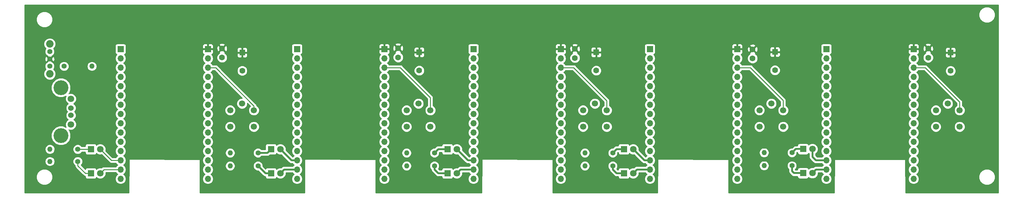
<source format=gbr>
G04 #@! TF.GenerationSoftware,KiCad,Pcbnew,(5.0.0-3-g5ebb6b6)*
G04 #@! TF.CreationDate,2018-09-13T19:08:09-07:00*
G04 #@! TF.ProjectId,iotkong,696F746B6F6E672E6B696361645F7063,rev?*
G04 #@! TF.SameCoordinates,Original*
G04 #@! TF.FileFunction,Copper,L1,Top,Signal*
G04 #@! TF.FilePolarity,Positive*
%FSLAX46Y46*%
G04 Gerber Fmt 4.6, Leading zero omitted, Abs format (unit mm)*
G04 Created by KiCad (PCBNEW (5.0.0-3-g5ebb6b6)) date Thursday, September 13, 2018 at 07:08:09 PM*
%MOMM*%
%LPD*%
G01*
G04 APERTURE LIST*
G04 #@! TA.AperFunction,ComponentPad*
%ADD10C,2.050000*%
G04 #@! TD*
G04 #@! TA.AperFunction,ComponentPad*
%ADD11C,1.400000*%
G04 #@! TD*
G04 #@! TA.AperFunction,ComponentPad*
%ADD12O,1.400000X1.400000*%
G04 #@! TD*
G04 #@! TA.AperFunction,ComponentPad*
%ADD13C,1.700000*%
G04 #@! TD*
G04 #@! TA.AperFunction,ComponentPad*
%ADD14C,4.064000*%
G04 #@! TD*
G04 #@! TA.AperFunction,ComponentPad*
%ADD15C,1.800000*%
G04 #@! TD*
G04 #@! TA.AperFunction,ComponentPad*
%ADD16C,1.524000*%
G04 #@! TD*
G04 #@! TA.AperFunction,ComponentPad*
%ADD17R,1.700000X1.700000*%
G04 #@! TD*
G04 #@! TA.AperFunction,ComponentPad*
%ADD18O,1.700000X1.700000*%
G04 #@! TD*
G04 #@! TA.AperFunction,ComponentPad*
%ADD19R,1.600000X1.600000*%
G04 #@! TD*
G04 #@! TA.AperFunction,ComponentPad*
%ADD20C,1.600000*%
G04 #@! TD*
G04 #@! TA.AperFunction,ComponentPad*
%ADD21R,1.800000X1.800000*%
G04 #@! TD*
G04 #@! TA.AperFunction,Conductor*
%ADD22C,0.250000*%
G04 #@! TD*
G04 #@! TA.AperFunction,Conductor*
%ADD23C,0.508000*%
G04 #@! TD*
G04 #@! TA.AperFunction,Conductor*
%ADD24C,0.254000*%
G04 #@! TD*
G04 APERTURE END LIST*
D10*
G04 #@! TO.P,SW1,5*
G04 #@! TO.N,N/C*
X44627800Y-49900400D03*
G04 #@! TO.P,SW1,4*
X44627800Y-58100400D03*
D11*
G04 #@! TO.P,SW1,3*
G04 #@! TO.N,Net-(R1-Pad1)*
X44627800Y-56000400D03*
G04 #@! TO.P,SW1,1*
G04 #@! TO.N,Net-(J2-Pad1)*
X44627800Y-52000400D03*
G04 #@! TO.P,SW1,2*
G04 #@! TO.N,VCC*
X44627800Y-54000400D03*
G04 #@! TD*
D12*
G04 #@! TO.P,R1,2*
G04 #@! TO.N,GND*
X56159400Y-56007000D03*
D11*
G04 #@! TO.P,R1,1*
G04 #@! TO.N,Net-(R1-Pad1)*
X48539400Y-56007000D03*
G04 #@! TD*
D12*
G04 #@! TO.P,R2,2*
G04 #@! TO.N,GND*
X44678600Y-82092800D03*
D11*
G04 #@! TO.P,R2,1*
G04 #@! TO.N,Net-(D1-Pad1)*
X52298600Y-82092800D03*
G04 #@! TD*
D12*
G04 #@! TO.P,R3,2*
G04 #@! TO.N,GND*
X44678600Y-78765400D03*
D11*
G04 #@! TO.P,R3,1*
G04 #@! TO.N,Net-(D2-Pad1)*
X52298600Y-78765400D03*
G04 #@! TD*
D12*
G04 #@! TO.P,R4,2*
G04 #@! TO.N,GND*
X93980000Y-83312000D03*
D11*
G04 #@! TO.P,R4,1*
G04 #@! TO.N,Net-(D3-Pad1)*
X101600000Y-83312000D03*
G04 #@! TD*
D12*
G04 #@! TO.P,R5,2*
G04 #@! TO.N,GND*
X93980000Y-79756000D03*
D11*
G04 #@! TO.P,R5,1*
G04 #@! TO.N,Net-(D4-Pad1)*
X101600000Y-79756000D03*
G04 #@! TD*
D12*
G04 #@! TO.P,R6,2*
G04 #@! TO.N,GND*
X142240000Y-83312000D03*
D11*
G04 #@! TO.P,R6,1*
G04 #@! TO.N,Net-(D5-Pad1)*
X149860000Y-83312000D03*
G04 #@! TD*
D12*
G04 #@! TO.P,R7,2*
G04 #@! TO.N,GND*
X142240000Y-79756000D03*
D11*
G04 #@! TO.P,R7,1*
G04 #@! TO.N,Net-(D6-Pad1)*
X149860000Y-79756000D03*
G04 #@! TD*
D12*
G04 #@! TO.P,R8,2*
G04 #@! TO.N,GND*
X191008000Y-83312000D03*
D11*
G04 #@! TO.P,R8,1*
G04 #@! TO.N,Net-(D7-Pad1)*
X198628000Y-83312000D03*
G04 #@! TD*
D12*
G04 #@! TO.P,R9,2*
G04 #@! TO.N,GND*
X191008000Y-79756000D03*
D11*
G04 #@! TO.P,R9,1*
G04 #@! TO.N,Net-(D8-Pad1)*
X198628000Y-79756000D03*
G04 #@! TD*
D12*
G04 #@! TO.P,R10,2*
G04 #@! TO.N,GND*
X240030000Y-83261200D03*
D11*
G04 #@! TO.P,R10,1*
G04 #@! TO.N,Net-(D9-Pad1)*
X247650000Y-83261200D03*
G04 #@! TD*
D12*
G04 #@! TO.P,R11,2*
G04 #@! TO.N,GND*
X240030000Y-79705200D03*
D11*
G04 #@! TO.P,R11,1*
G04 #@! TO.N,Net-(D10-Pad1)*
X247650000Y-79705200D03*
G04 #@! TD*
D13*
G04 #@! TO.P,SW3,5*
G04 #@! TO.N,N/C*
X145490000Y-66222000D03*
G04 #@! TO.P,SW3,1*
G04 #@! TO.N,GND*
X142240000Y-68072000D03*
G04 #@! TO.P,SW3,2*
G04 #@! TO.N,Net-(J5-Pad3)*
X148740000Y-68072000D03*
G04 #@! TO.P,SW3,3*
G04 #@! TO.N,N/C*
X142240000Y-72572000D03*
G04 #@! TO.P,SW3,4*
X148740000Y-72572000D03*
G04 #@! TD*
G04 #@! TO.P,SW4,5*
G04 #@! TO.N,N/C*
X193750000Y-66222000D03*
G04 #@! TO.P,SW4,1*
G04 #@! TO.N,GND*
X190500000Y-68072000D03*
G04 #@! TO.P,SW4,2*
G04 #@! TO.N,Net-(J7-Pad3)*
X197000000Y-68072000D03*
G04 #@! TO.P,SW4,3*
G04 #@! TO.N,N/C*
X190500000Y-72572000D03*
G04 #@! TO.P,SW4,4*
X197000000Y-72572000D03*
G04 #@! TD*
G04 #@! TO.P,SW6,5*
G04 #@! TO.N,N/C*
X290270000Y-66222000D03*
G04 #@! TO.P,SW6,1*
G04 #@! TO.N,GND*
X287020000Y-68072000D03*
G04 #@! TO.P,SW6,2*
G04 #@! TO.N,Net-(J10-Pad3)*
X293520000Y-68072000D03*
G04 #@! TO.P,SW6,3*
G04 #@! TO.N,N/C*
X287020000Y-72572000D03*
G04 #@! TO.P,SW6,4*
X293520000Y-72572000D03*
G04 #@! TD*
G04 #@! TO.P,SW5,5*
G04 #@! TO.N,N/C*
X242010000Y-66222000D03*
G04 #@! TO.P,SW5,1*
G04 #@! TO.N,GND*
X238760000Y-68072000D03*
G04 #@! TO.P,SW5,2*
G04 #@! TO.N,Net-(J11-Pad3)*
X245260000Y-68072000D03*
G04 #@! TO.P,SW5,3*
G04 #@! TO.N,N/C*
X238760000Y-72572000D03*
G04 #@! TO.P,SW5,4*
X245260000Y-72572000D03*
G04 #@! TD*
G04 #@! TO.P,SW2,5*
G04 #@! TO.N,N/C*
X97230000Y-66222000D03*
G04 #@! TO.P,SW2,1*
G04 #@! TO.N,GND*
X93980000Y-68072000D03*
G04 #@! TO.P,SW2,2*
G04 #@! TO.N,Net-(J3-Pad3)*
X100480000Y-68072000D03*
G04 #@! TO.P,SW2,3*
G04 #@! TO.N,N/C*
X93980000Y-72572000D03*
G04 #@! TO.P,SW2,4*
X100480000Y-72572000D03*
G04 #@! TD*
D14*
G04 #@! TO.P,J2,5*
G04 #@! TO.N,GND*
X47701200Y-75018900D03*
D15*
G04 #@! TO.P,J2,4*
X50419000Y-71958200D03*
D16*
G04 #@! TO.P,J2,3*
G04 #@! TO.N,Net-(J2-Pad3)*
X50419000Y-69456300D03*
G04 #@! TO.P,J2,2*
G04 #@! TO.N,Net-(J2-Pad2)*
X50419000Y-67449700D03*
D15*
G04 #@! TO.P,J2,1*
G04 #@! TO.N,Net-(J2-Pad1)*
X50419000Y-64947800D03*
D14*
G04 #@! TO.P,J2,5*
G04 #@! TO.N,GND*
X47701200Y-61887100D03*
G04 #@! TD*
D17*
G04 #@! TO.P,J8,1*
G04 #@! TO.N,Net-(J8-Pad1)*
X257048000Y-51308000D03*
D18*
G04 #@! TO.P,J8,2*
G04 #@! TO.N,GND*
X257048000Y-53848000D03*
G04 #@! TO.P,J8,3*
G04 #@! TO.N,Net-(J8-Pad3)*
X257048000Y-56388000D03*
G04 #@! TO.P,J8,4*
G04 #@! TO.N,Net-(J8-Pad4)*
X257048000Y-58928000D03*
G04 #@! TO.P,J8,5*
G04 #@! TO.N,Net-(J8-Pad5)*
X257048000Y-61468000D03*
G04 #@! TO.P,J8,6*
G04 #@! TO.N,Net-(J8-Pad6)*
X257048000Y-64008000D03*
G04 #@! TO.P,J8,7*
G04 #@! TO.N,GND*
X257048000Y-66548000D03*
G04 #@! TO.P,J8,8*
G04 #@! TO.N,Net-(J8-Pad8)*
X257048000Y-69088000D03*
G04 #@! TO.P,J8,9*
G04 #@! TO.N,Net-(J8-Pad9)*
X257048000Y-71628000D03*
G04 #@! TO.P,J8,10*
G04 #@! TO.N,Net-(J8-Pad10)*
X257048000Y-74168000D03*
G04 #@! TO.P,J8,11*
G04 #@! TO.N,Net-(J8-Pad11)*
X257048000Y-76708000D03*
G04 #@! TO.P,J8,12*
G04 #@! TO.N,Net-(J8-Pad12)*
X257048000Y-79248000D03*
G04 #@! TO.P,J8,13*
G04 #@! TO.N,LED9*
X257048000Y-81788000D03*
G04 #@! TO.P,J8,14*
G04 #@! TO.N,LED10*
X257048000Y-84328000D03*
G04 #@! TO.P,J8,15*
G04 #@! TO.N,Net-(J8-Pad15)*
X257048000Y-86868000D03*
G04 #@! TD*
D17*
G04 #@! TO.P,J9,1*
G04 #@! TO.N,Net-(J9-Pad1)*
X208788000Y-51308000D03*
D18*
G04 #@! TO.P,J9,2*
G04 #@! TO.N,GND*
X208788000Y-53848000D03*
G04 #@! TO.P,J9,3*
G04 #@! TO.N,Net-(J9-Pad3)*
X208788000Y-56388000D03*
G04 #@! TO.P,J9,4*
G04 #@! TO.N,Net-(J9-Pad4)*
X208788000Y-58928000D03*
G04 #@! TO.P,J9,5*
G04 #@! TO.N,Net-(J9-Pad5)*
X208788000Y-61468000D03*
G04 #@! TO.P,J9,6*
G04 #@! TO.N,Net-(J9-Pad6)*
X208788000Y-64008000D03*
G04 #@! TO.P,J9,7*
G04 #@! TO.N,GND*
X208788000Y-66548000D03*
G04 #@! TO.P,J9,8*
G04 #@! TO.N,Net-(J9-Pad8)*
X208788000Y-69088000D03*
G04 #@! TO.P,J9,9*
G04 #@! TO.N,Net-(J9-Pad9)*
X208788000Y-71628000D03*
G04 #@! TO.P,J9,10*
G04 #@! TO.N,Net-(J9-Pad10)*
X208788000Y-74168000D03*
G04 #@! TO.P,J9,11*
G04 #@! TO.N,Net-(J9-Pad11)*
X208788000Y-76708000D03*
G04 #@! TO.P,J9,12*
G04 #@! TO.N,Net-(J9-Pad12)*
X208788000Y-79248000D03*
G04 #@! TO.P,J9,13*
G04 #@! TO.N,LED7*
X208788000Y-81788000D03*
G04 #@! TO.P,J9,14*
G04 #@! TO.N,LED8*
X208788000Y-84328000D03*
G04 #@! TO.P,J9,15*
G04 #@! TO.N,Net-(J9-Pad15)*
X208788000Y-86868000D03*
G04 #@! TD*
D17*
G04 #@! TO.P,J6,1*
G04 #@! TO.N,Net-(J6-Pad1)*
X160528000Y-51308000D03*
D18*
G04 #@! TO.P,J6,2*
G04 #@! TO.N,GND*
X160528000Y-53848000D03*
G04 #@! TO.P,J6,3*
G04 #@! TO.N,Net-(J6-Pad3)*
X160528000Y-56388000D03*
G04 #@! TO.P,J6,4*
G04 #@! TO.N,Net-(J6-Pad4)*
X160528000Y-58928000D03*
G04 #@! TO.P,J6,5*
G04 #@! TO.N,Net-(J6-Pad5)*
X160528000Y-61468000D03*
G04 #@! TO.P,J6,6*
G04 #@! TO.N,Net-(J6-Pad6)*
X160528000Y-64008000D03*
G04 #@! TO.P,J6,7*
G04 #@! TO.N,GND*
X160528000Y-66548000D03*
G04 #@! TO.P,J6,8*
G04 #@! TO.N,Net-(J6-Pad8)*
X160528000Y-69088000D03*
G04 #@! TO.P,J6,9*
G04 #@! TO.N,Net-(J6-Pad9)*
X160528000Y-71628000D03*
G04 #@! TO.P,J6,10*
G04 #@! TO.N,Net-(J6-Pad10)*
X160528000Y-74168000D03*
G04 #@! TO.P,J6,11*
G04 #@! TO.N,Net-(J6-Pad11)*
X160528000Y-76708000D03*
G04 #@! TO.P,J6,12*
G04 #@! TO.N,Net-(J6-Pad12)*
X160528000Y-79248000D03*
G04 #@! TO.P,J6,13*
G04 #@! TO.N,LED5*
X160528000Y-81788000D03*
G04 #@! TO.P,J6,14*
G04 #@! TO.N,LED6*
X160528000Y-84328000D03*
G04 #@! TO.P,J6,15*
G04 #@! TO.N,Net-(J6-Pad15)*
X160528000Y-86868000D03*
G04 #@! TD*
D17*
G04 #@! TO.P,J4,1*
G04 #@! TO.N,Net-(J4-Pad1)*
X112268000Y-51308000D03*
D18*
G04 #@! TO.P,J4,2*
G04 #@! TO.N,GND*
X112268000Y-53848000D03*
G04 #@! TO.P,J4,3*
G04 #@! TO.N,Net-(J4-Pad3)*
X112268000Y-56388000D03*
G04 #@! TO.P,J4,4*
G04 #@! TO.N,Net-(J4-Pad4)*
X112268000Y-58928000D03*
G04 #@! TO.P,J4,5*
G04 #@! TO.N,Net-(J4-Pad5)*
X112268000Y-61468000D03*
G04 #@! TO.P,J4,6*
G04 #@! TO.N,Net-(J4-Pad6)*
X112268000Y-64008000D03*
G04 #@! TO.P,J4,7*
G04 #@! TO.N,GND*
X112268000Y-66548000D03*
G04 #@! TO.P,J4,8*
G04 #@! TO.N,Net-(J4-Pad8)*
X112268000Y-69088000D03*
G04 #@! TO.P,J4,9*
G04 #@! TO.N,Net-(J4-Pad9)*
X112268000Y-71628000D03*
G04 #@! TO.P,J4,10*
G04 #@! TO.N,Net-(J4-Pad10)*
X112268000Y-74168000D03*
G04 #@! TO.P,J4,11*
G04 #@! TO.N,Net-(J4-Pad11)*
X112268000Y-76708000D03*
G04 #@! TO.P,J4,12*
G04 #@! TO.N,Net-(J4-Pad12)*
X112268000Y-79248000D03*
G04 #@! TO.P,J4,13*
G04 #@! TO.N,LED3*
X112268000Y-81788000D03*
G04 #@! TO.P,J4,14*
G04 #@! TO.N,LED4*
X112268000Y-84328000D03*
G04 #@! TO.P,J4,15*
G04 #@! TO.N,Net-(J4-Pad15)*
X112268000Y-86868000D03*
G04 #@! TD*
G04 #@! TO.P,J10,15*
G04 #@! TO.N,Net-(J10-Pad15)*
X280924000Y-86868000D03*
G04 #@! TO.P,J10,14*
G04 #@! TO.N,Net-(J10-Pad14)*
X280924000Y-84328000D03*
G04 #@! TO.P,J10,13*
G04 #@! TO.N,Net-(J10-Pad13)*
X280924000Y-81788000D03*
G04 #@! TO.P,J10,12*
G04 #@! TO.N,Net-(J10-Pad12)*
X280924000Y-79248000D03*
G04 #@! TO.P,J10,11*
G04 #@! TO.N,Net-(J10-Pad11)*
X280924000Y-76708000D03*
G04 #@! TO.P,J10,10*
G04 #@! TO.N,Net-(J10-Pad10)*
X280924000Y-74168000D03*
G04 #@! TO.P,J10,9*
G04 #@! TO.N,Net-(J10-Pad9)*
X280924000Y-71628000D03*
G04 #@! TO.P,J10,8*
G04 #@! TO.N,GND*
X280924000Y-69088000D03*
G04 #@! TO.P,J10,7*
G04 #@! TO.N,Net-(J10-Pad7)*
X280924000Y-66548000D03*
G04 #@! TO.P,J10,6*
G04 #@! TO.N,GND*
X280924000Y-64008000D03*
G04 #@! TO.P,J10,5*
G04 #@! TO.N,Net-(J10-Pad5)*
X280924000Y-61468000D03*
G04 #@! TO.P,J10,4*
G04 #@! TO.N,Net-(J10-Pad4)*
X280924000Y-58928000D03*
G04 #@! TO.P,J10,3*
G04 #@! TO.N,Net-(J10-Pad3)*
X280924000Y-56388000D03*
G04 #@! TO.P,J10,2*
G04 #@! TO.N,GND*
X280924000Y-53848000D03*
D17*
G04 #@! TO.P,J10,1*
G04 #@! TO.N,VCC*
X280924000Y-51308000D03*
G04 #@! TD*
D18*
G04 #@! TO.P,J11,15*
G04 #@! TO.N,Net-(J11-Pad15)*
X232664000Y-86868000D03*
G04 #@! TO.P,J11,14*
G04 #@! TO.N,Net-(J11-Pad14)*
X232664000Y-84328000D03*
G04 #@! TO.P,J11,13*
G04 #@! TO.N,Net-(J11-Pad13)*
X232664000Y-81788000D03*
G04 #@! TO.P,J11,12*
G04 #@! TO.N,Net-(J11-Pad12)*
X232664000Y-79248000D03*
G04 #@! TO.P,J11,11*
G04 #@! TO.N,Net-(J11-Pad11)*
X232664000Y-76708000D03*
G04 #@! TO.P,J11,10*
G04 #@! TO.N,Net-(J11-Pad10)*
X232664000Y-74168000D03*
G04 #@! TO.P,J11,9*
G04 #@! TO.N,Net-(J11-Pad9)*
X232664000Y-71628000D03*
G04 #@! TO.P,J11,8*
G04 #@! TO.N,GND*
X232664000Y-69088000D03*
G04 #@! TO.P,J11,7*
G04 #@! TO.N,Net-(J11-Pad7)*
X232664000Y-66548000D03*
G04 #@! TO.P,J11,6*
G04 #@! TO.N,GND*
X232664000Y-64008000D03*
G04 #@! TO.P,J11,5*
G04 #@! TO.N,Net-(J11-Pad5)*
X232664000Y-61468000D03*
G04 #@! TO.P,J11,4*
G04 #@! TO.N,Net-(J11-Pad4)*
X232664000Y-58928000D03*
G04 #@! TO.P,J11,3*
G04 #@! TO.N,Net-(J11-Pad3)*
X232664000Y-56388000D03*
G04 #@! TO.P,J11,2*
G04 #@! TO.N,GND*
X232664000Y-53848000D03*
D17*
G04 #@! TO.P,J11,1*
G04 #@! TO.N,VCC*
X232664000Y-51308000D03*
G04 #@! TD*
D18*
G04 #@! TO.P,J7,15*
G04 #@! TO.N,Net-(J7-Pad15)*
X184404000Y-86868000D03*
G04 #@! TO.P,J7,14*
G04 #@! TO.N,Net-(J7-Pad14)*
X184404000Y-84328000D03*
G04 #@! TO.P,J7,13*
G04 #@! TO.N,Net-(J7-Pad13)*
X184404000Y-81788000D03*
G04 #@! TO.P,J7,12*
G04 #@! TO.N,Net-(J7-Pad12)*
X184404000Y-79248000D03*
G04 #@! TO.P,J7,11*
G04 #@! TO.N,Net-(J7-Pad11)*
X184404000Y-76708000D03*
G04 #@! TO.P,J7,10*
G04 #@! TO.N,Net-(J7-Pad10)*
X184404000Y-74168000D03*
G04 #@! TO.P,J7,9*
G04 #@! TO.N,Net-(J7-Pad9)*
X184404000Y-71628000D03*
G04 #@! TO.P,J7,8*
G04 #@! TO.N,GND*
X184404000Y-69088000D03*
G04 #@! TO.P,J7,7*
G04 #@! TO.N,Net-(J7-Pad7)*
X184404000Y-66548000D03*
G04 #@! TO.P,J7,6*
G04 #@! TO.N,GND*
X184404000Y-64008000D03*
G04 #@! TO.P,J7,5*
G04 #@! TO.N,Net-(J7-Pad5)*
X184404000Y-61468000D03*
G04 #@! TO.P,J7,4*
G04 #@! TO.N,Net-(J7-Pad4)*
X184404000Y-58928000D03*
G04 #@! TO.P,J7,3*
G04 #@! TO.N,Net-(J7-Pad3)*
X184404000Y-56388000D03*
G04 #@! TO.P,J7,2*
G04 #@! TO.N,GND*
X184404000Y-53848000D03*
D17*
G04 #@! TO.P,J7,1*
G04 #@! TO.N,VCC*
X184404000Y-51308000D03*
G04 #@! TD*
D18*
G04 #@! TO.P,J5,15*
G04 #@! TO.N,Net-(J5-Pad15)*
X136144000Y-86868000D03*
G04 #@! TO.P,J5,14*
G04 #@! TO.N,Net-(J5-Pad14)*
X136144000Y-84328000D03*
G04 #@! TO.P,J5,13*
G04 #@! TO.N,Net-(J5-Pad13)*
X136144000Y-81788000D03*
G04 #@! TO.P,J5,12*
G04 #@! TO.N,Net-(J5-Pad12)*
X136144000Y-79248000D03*
G04 #@! TO.P,J5,11*
G04 #@! TO.N,Net-(J5-Pad11)*
X136144000Y-76708000D03*
G04 #@! TO.P,J5,10*
G04 #@! TO.N,Net-(J5-Pad10)*
X136144000Y-74168000D03*
G04 #@! TO.P,J5,9*
G04 #@! TO.N,Net-(J5-Pad9)*
X136144000Y-71628000D03*
G04 #@! TO.P,J5,8*
G04 #@! TO.N,GND*
X136144000Y-69088000D03*
G04 #@! TO.P,J5,7*
G04 #@! TO.N,Net-(J5-Pad7)*
X136144000Y-66548000D03*
G04 #@! TO.P,J5,6*
G04 #@! TO.N,GND*
X136144000Y-64008000D03*
G04 #@! TO.P,J5,5*
G04 #@! TO.N,Net-(J5-Pad5)*
X136144000Y-61468000D03*
G04 #@! TO.P,J5,4*
G04 #@! TO.N,Net-(J5-Pad4)*
X136144000Y-58928000D03*
G04 #@! TO.P,J5,3*
G04 #@! TO.N,Net-(J5-Pad3)*
X136144000Y-56388000D03*
G04 #@! TO.P,J5,2*
G04 #@! TO.N,GND*
X136144000Y-53848000D03*
D17*
G04 #@! TO.P,J5,1*
G04 #@! TO.N,VCC*
X136144000Y-51308000D03*
G04 #@! TD*
D19*
G04 #@! TO.P,C5,1*
G04 #@! TO.N,VCC*
X291033200Y-52273200D03*
D20*
G04 #@! TO.P,C5,2*
G04 #@! TO.N,GND*
X291033200Y-57273200D03*
G04 #@! TD*
D19*
G04 #@! TO.P,C4,1*
G04 #@! TO.N,VCC*
X243001800Y-52095400D03*
D20*
G04 #@! TO.P,C4,2*
G04 #@! TO.N,GND*
X243001800Y-57095400D03*
G04 #@! TD*
D19*
G04 #@! TO.P,C3,1*
G04 #@! TO.N,VCC*
X194106800Y-52171600D03*
D20*
G04 #@! TO.P,C3,2*
G04 #@! TO.N,GND*
X194106800Y-57171600D03*
G04 #@! TD*
D19*
G04 #@! TO.P,C2,1*
G04 #@! TO.N,VCC*
X145694400Y-52171600D03*
D20*
G04 #@! TO.P,C2,2*
G04 #@! TO.N,GND*
X145694400Y-57171600D03*
G04 #@! TD*
D17*
G04 #@! TO.P,J3,1*
G04 #@! TO.N,VCC*
X87884000Y-51308000D03*
D18*
G04 #@! TO.P,J3,2*
G04 #@! TO.N,GND*
X87884000Y-53848000D03*
G04 #@! TO.P,J3,3*
G04 #@! TO.N,Net-(J3-Pad3)*
X87884000Y-56388000D03*
G04 #@! TO.P,J3,4*
G04 #@! TO.N,Net-(J3-Pad4)*
X87884000Y-58928000D03*
G04 #@! TO.P,J3,5*
G04 #@! TO.N,Net-(J3-Pad5)*
X87884000Y-61468000D03*
G04 #@! TO.P,J3,6*
G04 #@! TO.N,GND*
X87884000Y-64008000D03*
G04 #@! TO.P,J3,7*
G04 #@! TO.N,Net-(J3-Pad7)*
X87884000Y-66548000D03*
G04 #@! TO.P,J3,8*
G04 #@! TO.N,GND*
X87884000Y-69088000D03*
G04 #@! TO.P,J3,9*
G04 #@! TO.N,Net-(J3-Pad9)*
X87884000Y-71628000D03*
G04 #@! TO.P,J3,10*
G04 #@! TO.N,Net-(J3-Pad10)*
X87884000Y-74168000D03*
G04 #@! TO.P,J3,11*
G04 #@! TO.N,Net-(J3-Pad11)*
X87884000Y-76708000D03*
G04 #@! TO.P,J3,12*
G04 #@! TO.N,Net-(J3-Pad12)*
X87884000Y-79248000D03*
G04 #@! TO.P,J3,13*
G04 #@! TO.N,Net-(J3-Pad13)*
X87884000Y-81788000D03*
G04 #@! TO.P,J3,14*
G04 #@! TO.N,Net-(J3-Pad14)*
X87884000Y-84328000D03*
G04 #@! TO.P,J3,15*
G04 #@! TO.N,Net-(J3-Pad15)*
X87884000Y-86868000D03*
G04 #@! TD*
G04 #@! TO.P,J1,15*
G04 #@! TO.N,Net-(J1-Pad15)*
X64008000Y-86868000D03*
G04 #@! TO.P,J1,14*
G04 #@! TO.N,LED2*
X64008000Y-84328000D03*
G04 #@! TO.P,J1,13*
G04 #@! TO.N,LED1*
X64008000Y-81788000D03*
G04 #@! TO.P,J1,12*
G04 #@! TO.N,Net-(J1-Pad12)*
X64008000Y-79248000D03*
G04 #@! TO.P,J1,11*
G04 #@! TO.N,Net-(J1-Pad11)*
X64008000Y-76708000D03*
G04 #@! TO.P,J1,10*
G04 #@! TO.N,Net-(J1-Pad10)*
X64008000Y-74168000D03*
G04 #@! TO.P,J1,9*
G04 #@! TO.N,Net-(J1-Pad9)*
X64008000Y-71628000D03*
G04 #@! TO.P,J1,8*
G04 #@! TO.N,Net-(J1-Pad8)*
X64008000Y-69088000D03*
G04 #@! TO.P,J1,7*
G04 #@! TO.N,GND*
X64008000Y-66548000D03*
G04 #@! TO.P,J1,6*
G04 #@! TO.N,Net-(J1-Pad6)*
X64008000Y-64008000D03*
G04 #@! TO.P,J1,5*
G04 #@! TO.N,Net-(J1-Pad5)*
X64008000Y-61468000D03*
G04 #@! TO.P,J1,4*
G04 #@! TO.N,Net-(J1-Pad4)*
X64008000Y-58928000D03*
G04 #@! TO.P,J1,3*
G04 #@! TO.N,Net-(J1-Pad3)*
X64008000Y-56388000D03*
G04 #@! TO.P,J1,2*
G04 #@! TO.N,GND*
X64008000Y-53848000D03*
D17*
G04 #@! TO.P,J1,1*
G04 #@! TO.N,Net-(J1-Pad1)*
X64008000Y-51308000D03*
G04 #@! TD*
D20*
G04 #@! TO.P,C1,2*
G04 #@! TO.N,GND*
X97282000Y-57247800D03*
D19*
G04 #@! TO.P,C1,1*
G04 #@! TO.N,VCC*
X97282000Y-52247800D03*
G04 #@! TD*
D20*
G04 #@! TO.P,C6,1*
G04 #@! TO.N,VCC*
X91770200Y-51130200D03*
G04 #@! TO.P,C6,2*
G04 #@! TO.N,GND*
X91770200Y-53630200D03*
G04 #@! TD*
G04 #@! TO.P,C7,2*
G04 #@! TO.N,GND*
X139928600Y-53579400D03*
G04 #@! TO.P,C7,1*
G04 #@! TO.N,VCC*
X139928600Y-51079400D03*
G04 #@! TD*
G04 #@! TO.P,C8,1*
G04 #@! TO.N,VCC*
X188290200Y-51231800D03*
G04 #@! TO.P,C8,2*
G04 #@! TO.N,GND*
X188290200Y-53731800D03*
G04 #@! TD*
G04 #@! TO.P,C9,2*
G04 #@! TO.N,GND*
X236880400Y-53858800D03*
G04 #@! TO.P,C9,1*
G04 #@! TO.N,VCC*
X236880400Y-51358800D03*
G04 #@! TD*
G04 #@! TO.P,C10,1*
G04 #@! TO.N,VCC*
X284911800Y-51155600D03*
G04 #@! TO.P,C10,2*
G04 #@! TO.N,GND*
X284911800Y-53655600D03*
G04 #@! TD*
D15*
G04 #@! TO.P,D1,2*
G04 #@! TO.N,LED2*
X58420000Y-85344000D03*
D21*
G04 #@! TO.P,D1,1*
G04 #@! TO.N,Net-(D1-Pad1)*
X55880000Y-85344000D03*
G04 #@! TD*
G04 #@! TO.P,D2,1*
G04 #@! TO.N,Net-(D2-Pad1)*
X55880000Y-78740000D03*
D15*
G04 #@! TO.P,D2,2*
G04 #@! TO.N,LED1*
X58420000Y-78740000D03*
G04 #@! TD*
G04 #@! TO.P,D3,2*
G04 #@! TO.N,LED4*
X107696000Y-85344000D03*
D21*
G04 #@! TO.P,D3,1*
G04 #@! TO.N,Net-(D3-Pad1)*
X105156000Y-85344000D03*
G04 #@! TD*
G04 #@! TO.P,D4,1*
G04 #@! TO.N,Net-(D4-Pad1)*
X105156000Y-78740000D03*
D15*
G04 #@! TO.P,D4,2*
G04 #@! TO.N,LED3*
X107696000Y-78740000D03*
G04 #@! TD*
G04 #@! TO.P,D5,2*
G04 #@! TO.N,LED6*
X155956000Y-85344000D03*
D21*
G04 #@! TO.P,D5,1*
G04 #@! TO.N,Net-(D5-Pad1)*
X153416000Y-85344000D03*
G04 #@! TD*
G04 #@! TO.P,D6,1*
G04 #@! TO.N,Net-(D6-Pad1)*
X153416000Y-78740000D03*
D15*
G04 #@! TO.P,D6,2*
G04 #@! TO.N,LED5*
X155956000Y-78740000D03*
G04 #@! TD*
G04 #@! TO.P,D7,2*
G04 #@! TO.N,LED8*
X204216000Y-85344000D03*
D21*
G04 #@! TO.P,D7,1*
G04 #@! TO.N,Net-(D7-Pad1)*
X201676000Y-85344000D03*
G04 #@! TD*
D15*
G04 #@! TO.P,D8,2*
G04 #@! TO.N,LED7*
X204216000Y-78740000D03*
D21*
G04 #@! TO.P,D8,1*
G04 #@! TO.N,Net-(D8-Pad1)*
X201676000Y-78740000D03*
G04 #@! TD*
G04 #@! TO.P,D9,1*
G04 #@! TO.N,Net-(D9-Pad1)*
X250698000Y-85293200D03*
D15*
G04 #@! TO.P,D9,2*
G04 #@! TO.N,LED10*
X253238000Y-85293200D03*
G04 #@! TD*
D21*
G04 #@! TO.P,D10,1*
G04 #@! TO.N,Net-(D10-Pad1)*
X250698000Y-78689200D03*
D15*
G04 #@! TO.P,D10,2*
G04 #@! TO.N,LED9*
X253238000Y-78689200D03*
G04 #@! TD*
D22*
G04 #@! TO.N,Net-(J3-Pad3)*
X100480000Y-66869919D02*
X100482400Y-66867519D01*
X100480000Y-68072000D02*
X100480000Y-66869919D01*
X100482400Y-66867519D02*
X90002881Y-56388000D01*
X90002881Y-56388000D02*
X87884000Y-56388000D01*
G04 #@! TO.N,Net-(J5-Pad3)*
X148740000Y-66869919D02*
X148742400Y-66867519D01*
X148740000Y-68072000D02*
X148740000Y-66869919D01*
X148742400Y-66867519D02*
X148742400Y-64617600D01*
X140512800Y-56388000D02*
X136144000Y-56388000D01*
X148742400Y-64617600D02*
X140512800Y-56388000D01*
G04 #@! TO.N,Net-(J7-Pad3)*
X187934600Y-56388000D02*
X184404000Y-56388000D01*
X197000000Y-66869919D02*
X197002400Y-66867519D01*
X197000000Y-68072000D02*
X197000000Y-66869919D01*
X197002400Y-65455800D02*
X187934600Y-56388000D01*
X197002400Y-66867519D02*
X197002400Y-65455800D01*
G04 #@! TO.N,Net-(J10-Pad3)*
X293520000Y-68072000D02*
X293520000Y-65834400D01*
X284073600Y-56388000D02*
X280924000Y-56388000D01*
X293520000Y-65834400D02*
X284073600Y-56388000D01*
G04 #@! TO.N,Net-(J11-Pad3)*
X245260000Y-66869919D02*
X245237000Y-66846919D01*
X245260000Y-68072000D02*
X245260000Y-66869919D01*
X245237000Y-66846919D02*
X245237000Y-65354200D01*
X236270800Y-56388000D02*
X232664000Y-56388000D01*
X245237000Y-65354200D02*
X236270800Y-56388000D01*
G04 #@! TO.N,LED2*
X59436000Y-84328000D02*
X58420000Y-85344000D01*
X59436000Y-84328000D02*
X64008000Y-84328000D01*
G04 #@! TO.N,Net-(D1-Pad1)*
X52298600Y-83286600D02*
X52298600Y-82092800D01*
X54356000Y-85344000D02*
X52298600Y-83286600D01*
X55880000Y-85344000D02*
X54356000Y-85344000D01*
G04 #@! TO.N,Net-(D2-Pad1)*
X52324000Y-78740000D02*
X52298600Y-78765400D01*
X55880000Y-78740000D02*
X52324000Y-78740000D01*
G04 #@! TO.N,LED1*
X61468000Y-81788000D02*
X58420000Y-78740000D01*
X61468000Y-81788000D02*
X64008000Y-81788000D01*
D23*
G04 #@! TO.N,LED4*
X108712000Y-84328000D02*
X107696000Y-85344000D01*
X112268000Y-84328000D02*
X108712000Y-84328000D01*
G04 #@! TO.N,Net-(D3-Pad1)*
X103632000Y-85344000D02*
X101600000Y-83312000D01*
X105156000Y-85344000D02*
X103632000Y-85344000D01*
G04 #@! TO.N,Net-(D4-Pad1)*
X104140000Y-79756000D02*
X105156000Y-78740000D01*
X101600000Y-79756000D02*
X104140000Y-79756000D01*
G04 #@! TO.N,LED3*
X110744000Y-81788000D02*
X107696000Y-78740000D01*
X112268000Y-81788000D02*
X110744000Y-81788000D01*
G04 #@! TO.N,LED6*
X156972000Y-84328000D02*
X155956000Y-85344000D01*
X160528000Y-84328000D02*
X156972000Y-84328000D01*
G04 #@! TO.N,Net-(D5-Pad1)*
X152266000Y-85344000D02*
X153416000Y-85344000D01*
X150902051Y-85344000D02*
X152266000Y-85344000D01*
X149860000Y-84301949D02*
X150902051Y-85344000D01*
X149860000Y-83312000D02*
X149860000Y-84301949D01*
G04 #@! TO.N,Net-(D6-Pad1)*
X150876000Y-78740000D02*
X153416000Y-78740000D01*
X149860000Y-79756000D02*
X150876000Y-78740000D01*
G04 #@! TO.N,LED5*
X159004000Y-81788000D02*
X155956000Y-78740000D01*
X160528000Y-81788000D02*
X159004000Y-81788000D01*
G04 #@! TO.N,LED8*
X205232000Y-84328000D02*
X204216000Y-85344000D01*
X208788000Y-84328000D02*
X205232000Y-84328000D01*
G04 #@! TO.N,Net-(D7-Pad1)*
X199670051Y-85344000D02*
X201676000Y-85344000D01*
X198628000Y-84301949D02*
X199670051Y-85344000D01*
X198628000Y-83312000D02*
X198628000Y-84301949D01*
G04 #@! TO.N,LED7*
X207264000Y-81788000D02*
X204216000Y-78740000D01*
X208788000Y-81788000D02*
X207264000Y-81788000D01*
G04 #@! TO.N,Net-(D8-Pad1)*
X199644000Y-78740000D02*
X201676000Y-78740000D01*
X198628000Y-79756000D02*
X199644000Y-78740000D01*
G04 #@! TO.N,Net-(D9-Pad1)*
X247650000Y-84785200D02*
X247650000Y-83261200D01*
X248158000Y-85293200D02*
X247650000Y-84785200D01*
X250698000Y-85293200D02*
X248158000Y-85293200D01*
G04 #@! TO.N,LED10*
X254203200Y-84328000D02*
X253238000Y-85293200D01*
X257048000Y-84328000D02*
X254203200Y-84328000D01*
G04 #@! TO.N,Net-(D10-Pad1)*
X248666000Y-78689200D02*
X247650000Y-79705200D01*
X250698000Y-78689200D02*
X248666000Y-78689200D01*
G04 #@! TO.N,LED9*
X257048000Y-81788000D02*
X256540000Y-81788000D01*
X257048000Y-81788000D02*
X254177800Y-81788000D01*
X253238000Y-80848200D02*
X253238000Y-78689200D01*
X254177800Y-81788000D02*
X253238000Y-80848200D01*
G04 #@! TD*
D24*
G04 #@! TO.N,VCC*
G36*
X304065001Y-90705000D02*
X278724790Y-90705000D01*
X278702402Y-81675626D01*
X278692799Y-81627496D01*
X278665324Y-81586258D01*
X278624158Y-81558673D01*
X278575570Y-81548941D01*
X259423970Y-81523541D01*
X259376052Y-81532859D01*
X259334652Y-81560090D01*
X259306824Y-81601092D01*
X259296805Y-81649621D01*
X259231215Y-90705000D01*
X230372164Y-90705000D01*
X230349698Y-81644006D01*
X230340095Y-81595876D01*
X230312620Y-81554638D01*
X230271454Y-81527053D01*
X230222866Y-81517321D01*
X211071266Y-81491921D01*
X211023348Y-81501239D01*
X210981948Y-81528470D01*
X210954120Y-81569472D01*
X210944101Y-81618001D01*
X210878282Y-90705000D01*
X182267466Y-90705000D01*
X182245000Y-81644006D01*
X182235397Y-81595876D01*
X182207922Y-81554638D01*
X182166756Y-81527053D01*
X182118168Y-81517321D01*
X162966568Y-81491921D01*
X162918650Y-81501239D01*
X162877250Y-81528470D01*
X162849422Y-81569472D01*
X162839403Y-81618001D01*
X162773584Y-90705000D01*
X133804266Y-90705000D01*
X133781800Y-81644006D01*
X133772197Y-81595876D01*
X133744722Y-81554638D01*
X133703556Y-81527053D01*
X133654968Y-81517321D01*
X114503368Y-81491921D01*
X114455450Y-81501239D01*
X114414050Y-81528470D01*
X114386222Y-81569472D01*
X114376203Y-81618001D01*
X114310384Y-90705000D01*
X85722066Y-90705000D01*
X85699600Y-81644006D01*
X85689997Y-81595876D01*
X85662522Y-81554638D01*
X85621356Y-81527053D01*
X85572768Y-81517321D01*
X66421168Y-81491921D01*
X66373250Y-81501239D01*
X66331850Y-81528470D01*
X66304022Y-81569472D01*
X66294003Y-81618001D01*
X66228184Y-90705000D01*
X37819000Y-90705000D01*
X37819000Y-85915431D01*
X40945000Y-85915431D01*
X40945000Y-86804569D01*
X41285259Y-87626026D01*
X41913974Y-88254741D01*
X42735431Y-88595000D01*
X43624569Y-88595000D01*
X44446026Y-88254741D01*
X45074741Y-87626026D01*
X45415000Y-86804569D01*
X45415000Y-85915431D01*
X45074741Y-85093974D01*
X44446026Y-84465259D01*
X43624569Y-84125000D01*
X42735431Y-84125000D01*
X41913974Y-84465259D01*
X41285259Y-85093974D01*
X40945000Y-85915431D01*
X37819000Y-85915431D01*
X37819000Y-82092800D01*
X43317446Y-82092800D01*
X43421058Y-82613691D01*
X43716119Y-83055281D01*
X44157709Y-83350342D01*
X44547115Y-83427800D01*
X44810085Y-83427800D01*
X45199491Y-83350342D01*
X45641081Y-83055281D01*
X45936142Y-82613691D01*
X46039754Y-82092800D01*
X45936142Y-81571909D01*
X45641081Y-81130319D01*
X45199491Y-80835258D01*
X44810085Y-80757800D01*
X44547115Y-80757800D01*
X44157709Y-80835258D01*
X43716119Y-81130319D01*
X43421058Y-81571909D01*
X43317446Y-82092800D01*
X37819000Y-82092800D01*
X37819000Y-78765400D01*
X43317446Y-78765400D01*
X43421058Y-79286291D01*
X43716119Y-79727881D01*
X44157709Y-80022942D01*
X44547115Y-80100400D01*
X44810085Y-80100400D01*
X45199491Y-80022942D01*
X45641081Y-79727881D01*
X45936142Y-79286291D01*
X46039754Y-78765400D01*
X45986934Y-78499852D01*
X50963600Y-78499852D01*
X50963600Y-79030948D01*
X51166842Y-79521617D01*
X51542383Y-79897158D01*
X52033052Y-80100400D01*
X52564148Y-80100400D01*
X53054817Y-79897158D01*
X53430358Y-79521617D01*
X53439312Y-79500000D01*
X54332560Y-79500000D01*
X54332560Y-79640000D01*
X54381843Y-79887765D01*
X54522191Y-80097809D01*
X54732235Y-80238157D01*
X54980000Y-80287440D01*
X56780000Y-80287440D01*
X57027765Y-80238157D01*
X57237809Y-80097809D01*
X57378157Y-79887765D01*
X57381275Y-79872092D01*
X57550493Y-80041310D01*
X58114670Y-80275000D01*
X58725330Y-80275000D01*
X58834839Y-80229640D01*
X60877671Y-82272473D01*
X60920071Y-82335929D01*
X61171463Y-82503904D01*
X61393148Y-82548000D01*
X61393153Y-82548000D01*
X61468000Y-82562888D01*
X61542847Y-82548000D01*
X62729822Y-82548000D01*
X62937375Y-82858625D01*
X63235761Y-83058000D01*
X62937375Y-83257375D01*
X62729822Y-83568000D01*
X59510847Y-83568000D01*
X59436000Y-83553112D01*
X59361153Y-83568000D01*
X59361148Y-83568000D01*
X59139463Y-83612096D01*
X58888071Y-83780071D01*
X58845671Y-83843527D01*
X58834838Y-83854360D01*
X58725330Y-83809000D01*
X58114670Y-83809000D01*
X57550493Y-84042690D01*
X57381275Y-84211908D01*
X57378157Y-84196235D01*
X57237809Y-83986191D01*
X57027765Y-83845843D01*
X56780000Y-83796560D01*
X54980000Y-83796560D01*
X54732235Y-83845843D01*
X54522191Y-83986191D01*
X54381843Y-84196235D01*
X54365450Y-84278648D01*
X53183088Y-83096287D01*
X53430358Y-82849017D01*
X53633600Y-82358348D01*
X53633600Y-81827252D01*
X53430358Y-81336583D01*
X53054817Y-80961042D01*
X52564148Y-80757800D01*
X52033052Y-80757800D01*
X51542383Y-80961042D01*
X51166842Y-81336583D01*
X50963600Y-81827252D01*
X50963600Y-82358348D01*
X51166842Y-82849017D01*
X51537103Y-83219278D01*
X51523712Y-83286600D01*
X51538600Y-83361447D01*
X51538600Y-83361451D01*
X51582696Y-83583136D01*
X51750671Y-83834529D01*
X51814130Y-83876931D01*
X53765671Y-85828473D01*
X53808071Y-85891929D01*
X54059463Y-86059904D01*
X54281148Y-86104000D01*
X54281153Y-86104000D01*
X54332560Y-86114226D01*
X54332560Y-86244000D01*
X54381843Y-86491765D01*
X54522191Y-86701809D01*
X54732235Y-86842157D01*
X54980000Y-86891440D01*
X56780000Y-86891440D01*
X57027765Y-86842157D01*
X57237809Y-86701809D01*
X57378157Y-86491765D01*
X57381275Y-86476092D01*
X57550493Y-86645310D01*
X58114670Y-86879000D01*
X58725330Y-86879000D01*
X59289507Y-86645310D01*
X59721310Y-86213507D01*
X59955000Y-85649330D01*
X59955000Y-85088000D01*
X62729822Y-85088000D01*
X62937375Y-85398625D01*
X63235761Y-85598000D01*
X62937375Y-85797375D01*
X62609161Y-86288582D01*
X62493908Y-86868000D01*
X62609161Y-87447418D01*
X62937375Y-87938625D01*
X63428582Y-88266839D01*
X63861744Y-88353000D01*
X64154256Y-88353000D01*
X64587418Y-88266839D01*
X65078625Y-87938625D01*
X65406839Y-87447418D01*
X65522092Y-86868000D01*
X65406839Y-86288582D01*
X65078625Y-85797375D01*
X64780239Y-85598000D01*
X65078625Y-85398625D01*
X65406839Y-84907418D01*
X65522092Y-84328000D01*
X65406839Y-83748582D01*
X65078625Y-83257375D01*
X64780239Y-83058000D01*
X65078625Y-82858625D01*
X65406839Y-82367418D01*
X65522092Y-81788000D01*
X65406839Y-81208582D01*
X65078625Y-80717375D01*
X64780239Y-80518000D01*
X65078625Y-80318625D01*
X65406839Y-79827418D01*
X65522092Y-79248000D01*
X65406839Y-78668582D01*
X65078625Y-78177375D01*
X64780239Y-77978000D01*
X65078625Y-77778625D01*
X65406839Y-77287418D01*
X65522092Y-76708000D01*
X65406839Y-76128582D01*
X65078625Y-75637375D01*
X64780239Y-75438000D01*
X65078625Y-75238625D01*
X65406839Y-74747418D01*
X65522092Y-74168000D01*
X65406839Y-73588582D01*
X65078625Y-73097375D01*
X64780239Y-72898000D01*
X65078625Y-72698625D01*
X65406839Y-72207418D01*
X65522092Y-71628000D01*
X65406839Y-71048582D01*
X65078625Y-70557375D01*
X64780239Y-70358000D01*
X65078625Y-70158625D01*
X65406839Y-69667418D01*
X65522092Y-69088000D01*
X65406839Y-68508582D01*
X65078625Y-68017375D01*
X64780239Y-67818000D01*
X65078625Y-67618625D01*
X65406839Y-67127418D01*
X65522092Y-66548000D01*
X65406839Y-65968582D01*
X65078625Y-65477375D01*
X64780239Y-65278000D01*
X65078625Y-65078625D01*
X65406839Y-64587418D01*
X65522092Y-64008000D01*
X65406839Y-63428582D01*
X65078625Y-62937375D01*
X64780239Y-62738000D01*
X65078625Y-62538625D01*
X65406839Y-62047418D01*
X65522092Y-61468000D01*
X65406839Y-60888582D01*
X65078625Y-60397375D01*
X64780239Y-60198000D01*
X65078625Y-59998625D01*
X65406839Y-59507418D01*
X65522092Y-58928000D01*
X65406839Y-58348582D01*
X65078625Y-57857375D01*
X64780239Y-57658000D01*
X65078625Y-57458625D01*
X65406839Y-56967418D01*
X65522092Y-56388000D01*
X65406839Y-55808582D01*
X65078625Y-55317375D01*
X64780239Y-55118000D01*
X65078625Y-54918625D01*
X65406839Y-54427418D01*
X65522092Y-53848000D01*
X86369908Y-53848000D01*
X86485161Y-54427418D01*
X86813375Y-54918625D01*
X87111761Y-55118000D01*
X86813375Y-55317375D01*
X86485161Y-55808582D01*
X86369908Y-56388000D01*
X86485161Y-56967418D01*
X86813375Y-57458625D01*
X87111761Y-57658000D01*
X86813375Y-57857375D01*
X86485161Y-58348582D01*
X86369908Y-58928000D01*
X86485161Y-59507418D01*
X86813375Y-59998625D01*
X87111761Y-60198000D01*
X86813375Y-60397375D01*
X86485161Y-60888582D01*
X86369908Y-61468000D01*
X86485161Y-62047418D01*
X86813375Y-62538625D01*
X87111761Y-62738000D01*
X86813375Y-62937375D01*
X86485161Y-63428582D01*
X86369908Y-64008000D01*
X86485161Y-64587418D01*
X86813375Y-65078625D01*
X87111761Y-65278000D01*
X86813375Y-65477375D01*
X86485161Y-65968582D01*
X86369908Y-66548000D01*
X86485161Y-67127418D01*
X86813375Y-67618625D01*
X87111761Y-67818000D01*
X86813375Y-68017375D01*
X86485161Y-68508582D01*
X86369908Y-69088000D01*
X86485161Y-69667418D01*
X86813375Y-70158625D01*
X87111761Y-70358000D01*
X86813375Y-70557375D01*
X86485161Y-71048582D01*
X86369908Y-71628000D01*
X86485161Y-72207418D01*
X86813375Y-72698625D01*
X87111761Y-72898000D01*
X86813375Y-73097375D01*
X86485161Y-73588582D01*
X86369908Y-74168000D01*
X86485161Y-74747418D01*
X86813375Y-75238625D01*
X87111761Y-75438000D01*
X86813375Y-75637375D01*
X86485161Y-76128582D01*
X86369908Y-76708000D01*
X86485161Y-77287418D01*
X86813375Y-77778625D01*
X87111761Y-77978000D01*
X86813375Y-78177375D01*
X86485161Y-78668582D01*
X86369908Y-79248000D01*
X86485161Y-79827418D01*
X86813375Y-80318625D01*
X87111761Y-80518000D01*
X86813375Y-80717375D01*
X86485161Y-81208582D01*
X86369908Y-81788000D01*
X86485161Y-82367418D01*
X86813375Y-82858625D01*
X87111761Y-83058000D01*
X86813375Y-83257375D01*
X86485161Y-83748582D01*
X86369908Y-84328000D01*
X86485161Y-84907418D01*
X86813375Y-85398625D01*
X87111761Y-85598000D01*
X86813375Y-85797375D01*
X86485161Y-86288582D01*
X86369908Y-86868000D01*
X86485161Y-87447418D01*
X86813375Y-87938625D01*
X87304582Y-88266839D01*
X87737744Y-88353000D01*
X88030256Y-88353000D01*
X88463418Y-88266839D01*
X88954625Y-87938625D01*
X89282839Y-87447418D01*
X89398092Y-86868000D01*
X89282839Y-86288582D01*
X88954625Y-85797375D01*
X88656239Y-85598000D01*
X88954625Y-85398625D01*
X89282839Y-84907418D01*
X89398092Y-84328000D01*
X89282839Y-83748582D01*
X88991125Y-83312000D01*
X92618846Y-83312000D01*
X92722458Y-83832891D01*
X93017519Y-84274481D01*
X93459109Y-84569542D01*
X93848515Y-84647000D01*
X94111485Y-84647000D01*
X94500891Y-84569542D01*
X94942481Y-84274481D01*
X95237542Y-83832891D01*
X95341154Y-83312000D01*
X95237542Y-82791109D01*
X94942481Y-82349519D01*
X94500891Y-82054458D01*
X94111485Y-81977000D01*
X93848515Y-81977000D01*
X93459109Y-82054458D01*
X93017519Y-82349519D01*
X92722458Y-82791109D01*
X92618846Y-83312000D01*
X88991125Y-83312000D01*
X88954625Y-83257375D01*
X88656239Y-83058000D01*
X88954625Y-82858625D01*
X89282839Y-82367418D01*
X89398092Y-81788000D01*
X89282839Y-81208582D01*
X88954625Y-80717375D01*
X88656239Y-80518000D01*
X88954625Y-80318625D01*
X89282839Y-79827418D01*
X89297044Y-79756000D01*
X92618846Y-79756000D01*
X92722458Y-80276891D01*
X93017519Y-80718481D01*
X93459109Y-81013542D01*
X93848515Y-81091000D01*
X94111485Y-81091000D01*
X94500891Y-81013542D01*
X94942481Y-80718481D01*
X95237542Y-80276891D01*
X95341154Y-79756000D01*
X95288334Y-79490452D01*
X100265000Y-79490452D01*
X100265000Y-80021548D01*
X100468242Y-80512217D01*
X100843783Y-80887758D01*
X101334452Y-81091000D01*
X101865548Y-81091000D01*
X102356217Y-80887758D01*
X102598975Y-80645000D01*
X104052445Y-80645000D01*
X104140000Y-80662416D01*
X104227555Y-80645000D01*
X104227556Y-80645000D01*
X104486870Y-80593419D01*
X104780933Y-80396933D01*
X104830531Y-80322704D01*
X104865795Y-80287440D01*
X106056000Y-80287440D01*
X106303765Y-80238157D01*
X106513809Y-80097809D01*
X106654157Y-79887765D01*
X106657275Y-79872092D01*
X106826493Y-80041310D01*
X107390670Y-80275000D01*
X107973765Y-80275000D01*
X110053471Y-82354707D01*
X110103067Y-82428933D01*
X110397130Y-82625419D01*
X110656444Y-82677000D01*
X110656445Y-82677000D01*
X110744000Y-82694416D01*
X110831555Y-82677000D01*
X111076017Y-82677000D01*
X111197375Y-82858625D01*
X111495761Y-83058000D01*
X111197375Y-83257375D01*
X111076017Y-83439000D01*
X108799555Y-83439000D01*
X108712000Y-83421584D01*
X108624445Y-83439000D01*
X108624444Y-83439000D01*
X108365130Y-83490581D01*
X108071067Y-83687067D01*
X108021471Y-83761294D01*
X107973764Y-83809000D01*
X107390670Y-83809000D01*
X106826493Y-84042690D01*
X106657275Y-84211908D01*
X106654157Y-84196235D01*
X106513809Y-83986191D01*
X106303765Y-83845843D01*
X106056000Y-83796560D01*
X104256000Y-83796560D01*
X104008235Y-83845843D01*
X103798191Y-83986191D01*
X103691340Y-84146104D01*
X102935000Y-83389765D01*
X102935000Y-83046452D01*
X102731758Y-82555783D01*
X102356217Y-82180242D01*
X101865548Y-81977000D01*
X101334452Y-81977000D01*
X100843783Y-82180242D01*
X100468242Y-82555783D01*
X100265000Y-83046452D01*
X100265000Y-83577548D01*
X100468242Y-84068217D01*
X100843783Y-84443758D01*
X101334452Y-84647000D01*
X101677765Y-84647000D01*
X102941471Y-85910707D01*
X102991067Y-85984933D01*
X103285130Y-86181419D01*
X103544444Y-86233000D01*
X103544445Y-86233000D01*
X103608923Y-86245826D01*
X103657843Y-86491765D01*
X103798191Y-86701809D01*
X104008235Y-86842157D01*
X104256000Y-86891440D01*
X106056000Y-86891440D01*
X106303765Y-86842157D01*
X106513809Y-86701809D01*
X106654157Y-86491765D01*
X106657275Y-86476092D01*
X106826493Y-86645310D01*
X107390670Y-86879000D01*
X108001330Y-86879000D01*
X108565507Y-86645310D01*
X108997310Y-86213507D01*
X109231000Y-85649330D01*
X109231000Y-85217000D01*
X111076017Y-85217000D01*
X111197375Y-85398625D01*
X111495761Y-85598000D01*
X111197375Y-85797375D01*
X110869161Y-86288582D01*
X110753908Y-86868000D01*
X110869161Y-87447418D01*
X111197375Y-87938625D01*
X111688582Y-88266839D01*
X112121744Y-88353000D01*
X112414256Y-88353000D01*
X112847418Y-88266839D01*
X113338625Y-87938625D01*
X113666839Y-87447418D01*
X113782092Y-86868000D01*
X113666839Y-86288582D01*
X113338625Y-85797375D01*
X113040239Y-85598000D01*
X113338625Y-85398625D01*
X113666839Y-84907418D01*
X113782092Y-84328000D01*
X113666839Y-83748582D01*
X113338625Y-83257375D01*
X113040239Y-83058000D01*
X113338625Y-82858625D01*
X113666839Y-82367418D01*
X113782092Y-81788000D01*
X113666839Y-81208582D01*
X113338625Y-80717375D01*
X113040239Y-80518000D01*
X113338625Y-80318625D01*
X113666839Y-79827418D01*
X113782092Y-79248000D01*
X113666839Y-78668582D01*
X113338625Y-78177375D01*
X113040239Y-77978000D01*
X113338625Y-77778625D01*
X113666839Y-77287418D01*
X113782092Y-76708000D01*
X113666839Y-76128582D01*
X113338625Y-75637375D01*
X113040239Y-75438000D01*
X113338625Y-75238625D01*
X113666839Y-74747418D01*
X113782092Y-74168000D01*
X113666839Y-73588582D01*
X113338625Y-73097375D01*
X113040239Y-72898000D01*
X113338625Y-72698625D01*
X113666839Y-72207418D01*
X113782092Y-71628000D01*
X113666839Y-71048582D01*
X113338625Y-70557375D01*
X113040239Y-70358000D01*
X113338625Y-70158625D01*
X113666839Y-69667418D01*
X113782092Y-69088000D01*
X113666839Y-68508582D01*
X113338625Y-68017375D01*
X113040239Y-67818000D01*
X113338625Y-67618625D01*
X113666839Y-67127418D01*
X113782092Y-66548000D01*
X113666839Y-65968582D01*
X113338625Y-65477375D01*
X113040239Y-65278000D01*
X113338625Y-65078625D01*
X113666839Y-64587418D01*
X113782092Y-64008000D01*
X113666839Y-63428582D01*
X113338625Y-62937375D01*
X113040239Y-62738000D01*
X113338625Y-62538625D01*
X113666839Y-62047418D01*
X113782092Y-61468000D01*
X113666839Y-60888582D01*
X113338625Y-60397375D01*
X113040239Y-60198000D01*
X113338625Y-59998625D01*
X113666839Y-59507418D01*
X113782092Y-58928000D01*
X113666839Y-58348582D01*
X113338625Y-57857375D01*
X113040239Y-57658000D01*
X113338625Y-57458625D01*
X113666839Y-56967418D01*
X113782092Y-56388000D01*
X113666839Y-55808582D01*
X113338625Y-55317375D01*
X113040239Y-55118000D01*
X113338625Y-54918625D01*
X113666839Y-54427418D01*
X113782092Y-53848000D01*
X134629908Y-53848000D01*
X134745161Y-54427418D01*
X135073375Y-54918625D01*
X135371761Y-55118000D01*
X135073375Y-55317375D01*
X134745161Y-55808582D01*
X134629908Y-56388000D01*
X134745161Y-56967418D01*
X135073375Y-57458625D01*
X135371761Y-57658000D01*
X135073375Y-57857375D01*
X134745161Y-58348582D01*
X134629908Y-58928000D01*
X134745161Y-59507418D01*
X135073375Y-59998625D01*
X135371761Y-60198000D01*
X135073375Y-60397375D01*
X134745161Y-60888582D01*
X134629908Y-61468000D01*
X134745161Y-62047418D01*
X135073375Y-62538625D01*
X135371761Y-62738000D01*
X135073375Y-62937375D01*
X134745161Y-63428582D01*
X134629908Y-64008000D01*
X134745161Y-64587418D01*
X135073375Y-65078625D01*
X135371761Y-65278000D01*
X135073375Y-65477375D01*
X134745161Y-65968582D01*
X134629908Y-66548000D01*
X134745161Y-67127418D01*
X135073375Y-67618625D01*
X135371761Y-67818000D01*
X135073375Y-68017375D01*
X134745161Y-68508582D01*
X134629908Y-69088000D01*
X134745161Y-69667418D01*
X135073375Y-70158625D01*
X135371761Y-70358000D01*
X135073375Y-70557375D01*
X134745161Y-71048582D01*
X134629908Y-71628000D01*
X134745161Y-72207418D01*
X135073375Y-72698625D01*
X135371761Y-72898000D01*
X135073375Y-73097375D01*
X134745161Y-73588582D01*
X134629908Y-74168000D01*
X134745161Y-74747418D01*
X135073375Y-75238625D01*
X135371761Y-75438000D01*
X135073375Y-75637375D01*
X134745161Y-76128582D01*
X134629908Y-76708000D01*
X134745161Y-77287418D01*
X135073375Y-77778625D01*
X135371761Y-77978000D01*
X135073375Y-78177375D01*
X134745161Y-78668582D01*
X134629908Y-79248000D01*
X134745161Y-79827418D01*
X135073375Y-80318625D01*
X135371761Y-80518000D01*
X135073375Y-80717375D01*
X134745161Y-81208582D01*
X134629908Y-81788000D01*
X134745161Y-82367418D01*
X135073375Y-82858625D01*
X135371761Y-83058000D01*
X135073375Y-83257375D01*
X134745161Y-83748582D01*
X134629908Y-84328000D01*
X134745161Y-84907418D01*
X135073375Y-85398625D01*
X135371761Y-85598000D01*
X135073375Y-85797375D01*
X134745161Y-86288582D01*
X134629908Y-86868000D01*
X134745161Y-87447418D01*
X135073375Y-87938625D01*
X135564582Y-88266839D01*
X135997744Y-88353000D01*
X136290256Y-88353000D01*
X136723418Y-88266839D01*
X137214625Y-87938625D01*
X137542839Y-87447418D01*
X137658092Y-86868000D01*
X137542839Y-86288582D01*
X137214625Y-85797375D01*
X136916239Y-85598000D01*
X137214625Y-85398625D01*
X137542839Y-84907418D01*
X137658092Y-84328000D01*
X137542839Y-83748582D01*
X137251125Y-83312000D01*
X140878846Y-83312000D01*
X140982458Y-83832891D01*
X141277519Y-84274481D01*
X141719109Y-84569542D01*
X142108515Y-84647000D01*
X142371485Y-84647000D01*
X142760891Y-84569542D01*
X143202481Y-84274481D01*
X143497542Y-83832891D01*
X143601154Y-83312000D01*
X143497542Y-82791109D01*
X143202481Y-82349519D01*
X142760891Y-82054458D01*
X142371485Y-81977000D01*
X142108515Y-81977000D01*
X141719109Y-82054458D01*
X141277519Y-82349519D01*
X140982458Y-82791109D01*
X140878846Y-83312000D01*
X137251125Y-83312000D01*
X137214625Y-83257375D01*
X136916239Y-83058000D01*
X137214625Y-82858625D01*
X137542839Y-82367418D01*
X137658092Y-81788000D01*
X137542839Y-81208582D01*
X137214625Y-80717375D01*
X136916239Y-80518000D01*
X137214625Y-80318625D01*
X137542839Y-79827418D01*
X137557044Y-79756000D01*
X140878846Y-79756000D01*
X140982458Y-80276891D01*
X141277519Y-80718481D01*
X141719109Y-81013542D01*
X142108515Y-81091000D01*
X142371485Y-81091000D01*
X142760891Y-81013542D01*
X143202481Y-80718481D01*
X143497542Y-80276891D01*
X143601154Y-79756000D01*
X143548334Y-79490452D01*
X148525000Y-79490452D01*
X148525000Y-80021548D01*
X148728242Y-80512217D01*
X149103783Y-80887758D01*
X149594452Y-81091000D01*
X150125548Y-81091000D01*
X150616217Y-80887758D01*
X150991758Y-80512217D01*
X151195000Y-80021548D01*
X151195000Y-79678236D01*
X151244236Y-79629000D01*
X151868560Y-79629000D01*
X151868560Y-79640000D01*
X151917843Y-79887765D01*
X152058191Y-80097809D01*
X152268235Y-80238157D01*
X152516000Y-80287440D01*
X154316000Y-80287440D01*
X154563765Y-80238157D01*
X154773809Y-80097809D01*
X154914157Y-79887765D01*
X154917275Y-79872092D01*
X155086493Y-80041310D01*
X155650670Y-80275000D01*
X156233765Y-80275000D01*
X158313471Y-82354707D01*
X158363067Y-82428933D01*
X158657130Y-82625419D01*
X158916444Y-82677000D01*
X158916445Y-82677000D01*
X159004000Y-82694416D01*
X159091555Y-82677000D01*
X159336017Y-82677000D01*
X159457375Y-82858625D01*
X159755761Y-83058000D01*
X159457375Y-83257375D01*
X159336017Y-83439000D01*
X157059555Y-83439000D01*
X156972000Y-83421584D01*
X156884445Y-83439000D01*
X156884444Y-83439000D01*
X156625130Y-83490581D01*
X156331067Y-83687067D01*
X156281471Y-83761294D01*
X156233764Y-83809000D01*
X155650670Y-83809000D01*
X155086493Y-84042690D01*
X154917275Y-84211908D01*
X154914157Y-84196235D01*
X154773809Y-83986191D01*
X154563765Y-83845843D01*
X154316000Y-83796560D01*
X152516000Y-83796560D01*
X152268235Y-83845843D01*
X152058191Y-83986191D01*
X151917843Y-84196235D01*
X151868560Y-84444000D01*
X151868560Y-84455000D01*
X151270287Y-84455000D01*
X150937631Y-84122344D01*
X150991758Y-84068217D01*
X151195000Y-83577548D01*
X151195000Y-83046452D01*
X150991758Y-82555783D01*
X150616217Y-82180242D01*
X150125548Y-81977000D01*
X149594452Y-81977000D01*
X149103783Y-82180242D01*
X148728242Y-82555783D01*
X148525000Y-83046452D01*
X148525000Y-83577548D01*
X148728242Y-84068217D01*
X148954976Y-84294951D01*
X148953584Y-84301949D01*
X149022582Y-84648819D01*
X149113709Y-84785200D01*
X149219068Y-84942882D01*
X149293294Y-84992478D01*
X150211522Y-85910706D01*
X150261118Y-85984933D01*
X150335344Y-86034529D01*
X150555180Y-86181419D01*
X150902051Y-86250416D01*
X150989607Y-86233000D01*
X151868560Y-86233000D01*
X151868560Y-86244000D01*
X151917843Y-86491765D01*
X152058191Y-86701809D01*
X152268235Y-86842157D01*
X152516000Y-86891440D01*
X154316000Y-86891440D01*
X154563765Y-86842157D01*
X154773809Y-86701809D01*
X154914157Y-86491765D01*
X154917275Y-86476092D01*
X155086493Y-86645310D01*
X155650670Y-86879000D01*
X156261330Y-86879000D01*
X156825507Y-86645310D01*
X157257310Y-86213507D01*
X157491000Y-85649330D01*
X157491000Y-85217000D01*
X159336017Y-85217000D01*
X159457375Y-85398625D01*
X159755761Y-85598000D01*
X159457375Y-85797375D01*
X159129161Y-86288582D01*
X159013908Y-86868000D01*
X159129161Y-87447418D01*
X159457375Y-87938625D01*
X159948582Y-88266839D01*
X160381744Y-88353000D01*
X160674256Y-88353000D01*
X161107418Y-88266839D01*
X161598625Y-87938625D01*
X161926839Y-87447418D01*
X162042092Y-86868000D01*
X161926839Y-86288582D01*
X161598625Y-85797375D01*
X161300239Y-85598000D01*
X161598625Y-85398625D01*
X161926839Y-84907418D01*
X162042092Y-84328000D01*
X161926839Y-83748582D01*
X161598625Y-83257375D01*
X161300239Y-83058000D01*
X161598625Y-82858625D01*
X161926839Y-82367418D01*
X162042092Y-81788000D01*
X161926839Y-81208582D01*
X161598625Y-80717375D01*
X161300239Y-80518000D01*
X161598625Y-80318625D01*
X161926839Y-79827418D01*
X162042092Y-79248000D01*
X161926839Y-78668582D01*
X161598625Y-78177375D01*
X161300239Y-77978000D01*
X161598625Y-77778625D01*
X161926839Y-77287418D01*
X162042092Y-76708000D01*
X161926839Y-76128582D01*
X161598625Y-75637375D01*
X161300239Y-75438000D01*
X161598625Y-75238625D01*
X161926839Y-74747418D01*
X162042092Y-74168000D01*
X161926839Y-73588582D01*
X161598625Y-73097375D01*
X161300239Y-72898000D01*
X161598625Y-72698625D01*
X161926839Y-72207418D01*
X162042092Y-71628000D01*
X161926839Y-71048582D01*
X161598625Y-70557375D01*
X161300239Y-70358000D01*
X161598625Y-70158625D01*
X161926839Y-69667418D01*
X162042092Y-69088000D01*
X161926839Y-68508582D01*
X161598625Y-68017375D01*
X161300239Y-67818000D01*
X161598625Y-67618625D01*
X161926839Y-67127418D01*
X162042092Y-66548000D01*
X161926839Y-65968582D01*
X161598625Y-65477375D01*
X161300239Y-65278000D01*
X161598625Y-65078625D01*
X161926839Y-64587418D01*
X162042092Y-64008000D01*
X161926839Y-63428582D01*
X161598625Y-62937375D01*
X161300239Y-62738000D01*
X161598625Y-62538625D01*
X161926839Y-62047418D01*
X162042092Y-61468000D01*
X161926839Y-60888582D01*
X161598625Y-60397375D01*
X161300239Y-60198000D01*
X161598625Y-59998625D01*
X161926839Y-59507418D01*
X162042092Y-58928000D01*
X161926839Y-58348582D01*
X161598625Y-57857375D01*
X161300239Y-57658000D01*
X161598625Y-57458625D01*
X161926839Y-56967418D01*
X162042092Y-56388000D01*
X161926839Y-55808582D01*
X161598625Y-55317375D01*
X161300239Y-55118000D01*
X161598625Y-54918625D01*
X161926839Y-54427418D01*
X162042092Y-53848000D01*
X182889908Y-53848000D01*
X183005161Y-54427418D01*
X183333375Y-54918625D01*
X183631761Y-55118000D01*
X183333375Y-55317375D01*
X183005161Y-55808582D01*
X182889908Y-56388000D01*
X183005161Y-56967418D01*
X183333375Y-57458625D01*
X183631761Y-57658000D01*
X183333375Y-57857375D01*
X183005161Y-58348582D01*
X182889908Y-58928000D01*
X183005161Y-59507418D01*
X183333375Y-59998625D01*
X183631761Y-60198000D01*
X183333375Y-60397375D01*
X183005161Y-60888582D01*
X182889908Y-61468000D01*
X183005161Y-62047418D01*
X183333375Y-62538625D01*
X183631761Y-62738000D01*
X183333375Y-62937375D01*
X183005161Y-63428582D01*
X182889908Y-64008000D01*
X183005161Y-64587418D01*
X183333375Y-65078625D01*
X183631761Y-65278000D01*
X183333375Y-65477375D01*
X183005161Y-65968582D01*
X182889908Y-66548000D01*
X183005161Y-67127418D01*
X183333375Y-67618625D01*
X183631761Y-67818000D01*
X183333375Y-68017375D01*
X183005161Y-68508582D01*
X182889908Y-69088000D01*
X183005161Y-69667418D01*
X183333375Y-70158625D01*
X183631761Y-70358000D01*
X183333375Y-70557375D01*
X183005161Y-71048582D01*
X182889908Y-71628000D01*
X183005161Y-72207418D01*
X183333375Y-72698625D01*
X183631761Y-72898000D01*
X183333375Y-73097375D01*
X183005161Y-73588582D01*
X182889908Y-74168000D01*
X183005161Y-74747418D01*
X183333375Y-75238625D01*
X183631761Y-75438000D01*
X183333375Y-75637375D01*
X183005161Y-76128582D01*
X182889908Y-76708000D01*
X183005161Y-77287418D01*
X183333375Y-77778625D01*
X183631761Y-77978000D01*
X183333375Y-78177375D01*
X183005161Y-78668582D01*
X182889908Y-79248000D01*
X183005161Y-79827418D01*
X183333375Y-80318625D01*
X183631761Y-80518000D01*
X183333375Y-80717375D01*
X183005161Y-81208582D01*
X182889908Y-81788000D01*
X183005161Y-82367418D01*
X183333375Y-82858625D01*
X183631761Y-83058000D01*
X183333375Y-83257375D01*
X183005161Y-83748582D01*
X182889908Y-84328000D01*
X183005161Y-84907418D01*
X183333375Y-85398625D01*
X183631761Y-85598000D01*
X183333375Y-85797375D01*
X183005161Y-86288582D01*
X182889908Y-86868000D01*
X183005161Y-87447418D01*
X183333375Y-87938625D01*
X183824582Y-88266839D01*
X184257744Y-88353000D01*
X184550256Y-88353000D01*
X184983418Y-88266839D01*
X185474625Y-87938625D01*
X185802839Y-87447418D01*
X185918092Y-86868000D01*
X185802839Y-86288582D01*
X185474625Y-85797375D01*
X185176239Y-85598000D01*
X185474625Y-85398625D01*
X185802839Y-84907418D01*
X185918092Y-84328000D01*
X185802839Y-83748582D01*
X185511125Y-83312000D01*
X189646846Y-83312000D01*
X189750458Y-83832891D01*
X190045519Y-84274481D01*
X190487109Y-84569542D01*
X190876515Y-84647000D01*
X191139485Y-84647000D01*
X191528891Y-84569542D01*
X191970481Y-84274481D01*
X192265542Y-83832891D01*
X192369154Y-83312000D01*
X192265542Y-82791109D01*
X191970481Y-82349519D01*
X191528891Y-82054458D01*
X191139485Y-81977000D01*
X190876515Y-81977000D01*
X190487109Y-82054458D01*
X190045519Y-82349519D01*
X189750458Y-82791109D01*
X189646846Y-83312000D01*
X185511125Y-83312000D01*
X185474625Y-83257375D01*
X185176239Y-83058000D01*
X185474625Y-82858625D01*
X185802839Y-82367418D01*
X185918092Y-81788000D01*
X185802839Y-81208582D01*
X185474625Y-80717375D01*
X185176239Y-80518000D01*
X185474625Y-80318625D01*
X185802839Y-79827418D01*
X185817044Y-79756000D01*
X189646846Y-79756000D01*
X189750458Y-80276891D01*
X190045519Y-80718481D01*
X190487109Y-81013542D01*
X190876515Y-81091000D01*
X191139485Y-81091000D01*
X191528891Y-81013542D01*
X191970481Y-80718481D01*
X192265542Y-80276891D01*
X192369154Y-79756000D01*
X192316334Y-79490452D01*
X197293000Y-79490452D01*
X197293000Y-80021548D01*
X197496242Y-80512217D01*
X197871783Y-80887758D01*
X198362452Y-81091000D01*
X198893548Y-81091000D01*
X199384217Y-80887758D01*
X199759758Y-80512217D01*
X199963000Y-80021548D01*
X199963000Y-79678236D01*
X200012236Y-79629000D01*
X200128560Y-79629000D01*
X200128560Y-79640000D01*
X200177843Y-79887765D01*
X200318191Y-80097809D01*
X200528235Y-80238157D01*
X200776000Y-80287440D01*
X202576000Y-80287440D01*
X202823765Y-80238157D01*
X203033809Y-80097809D01*
X203174157Y-79887765D01*
X203177275Y-79872092D01*
X203346493Y-80041310D01*
X203910670Y-80275000D01*
X204493765Y-80275000D01*
X206573471Y-82354707D01*
X206623067Y-82428933D01*
X206917130Y-82625419D01*
X207176444Y-82677000D01*
X207176445Y-82677000D01*
X207264000Y-82694416D01*
X207351555Y-82677000D01*
X207596017Y-82677000D01*
X207717375Y-82858625D01*
X208015761Y-83058000D01*
X207717375Y-83257375D01*
X207596017Y-83439000D01*
X205319555Y-83439000D01*
X205232000Y-83421584D01*
X205144445Y-83439000D01*
X205144444Y-83439000D01*
X204885130Y-83490581D01*
X204591067Y-83687067D01*
X204541471Y-83761294D01*
X204493764Y-83809000D01*
X203910670Y-83809000D01*
X203346493Y-84042690D01*
X203177275Y-84211908D01*
X203174157Y-84196235D01*
X203033809Y-83986191D01*
X202823765Y-83845843D01*
X202576000Y-83796560D01*
X200776000Y-83796560D01*
X200528235Y-83845843D01*
X200318191Y-83986191D01*
X200177843Y-84196235D01*
X200128560Y-84444000D01*
X200128560Y-84455000D01*
X200038287Y-84455000D01*
X199705631Y-84122344D01*
X199759758Y-84068217D01*
X199963000Y-83577548D01*
X199963000Y-83046452D01*
X199759758Y-82555783D01*
X199384217Y-82180242D01*
X198893548Y-81977000D01*
X198362452Y-81977000D01*
X197871783Y-82180242D01*
X197496242Y-82555783D01*
X197293000Y-83046452D01*
X197293000Y-83577548D01*
X197496242Y-84068217D01*
X197722976Y-84294951D01*
X197721584Y-84301949D01*
X197790582Y-84648819D01*
X197881709Y-84785200D01*
X197987068Y-84942882D01*
X198061294Y-84992478D01*
X198979522Y-85910706D01*
X199029118Y-85984933D01*
X199103344Y-86034529D01*
X199323180Y-86181419D01*
X199670051Y-86250416D01*
X199757607Y-86233000D01*
X200128560Y-86233000D01*
X200128560Y-86244000D01*
X200177843Y-86491765D01*
X200318191Y-86701809D01*
X200528235Y-86842157D01*
X200776000Y-86891440D01*
X202576000Y-86891440D01*
X202823765Y-86842157D01*
X203033809Y-86701809D01*
X203174157Y-86491765D01*
X203177275Y-86476092D01*
X203346493Y-86645310D01*
X203910670Y-86879000D01*
X204521330Y-86879000D01*
X205085507Y-86645310D01*
X205517310Y-86213507D01*
X205751000Y-85649330D01*
X205751000Y-85217000D01*
X207596017Y-85217000D01*
X207717375Y-85398625D01*
X208015761Y-85598000D01*
X207717375Y-85797375D01*
X207389161Y-86288582D01*
X207273908Y-86868000D01*
X207389161Y-87447418D01*
X207717375Y-87938625D01*
X208208582Y-88266839D01*
X208641744Y-88353000D01*
X208934256Y-88353000D01*
X209367418Y-88266839D01*
X209858625Y-87938625D01*
X210186839Y-87447418D01*
X210302092Y-86868000D01*
X210186839Y-86288582D01*
X209858625Y-85797375D01*
X209560239Y-85598000D01*
X209858625Y-85398625D01*
X210186839Y-84907418D01*
X210302092Y-84328000D01*
X210186839Y-83748582D01*
X209858625Y-83257375D01*
X209560239Y-83058000D01*
X209858625Y-82858625D01*
X210186839Y-82367418D01*
X210302092Y-81788000D01*
X210186839Y-81208582D01*
X209858625Y-80717375D01*
X209560239Y-80518000D01*
X209858625Y-80318625D01*
X210186839Y-79827418D01*
X210302092Y-79248000D01*
X210186839Y-78668582D01*
X209858625Y-78177375D01*
X209560239Y-77978000D01*
X209858625Y-77778625D01*
X210186839Y-77287418D01*
X210302092Y-76708000D01*
X210186839Y-76128582D01*
X209858625Y-75637375D01*
X209560239Y-75438000D01*
X209858625Y-75238625D01*
X210186839Y-74747418D01*
X210302092Y-74168000D01*
X210186839Y-73588582D01*
X209858625Y-73097375D01*
X209560239Y-72898000D01*
X209858625Y-72698625D01*
X210186839Y-72207418D01*
X210302092Y-71628000D01*
X210186839Y-71048582D01*
X209858625Y-70557375D01*
X209560239Y-70358000D01*
X209858625Y-70158625D01*
X210186839Y-69667418D01*
X210302092Y-69088000D01*
X210186839Y-68508582D01*
X209858625Y-68017375D01*
X209560239Y-67818000D01*
X209858625Y-67618625D01*
X210186839Y-67127418D01*
X210302092Y-66548000D01*
X210186839Y-65968582D01*
X209858625Y-65477375D01*
X209560239Y-65278000D01*
X209858625Y-65078625D01*
X210186839Y-64587418D01*
X210302092Y-64008000D01*
X210186839Y-63428582D01*
X209858625Y-62937375D01*
X209560239Y-62738000D01*
X209858625Y-62538625D01*
X210186839Y-62047418D01*
X210302092Y-61468000D01*
X210186839Y-60888582D01*
X209858625Y-60397375D01*
X209560239Y-60198000D01*
X209858625Y-59998625D01*
X210186839Y-59507418D01*
X210302092Y-58928000D01*
X210186839Y-58348582D01*
X209858625Y-57857375D01*
X209560239Y-57658000D01*
X209858625Y-57458625D01*
X210186839Y-56967418D01*
X210302092Y-56388000D01*
X210186839Y-55808582D01*
X209858625Y-55317375D01*
X209560239Y-55118000D01*
X209858625Y-54918625D01*
X210186839Y-54427418D01*
X210302092Y-53848000D01*
X231149908Y-53848000D01*
X231265161Y-54427418D01*
X231593375Y-54918625D01*
X231891761Y-55118000D01*
X231593375Y-55317375D01*
X231265161Y-55808582D01*
X231149908Y-56388000D01*
X231265161Y-56967418D01*
X231593375Y-57458625D01*
X231891761Y-57658000D01*
X231593375Y-57857375D01*
X231265161Y-58348582D01*
X231149908Y-58928000D01*
X231265161Y-59507418D01*
X231593375Y-59998625D01*
X231891761Y-60198000D01*
X231593375Y-60397375D01*
X231265161Y-60888582D01*
X231149908Y-61468000D01*
X231265161Y-62047418D01*
X231593375Y-62538625D01*
X231891761Y-62738000D01*
X231593375Y-62937375D01*
X231265161Y-63428582D01*
X231149908Y-64008000D01*
X231265161Y-64587418D01*
X231593375Y-65078625D01*
X231891761Y-65278000D01*
X231593375Y-65477375D01*
X231265161Y-65968582D01*
X231149908Y-66548000D01*
X231265161Y-67127418D01*
X231593375Y-67618625D01*
X231891761Y-67818000D01*
X231593375Y-68017375D01*
X231265161Y-68508582D01*
X231149908Y-69088000D01*
X231265161Y-69667418D01*
X231593375Y-70158625D01*
X231891761Y-70358000D01*
X231593375Y-70557375D01*
X231265161Y-71048582D01*
X231149908Y-71628000D01*
X231265161Y-72207418D01*
X231593375Y-72698625D01*
X231891761Y-72898000D01*
X231593375Y-73097375D01*
X231265161Y-73588582D01*
X231149908Y-74168000D01*
X231265161Y-74747418D01*
X231593375Y-75238625D01*
X231891761Y-75438000D01*
X231593375Y-75637375D01*
X231265161Y-76128582D01*
X231149908Y-76708000D01*
X231265161Y-77287418D01*
X231593375Y-77778625D01*
X231891761Y-77978000D01*
X231593375Y-78177375D01*
X231265161Y-78668582D01*
X231149908Y-79248000D01*
X231265161Y-79827418D01*
X231593375Y-80318625D01*
X231891761Y-80518000D01*
X231593375Y-80717375D01*
X231265161Y-81208582D01*
X231149908Y-81788000D01*
X231265161Y-82367418D01*
X231593375Y-82858625D01*
X231891761Y-83058000D01*
X231593375Y-83257375D01*
X231265161Y-83748582D01*
X231149908Y-84328000D01*
X231265161Y-84907418D01*
X231593375Y-85398625D01*
X231891761Y-85598000D01*
X231593375Y-85797375D01*
X231265161Y-86288582D01*
X231149908Y-86868000D01*
X231265161Y-87447418D01*
X231593375Y-87938625D01*
X232084582Y-88266839D01*
X232517744Y-88353000D01*
X232810256Y-88353000D01*
X233243418Y-88266839D01*
X233734625Y-87938625D01*
X234062839Y-87447418D01*
X234178092Y-86868000D01*
X234062839Y-86288582D01*
X233734625Y-85797375D01*
X233436239Y-85598000D01*
X233734625Y-85398625D01*
X234062839Y-84907418D01*
X234178092Y-84328000D01*
X234062839Y-83748582D01*
X233737181Y-83261200D01*
X238668846Y-83261200D01*
X238772458Y-83782091D01*
X239067519Y-84223681D01*
X239509109Y-84518742D01*
X239898515Y-84596200D01*
X240161485Y-84596200D01*
X240550891Y-84518742D01*
X240992481Y-84223681D01*
X241287542Y-83782091D01*
X241391154Y-83261200D01*
X241287542Y-82740309D01*
X240992481Y-82298719D01*
X240550891Y-82003658D01*
X240161485Y-81926200D01*
X239898515Y-81926200D01*
X239509109Y-82003658D01*
X239067519Y-82298719D01*
X238772458Y-82740309D01*
X238668846Y-83261200D01*
X233737181Y-83261200D01*
X233734625Y-83257375D01*
X233436239Y-83058000D01*
X233734625Y-82858625D01*
X234062839Y-82367418D01*
X234178092Y-81788000D01*
X234062839Y-81208582D01*
X233734625Y-80717375D01*
X233436239Y-80518000D01*
X233734625Y-80318625D01*
X234062839Y-79827418D01*
X234087149Y-79705200D01*
X238668846Y-79705200D01*
X238772458Y-80226091D01*
X239067519Y-80667681D01*
X239509109Y-80962742D01*
X239898515Y-81040200D01*
X240161485Y-81040200D01*
X240550891Y-80962742D01*
X240992481Y-80667681D01*
X241287542Y-80226091D01*
X241391154Y-79705200D01*
X241338334Y-79439652D01*
X246315000Y-79439652D01*
X246315000Y-79970748D01*
X246518242Y-80461417D01*
X246893783Y-80836958D01*
X247384452Y-81040200D01*
X247915548Y-81040200D01*
X248406217Y-80836958D01*
X248781758Y-80461417D01*
X248985000Y-79970748D01*
X248985000Y-79627436D01*
X249034236Y-79578200D01*
X249150560Y-79578200D01*
X249150560Y-79589200D01*
X249199843Y-79836965D01*
X249340191Y-80047009D01*
X249550235Y-80187357D01*
X249798000Y-80236640D01*
X251598000Y-80236640D01*
X251845765Y-80187357D01*
X252055809Y-80047009D01*
X252196157Y-79836965D01*
X252199275Y-79821292D01*
X252349000Y-79971017D01*
X252349000Y-80760645D01*
X252331584Y-80848200D01*
X252349000Y-80935755D01*
X252400581Y-81195069D01*
X252597067Y-81489133D01*
X252671296Y-81538731D01*
X253487271Y-82354706D01*
X253536867Y-82428933D01*
X253830930Y-82625419D01*
X254090244Y-82677000D01*
X254090245Y-82677000D01*
X254177800Y-82694416D01*
X254265355Y-82677000D01*
X255856017Y-82677000D01*
X255977375Y-82858625D01*
X256275761Y-83058000D01*
X255977375Y-83257375D01*
X255856017Y-83439000D01*
X254290755Y-83439000D01*
X254203200Y-83421584D01*
X254115645Y-83439000D01*
X254115644Y-83439000D01*
X253856330Y-83490581D01*
X253562267Y-83687067D01*
X253514738Y-83758200D01*
X252932670Y-83758200D01*
X252368493Y-83991890D01*
X252199275Y-84161108D01*
X252196157Y-84145435D01*
X252055809Y-83935391D01*
X251845765Y-83795043D01*
X251598000Y-83745760D01*
X249798000Y-83745760D01*
X249550235Y-83795043D01*
X249340191Y-83935391D01*
X249199843Y-84145435D01*
X249150560Y-84393200D01*
X249150560Y-84404200D01*
X248539000Y-84404200D01*
X248539000Y-84260175D01*
X248781758Y-84017417D01*
X248985000Y-83526748D01*
X248985000Y-82995652D01*
X248781758Y-82504983D01*
X248406217Y-82129442D01*
X247915548Y-81926200D01*
X247384452Y-81926200D01*
X246893783Y-82129442D01*
X246518242Y-82504983D01*
X246315000Y-82995652D01*
X246315000Y-83526748D01*
X246518242Y-84017417D01*
X246761000Y-84260175D01*
X246761000Y-84697645D01*
X246743584Y-84785200D01*
X246761000Y-84872755D01*
X246812581Y-85132069D01*
X247009067Y-85426133D01*
X247083296Y-85475731D01*
X247467469Y-85859904D01*
X247517067Y-85934133D01*
X247811130Y-86130619D01*
X248070444Y-86182200D01*
X248070448Y-86182200D01*
X248157999Y-86199615D01*
X248245550Y-86182200D01*
X249150560Y-86182200D01*
X249150560Y-86193200D01*
X249199843Y-86440965D01*
X249340191Y-86651009D01*
X249550235Y-86791357D01*
X249798000Y-86840640D01*
X251598000Y-86840640D01*
X251845765Y-86791357D01*
X252055809Y-86651009D01*
X252196157Y-86440965D01*
X252199275Y-86425292D01*
X252368493Y-86594510D01*
X252932670Y-86828200D01*
X253543330Y-86828200D01*
X254107507Y-86594510D01*
X254539310Y-86162707D01*
X254773000Y-85598530D01*
X254773000Y-85217000D01*
X255856017Y-85217000D01*
X255977375Y-85398625D01*
X256275761Y-85598000D01*
X255977375Y-85797375D01*
X255649161Y-86288582D01*
X255533908Y-86868000D01*
X255649161Y-87447418D01*
X255977375Y-87938625D01*
X256468582Y-88266839D01*
X256901744Y-88353000D01*
X257194256Y-88353000D01*
X257627418Y-88266839D01*
X258118625Y-87938625D01*
X258446839Y-87447418D01*
X258562092Y-86868000D01*
X258446839Y-86288582D01*
X258118625Y-85797375D01*
X257820239Y-85598000D01*
X258118625Y-85398625D01*
X258446839Y-84907418D01*
X258562092Y-84328000D01*
X258446839Y-83748582D01*
X258118625Y-83257375D01*
X257820239Y-83058000D01*
X258118625Y-82858625D01*
X258446839Y-82367418D01*
X258562092Y-81788000D01*
X258446839Y-81208582D01*
X258118625Y-80717375D01*
X257820239Y-80518000D01*
X258118625Y-80318625D01*
X258446839Y-79827418D01*
X258562092Y-79248000D01*
X258446839Y-78668582D01*
X258118625Y-78177375D01*
X257820239Y-77978000D01*
X258118625Y-77778625D01*
X258446839Y-77287418D01*
X258562092Y-76708000D01*
X258446839Y-76128582D01*
X258118625Y-75637375D01*
X257820239Y-75438000D01*
X258118625Y-75238625D01*
X258446839Y-74747418D01*
X258562092Y-74168000D01*
X258446839Y-73588582D01*
X258118625Y-73097375D01*
X257820239Y-72898000D01*
X258118625Y-72698625D01*
X258446839Y-72207418D01*
X258562092Y-71628000D01*
X258446839Y-71048582D01*
X258118625Y-70557375D01*
X257820239Y-70358000D01*
X258118625Y-70158625D01*
X258446839Y-69667418D01*
X258562092Y-69088000D01*
X258446839Y-68508582D01*
X258118625Y-68017375D01*
X257820239Y-67818000D01*
X258118625Y-67618625D01*
X258446839Y-67127418D01*
X258562092Y-66548000D01*
X258446839Y-65968582D01*
X258118625Y-65477375D01*
X257820239Y-65278000D01*
X258118625Y-65078625D01*
X258446839Y-64587418D01*
X258562092Y-64008000D01*
X258446839Y-63428582D01*
X258118625Y-62937375D01*
X257820239Y-62738000D01*
X258118625Y-62538625D01*
X258446839Y-62047418D01*
X258562092Y-61468000D01*
X258446839Y-60888582D01*
X258118625Y-60397375D01*
X257820239Y-60198000D01*
X258118625Y-59998625D01*
X258446839Y-59507418D01*
X258562092Y-58928000D01*
X258446839Y-58348582D01*
X258118625Y-57857375D01*
X257820239Y-57658000D01*
X258118625Y-57458625D01*
X258446839Y-56967418D01*
X258562092Y-56388000D01*
X258446839Y-55808582D01*
X258118625Y-55317375D01*
X257820239Y-55118000D01*
X258118625Y-54918625D01*
X258446839Y-54427418D01*
X258562092Y-53848000D01*
X279409908Y-53848000D01*
X279525161Y-54427418D01*
X279853375Y-54918625D01*
X280151761Y-55118000D01*
X279853375Y-55317375D01*
X279525161Y-55808582D01*
X279409908Y-56388000D01*
X279525161Y-56967418D01*
X279853375Y-57458625D01*
X280151761Y-57658000D01*
X279853375Y-57857375D01*
X279525161Y-58348582D01*
X279409908Y-58928000D01*
X279525161Y-59507418D01*
X279853375Y-59998625D01*
X280151761Y-60198000D01*
X279853375Y-60397375D01*
X279525161Y-60888582D01*
X279409908Y-61468000D01*
X279525161Y-62047418D01*
X279853375Y-62538625D01*
X280151761Y-62738000D01*
X279853375Y-62937375D01*
X279525161Y-63428582D01*
X279409908Y-64008000D01*
X279525161Y-64587418D01*
X279853375Y-65078625D01*
X280151761Y-65278000D01*
X279853375Y-65477375D01*
X279525161Y-65968582D01*
X279409908Y-66548000D01*
X279525161Y-67127418D01*
X279853375Y-67618625D01*
X280151761Y-67818000D01*
X279853375Y-68017375D01*
X279525161Y-68508582D01*
X279409908Y-69088000D01*
X279525161Y-69667418D01*
X279853375Y-70158625D01*
X280151761Y-70358000D01*
X279853375Y-70557375D01*
X279525161Y-71048582D01*
X279409908Y-71628000D01*
X279525161Y-72207418D01*
X279853375Y-72698625D01*
X280151761Y-72898000D01*
X279853375Y-73097375D01*
X279525161Y-73588582D01*
X279409908Y-74168000D01*
X279525161Y-74747418D01*
X279853375Y-75238625D01*
X280151761Y-75438000D01*
X279853375Y-75637375D01*
X279525161Y-76128582D01*
X279409908Y-76708000D01*
X279525161Y-77287418D01*
X279853375Y-77778625D01*
X280151761Y-77978000D01*
X279853375Y-78177375D01*
X279525161Y-78668582D01*
X279409908Y-79248000D01*
X279525161Y-79827418D01*
X279853375Y-80318625D01*
X280151761Y-80518000D01*
X279853375Y-80717375D01*
X279525161Y-81208582D01*
X279409908Y-81788000D01*
X279525161Y-82367418D01*
X279853375Y-82858625D01*
X280151761Y-83058000D01*
X279853375Y-83257375D01*
X279525161Y-83748582D01*
X279409908Y-84328000D01*
X279525161Y-84907418D01*
X279853375Y-85398625D01*
X280151761Y-85598000D01*
X279853375Y-85797375D01*
X279525161Y-86288582D01*
X279409908Y-86868000D01*
X279525161Y-87447418D01*
X279853375Y-87938625D01*
X280344582Y-88266839D01*
X280777744Y-88353000D01*
X281070256Y-88353000D01*
X281503418Y-88266839D01*
X281994625Y-87938625D01*
X282322839Y-87447418D01*
X282438092Y-86868000D01*
X282322839Y-86288582D01*
X282073508Y-85915431D01*
X298755000Y-85915431D01*
X298755000Y-86804569D01*
X299095259Y-87626026D01*
X299723974Y-88254741D01*
X300545431Y-88595000D01*
X301434569Y-88595000D01*
X302256026Y-88254741D01*
X302884741Y-87626026D01*
X303225000Y-86804569D01*
X303225000Y-85915431D01*
X302884741Y-85093974D01*
X302256026Y-84465259D01*
X301434569Y-84125000D01*
X300545431Y-84125000D01*
X299723974Y-84465259D01*
X299095259Y-85093974D01*
X298755000Y-85915431D01*
X282073508Y-85915431D01*
X281994625Y-85797375D01*
X281696239Y-85598000D01*
X281994625Y-85398625D01*
X282322839Y-84907418D01*
X282438092Y-84328000D01*
X282322839Y-83748582D01*
X281994625Y-83257375D01*
X281696239Y-83058000D01*
X281994625Y-82858625D01*
X282322839Y-82367418D01*
X282438092Y-81788000D01*
X282322839Y-81208582D01*
X281994625Y-80717375D01*
X281696239Y-80518000D01*
X281994625Y-80318625D01*
X282322839Y-79827418D01*
X282438092Y-79248000D01*
X282322839Y-78668582D01*
X281994625Y-78177375D01*
X281696239Y-77978000D01*
X281994625Y-77778625D01*
X282322839Y-77287418D01*
X282438092Y-76708000D01*
X282322839Y-76128582D01*
X281994625Y-75637375D01*
X281696239Y-75438000D01*
X281994625Y-75238625D01*
X282322839Y-74747418D01*
X282438092Y-74168000D01*
X282322839Y-73588582D01*
X281994625Y-73097375D01*
X281696239Y-72898000D01*
X281994625Y-72698625D01*
X282276603Y-72276615D01*
X285535000Y-72276615D01*
X285535000Y-72867385D01*
X285761078Y-73413185D01*
X286178815Y-73830922D01*
X286724615Y-74057000D01*
X287315385Y-74057000D01*
X287861185Y-73830922D01*
X288278922Y-73413185D01*
X288505000Y-72867385D01*
X288505000Y-72276615D01*
X292035000Y-72276615D01*
X292035000Y-72867385D01*
X292261078Y-73413185D01*
X292678815Y-73830922D01*
X293224615Y-74057000D01*
X293815385Y-74057000D01*
X294361185Y-73830922D01*
X294778922Y-73413185D01*
X295005000Y-72867385D01*
X295005000Y-72276615D01*
X294778922Y-71730815D01*
X294361185Y-71313078D01*
X293815385Y-71087000D01*
X293224615Y-71087000D01*
X292678815Y-71313078D01*
X292261078Y-71730815D01*
X292035000Y-72276615D01*
X288505000Y-72276615D01*
X288278922Y-71730815D01*
X287861185Y-71313078D01*
X287315385Y-71087000D01*
X286724615Y-71087000D01*
X286178815Y-71313078D01*
X285761078Y-71730815D01*
X285535000Y-72276615D01*
X282276603Y-72276615D01*
X282322839Y-72207418D01*
X282438092Y-71628000D01*
X282322839Y-71048582D01*
X281994625Y-70557375D01*
X281696239Y-70358000D01*
X281994625Y-70158625D01*
X282322839Y-69667418D01*
X282438092Y-69088000D01*
X282322839Y-68508582D01*
X281994625Y-68017375D01*
X281696239Y-67818000D01*
X281758176Y-67776615D01*
X285535000Y-67776615D01*
X285535000Y-68367385D01*
X285761078Y-68913185D01*
X286178815Y-69330922D01*
X286724615Y-69557000D01*
X287315385Y-69557000D01*
X287861185Y-69330922D01*
X288278922Y-68913185D01*
X288505000Y-68367385D01*
X288505000Y-67776615D01*
X288278922Y-67230815D01*
X287861185Y-66813078D01*
X287315385Y-66587000D01*
X286724615Y-66587000D01*
X286178815Y-66813078D01*
X285761078Y-67230815D01*
X285535000Y-67776615D01*
X281758176Y-67776615D01*
X281994625Y-67618625D01*
X282322839Y-67127418D01*
X282438092Y-66548000D01*
X282322839Y-65968582D01*
X282294798Y-65926615D01*
X288785000Y-65926615D01*
X288785000Y-66517385D01*
X289011078Y-67063185D01*
X289428815Y-67480922D01*
X289974615Y-67707000D01*
X290565385Y-67707000D01*
X291111185Y-67480922D01*
X291528922Y-67063185D01*
X291755000Y-66517385D01*
X291755000Y-65926615D01*
X291528922Y-65380815D01*
X291111185Y-64963078D01*
X290565385Y-64737000D01*
X289974615Y-64737000D01*
X289428815Y-64963078D01*
X289011078Y-65380815D01*
X288785000Y-65926615D01*
X282294798Y-65926615D01*
X281994625Y-65477375D01*
X281696239Y-65278000D01*
X281994625Y-65078625D01*
X282322839Y-64587418D01*
X282438092Y-64008000D01*
X282322839Y-63428582D01*
X281994625Y-62937375D01*
X281696239Y-62738000D01*
X281994625Y-62538625D01*
X282322839Y-62047418D01*
X282438092Y-61468000D01*
X282322839Y-60888582D01*
X281994625Y-60397375D01*
X281696239Y-60198000D01*
X281994625Y-59998625D01*
X282322839Y-59507418D01*
X282438092Y-58928000D01*
X282322839Y-58348582D01*
X281994625Y-57857375D01*
X281696239Y-57658000D01*
X281994625Y-57458625D01*
X282202178Y-57148000D01*
X283758799Y-57148000D01*
X292760001Y-66149203D01*
X292760001Y-66779450D01*
X292678815Y-66813078D01*
X292261078Y-67230815D01*
X292035000Y-67776615D01*
X292035000Y-68367385D01*
X292261078Y-68913185D01*
X292678815Y-69330922D01*
X293224615Y-69557000D01*
X293815385Y-69557000D01*
X294361185Y-69330922D01*
X294778922Y-68913185D01*
X295005000Y-68367385D01*
X295005000Y-67776615D01*
X294778922Y-67230815D01*
X294361185Y-66813078D01*
X294280000Y-66779450D01*
X294280000Y-65909247D01*
X294294888Y-65834400D01*
X294280000Y-65759553D01*
X294280000Y-65759548D01*
X294235904Y-65537863D01*
X294067929Y-65286471D01*
X294004473Y-65244071D01*
X285748163Y-56987761D01*
X289598200Y-56987761D01*
X289598200Y-57558639D01*
X289816666Y-58086062D01*
X290220338Y-58489734D01*
X290747761Y-58708200D01*
X291318639Y-58708200D01*
X291846062Y-58489734D01*
X292249734Y-58086062D01*
X292468200Y-57558639D01*
X292468200Y-56987761D01*
X292249734Y-56460338D01*
X291846062Y-56056666D01*
X291318639Y-55838200D01*
X290747761Y-55838200D01*
X290220338Y-56056666D01*
X289816666Y-56460338D01*
X289598200Y-56987761D01*
X285748163Y-56987761D01*
X284663931Y-55903530D01*
X284621529Y-55840071D01*
X284370137Y-55672096D01*
X284148452Y-55628000D01*
X284148447Y-55628000D01*
X284073600Y-55613112D01*
X283998753Y-55628000D01*
X282202178Y-55628000D01*
X281994625Y-55317375D01*
X281696239Y-55118000D01*
X281994625Y-54918625D01*
X282322839Y-54427418D01*
X282438092Y-53848000D01*
X282343045Y-53370161D01*
X283476800Y-53370161D01*
X283476800Y-53941039D01*
X283695266Y-54468462D01*
X284098938Y-54872134D01*
X284626361Y-55090600D01*
X285197239Y-55090600D01*
X285724662Y-54872134D01*
X286128334Y-54468462D01*
X286346800Y-53941039D01*
X286346800Y-53370161D01*
X286128334Y-52842738D01*
X285844546Y-52558950D01*
X289598200Y-52558950D01*
X289598200Y-53199509D01*
X289694873Y-53432898D01*
X289873501Y-53611527D01*
X290106890Y-53708200D01*
X290747450Y-53708200D01*
X290906200Y-53549450D01*
X290906200Y-52400200D01*
X291160200Y-52400200D01*
X291160200Y-53549450D01*
X291318950Y-53708200D01*
X291959510Y-53708200D01*
X292192899Y-53611527D01*
X292371527Y-53432898D01*
X292468200Y-53199509D01*
X292468200Y-52558950D01*
X292309450Y-52400200D01*
X291160200Y-52400200D01*
X290906200Y-52400200D01*
X289756950Y-52400200D01*
X289598200Y-52558950D01*
X285844546Y-52558950D01*
X285724662Y-52439066D01*
X285659501Y-52412075D01*
X285665805Y-52409464D01*
X285739939Y-52163345D01*
X284911800Y-51335205D01*
X284083661Y-52163345D01*
X284157795Y-52409464D01*
X284164546Y-52411890D01*
X284098938Y-52439066D01*
X283695266Y-52842738D01*
X283476800Y-53370161D01*
X282343045Y-53370161D01*
X282322839Y-53268582D01*
X281994625Y-52777375D01*
X281972967Y-52762904D01*
X282133698Y-52696327D01*
X282312327Y-52517699D01*
X282409000Y-52284310D01*
X282409000Y-51593750D01*
X282250250Y-51435000D01*
X281051000Y-51435000D01*
X281051000Y-51455000D01*
X280797000Y-51455000D01*
X280797000Y-51435000D01*
X279597750Y-51435000D01*
X279439000Y-51593750D01*
X279439000Y-52284310D01*
X279535673Y-52517699D01*
X279714302Y-52696327D01*
X279875033Y-52762904D01*
X279853375Y-52777375D01*
X279525161Y-53268582D01*
X279409908Y-53848000D01*
X258562092Y-53848000D01*
X258446839Y-53268582D01*
X258118625Y-52777375D01*
X258100381Y-52765184D01*
X258145765Y-52756157D01*
X258355809Y-52615809D01*
X258496157Y-52405765D01*
X258545440Y-52158000D01*
X258545440Y-50458000D01*
X258520316Y-50331690D01*
X279439000Y-50331690D01*
X279439000Y-51022250D01*
X279597750Y-51181000D01*
X280797000Y-51181000D01*
X280797000Y-49981750D01*
X281051000Y-49981750D01*
X281051000Y-51181000D01*
X282250250Y-51181000D01*
X282409000Y-51022250D01*
X282409000Y-50938823D01*
X283464835Y-50938823D01*
X283492022Y-51509054D01*
X283657936Y-51909605D01*
X283904055Y-51983739D01*
X284732195Y-51155600D01*
X285091405Y-51155600D01*
X285919545Y-51983739D01*
X286165664Y-51909605D01*
X286358765Y-51372377D01*
X286357550Y-51346891D01*
X289598200Y-51346891D01*
X289598200Y-51987450D01*
X289756950Y-52146200D01*
X290906200Y-52146200D01*
X290906200Y-50996950D01*
X291160200Y-50996950D01*
X291160200Y-52146200D01*
X292309450Y-52146200D01*
X292468200Y-51987450D01*
X292468200Y-51346891D01*
X292371527Y-51113502D01*
X292192899Y-50934873D01*
X291959510Y-50838200D01*
X291318950Y-50838200D01*
X291160200Y-50996950D01*
X290906200Y-50996950D01*
X290747450Y-50838200D01*
X290106890Y-50838200D01*
X289873501Y-50934873D01*
X289694873Y-51113502D01*
X289598200Y-51346891D01*
X286357550Y-51346891D01*
X286331578Y-50802146D01*
X286165664Y-50401595D01*
X285919545Y-50327461D01*
X285091405Y-51155600D01*
X284732195Y-51155600D01*
X283904055Y-50327461D01*
X283657936Y-50401595D01*
X283464835Y-50938823D01*
X282409000Y-50938823D01*
X282409000Y-50331690D01*
X282332853Y-50147855D01*
X284083661Y-50147855D01*
X284911800Y-50975995D01*
X285739939Y-50147855D01*
X285665805Y-49901736D01*
X285128577Y-49708635D01*
X284558346Y-49735822D01*
X284157795Y-49901736D01*
X284083661Y-50147855D01*
X282332853Y-50147855D01*
X282312327Y-50098301D01*
X282133698Y-49919673D01*
X281900309Y-49823000D01*
X281209750Y-49823000D01*
X281051000Y-49981750D01*
X280797000Y-49981750D01*
X280638250Y-49823000D01*
X279947691Y-49823000D01*
X279714302Y-49919673D01*
X279535673Y-50098301D01*
X279439000Y-50331690D01*
X258520316Y-50331690D01*
X258496157Y-50210235D01*
X258355809Y-50000191D01*
X258145765Y-49859843D01*
X257898000Y-49810560D01*
X256198000Y-49810560D01*
X255950235Y-49859843D01*
X255740191Y-50000191D01*
X255599843Y-50210235D01*
X255550560Y-50458000D01*
X255550560Y-52158000D01*
X255599843Y-52405765D01*
X255740191Y-52615809D01*
X255950235Y-52756157D01*
X255995619Y-52765184D01*
X255977375Y-52777375D01*
X255649161Y-53268582D01*
X255533908Y-53848000D01*
X255649161Y-54427418D01*
X255977375Y-54918625D01*
X256275761Y-55118000D01*
X255977375Y-55317375D01*
X255649161Y-55808582D01*
X255533908Y-56388000D01*
X255649161Y-56967418D01*
X255977375Y-57458625D01*
X256275761Y-57658000D01*
X255977375Y-57857375D01*
X255649161Y-58348582D01*
X255533908Y-58928000D01*
X255649161Y-59507418D01*
X255977375Y-59998625D01*
X256275761Y-60198000D01*
X255977375Y-60397375D01*
X255649161Y-60888582D01*
X255533908Y-61468000D01*
X255649161Y-62047418D01*
X255977375Y-62538625D01*
X256275761Y-62738000D01*
X255977375Y-62937375D01*
X255649161Y-63428582D01*
X255533908Y-64008000D01*
X255649161Y-64587418D01*
X255977375Y-65078625D01*
X256275761Y-65278000D01*
X255977375Y-65477375D01*
X255649161Y-65968582D01*
X255533908Y-66548000D01*
X255649161Y-67127418D01*
X255977375Y-67618625D01*
X256275761Y-67818000D01*
X255977375Y-68017375D01*
X255649161Y-68508582D01*
X255533908Y-69088000D01*
X255649161Y-69667418D01*
X255977375Y-70158625D01*
X256275761Y-70358000D01*
X255977375Y-70557375D01*
X255649161Y-71048582D01*
X255533908Y-71628000D01*
X255649161Y-72207418D01*
X255977375Y-72698625D01*
X256275761Y-72898000D01*
X255977375Y-73097375D01*
X255649161Y-73588582D01*
X255533908Y-74168000D01*
X255649161Y-74747418D01*
X255977375Y-75238625D01*
X256275761Y-75438000D01*
X255977375Y-75637375D01*
X255649161Y-76128582D01*
X255533908Y-76708000D01*
X255649161Y-77287418D01*
X255977375Y-77778625D01*
X256275761Y-77978000D01*
X255977375Y-78177375D01*
X255649161Y-78668582D01*
X255533908Y-79248000D01*
X255649161Y-79827418D01*
X255977375Y-80318625D01*
X256275761Y-80518000D01*
X255977375Y-80717375D01*
X255856017Y-80899000D01*
X254546036Y-80899000D01*
X254127000Y-80479965D01*
X254127000Y-79971017D01*
X254539310Y-79558707D01*
X254773000Y-78994530D01*
X254773000Y-78383870D01*
X254539310Y-77819693D01*
X254107507Y-77387890D01*
X253543330Y-77154200D01*
X252932670Y-77154200D01*
X252368493Y-77387890D01*
X252199275Y-77557108D01*
X252196157Y-77541435D01*
X252055809Y-77331391D01*
X251845765Y-77191043D01*
X251598000Y-77141760D01*
X249798000Y-77141760D01*
X249550235Y-77191043D01*
X249340191Y-77331391D01*
X249199843Y-77541435D01*
X249150560Y-77789200D01*
X249150560Y-77800200D01*
X248753555Y-77800200D01*
X248666000Y-77782784D01*
X248578445Y-77800200D01*
X248578444Y-77800200D01*
X248319130Y-77851781D01*
X248025067Y-78048267D01*
X247975471Y-78122494D01*
X247727764Y-78370200D01*
X247384452Y-78370200D01*
X246893783Y-78573442D01*
X246518242Y-78948983D01*
X246315000Y-79439652D01*
X241338334Y-79439652D01*
X241287542Y-79184309D01*
X240992481Y-78742719D01*
X240550891Y-78447658D01*
X240161485Y-78370200D01*
X239898515Y-78370200D01*
X239509109Y-78447658D01*
X239067519Y-78742719D01*
X238772458Y-79184309D01*
X238668846Y-79705200D01*
X234087149Y-79705200D01*
X234178092Y-79248000D01*
X234062839Y-78668582D01*
X233734625Y-78177375D01*
X233436239Y-77978000D01*
X233734625Y-77778625D01*
X234062839Y-77287418D01*
X234178092Y-76708000D01*
X234062839Y-76128582D01*
X233734625Y-75637375D01*
X233436239Y-75438000D01*
X233734625Y-75238625D01*
X234062839Y-74747418D01*
X234178092Y-74168000D01*
X234062839Y-73588582D01*
X233734625Y-73097375D01*
X233436239Y-72898000D01*
X233734625Y-72698625D01*
X234016603Y-72276615D01*
X237275000Y-72276615D01*
X237275000Y-72867385D01*
X237501078Y-73413185D01*
X237918815Y-73830922D01*
X238464615Y-74057000D01*
X239055385Y-74057000D01*
X239601185Y-73830922D01*
X240018922Y-73413185D01*
X240245000Y-72867385D01*
X240245000Y-72276615D01*
X243775000Y-72276615D01*
X243775000Y-72867385D01*
X244001078Y-73413185D01*
X244418815Y-73830922D01*
X244964615Y-74057000D01*
X245555385Y-74057000D01*
X246101185Y-73830922D01*
X246518922Y-73413185D01*
X246745000Y-72867385D01*
X246745000Y-72276615D01*
X246518922Y-71730815D01*
X246101185Y-71313078D01*
X245555385Y-71087000D01*
X244964615Y-71087000D01*
X244418815Y-71313078D01*
X244001078Y-71730815D01*
X243775000Y-72276615D01*
X240245000Y-72276615D01*
X240018922Y-71730815D01*
X239601185Y-71313078D01*
X239055385Y-71087000D01*
X238464615Y-71087000D01*
X237918815Y-71313078D01*
X237501078Y-71730815D01*
X237275000Y-72276615D01*
X234016603Y-72276615D01*
X234062839Y-72207418D01*
X234178092Y-71628000D01*
X234062839Y-71048582D01*
X233734625Y-70557375D01*
X233436239Y-70358000D01*
X233734625Y-70158625D01*
X234062839Y-69667418D01*
X234178092Y-69088000D01*
X234062839Y-68508582D01*
X233734625Y-68017375D01*
X233436239Y-67818000D01*
X233498176Y-67776615D01*
X237275000Y-67776615D01*
X237275000Y-68367385D01*
X237501078Y-68913185D01*
X237918815Y-69330922D01*
X238464615Y-69557000D01*
X239055385Y-69557000D01*
X239601185Y-69330922D01*
X240018922Y-68913185D01*
X240245000Y-68367385D01*
X240245000Y-67776615D01*
X240018922Y-67230815D01*
X239601185Y-66813078D01*
X239055385Y-66587000D01*
X238464615Y-66587000D01*
X237918815Y-66813078D01*
X237501078Y-67230815D01*
X237275000Y-67776615D01*
X233498176Y-67776615D01*
X233734625Y-67618625D01*
X234062839Y-67127418D01*
X234178092Y-66548000D01*
X234062839Y-65968582D01*
X234034798Y-65926615D01*
X240525000Y-65926615D01*
X240525000Y-66517385D01*
X240751078Y-67063185D01*
X241168815Y-67480922D01*
X241714615Y-67707000D01*
X242305385Y-67707000D01*
X242851185Y-67480922D01*
X243268922Y-67063185D01*
X243495000Y-66517385D01*
X243495000Y-65926615D01*
X243268922Y-65380815D01*
X242851185Y-64963078D01*
X242305385Y-64737000D01*
X241714615Y-64737000D01*
X241168815Y-64963078D01*
X240751078Y-65380815D01*
X240525000Y-65926615D01*
X234034798Y-65926615D01*
X233734625Y-65477375D01*
X233436239Y-65278000D01*
X233734625Y-65078625D01*
X234062839Y-64587418D01*
X234178092Y-64008000D01*
X234062839Y-63428582D01*
X233734625Y-62937375D01*
X233436239Y-62738000D01*
X233734625Y-62538625D01*
X234062839Y-62047418D01*
X234178092Y-61468000D01*
X234062839Y-60888582D01*
X233734625Y-60397375D01*
X233436239Y-60198000D01*
X233734625Y-59998625D01*
X234062839Y-59507418D01*
X234178092Y-58928000D01*
X234062839Y-58348582D01*
X233734625Y-57857375D01*
X233436239Y-57658000D01*
X233734625Y-57458625D01*
X233942178Y-57148000D01*
X235955999Y-57148000D01*
X244477001Y-65669003D01*
X244477000Y-66772072D01*
X244473335Y-66790495D01*
X244418815Y-66813078D01*
X244001078Y-67230815D01*
X243775000Y-67776615D01*
X243775000Y-68367385D01*
X244001078Y-68913185D01*
X244418815Y-69330922D01*
X244964615Y-69557000D01*
X245555385Y-69557000D01*
X246101185Y-69330922D01*
X246518922Y-68913185D01*
X246745000Y-68367385D01*
X246745000Y-67776615D01*
X246518922Y-67230815D01*
X246101185Y-66813078D01*
X246016615Y-66778048D01*
X245997000Y-66679438D01*
X245997000Y-65429048D01*
X246011888Y-65354200D01*
X245997000Y-65279352D01*
X245997000Y-65279348D01*
X245952904Y-65057663D01*
X245784929Y-64806271D01*
X245721473Y-64763871D01*
X237767563Y-56809961D01*
X241566800Y-56809961D01*
X241566800Y-57380839D01*
X241785266Y-57908262D01*
X242188938Y-58311934D01*
X242716361Y-58530400D01*
X243287239Y-58530400D01*
X243814662Y-58311934D01*
X244218334Y-57908262D01*
X244436800Y-57380839D01*
X244436800Y-56809961D01*
X244218334Y-56282538D01*
X243814662Y-55878866D01*
X243287239Y-55660400D01*
X242716361Y-55660400D01*
X242188938Y-55878866D01*
X241785266Y-56282538D01*
X241566800Y-56809961D01*
X237767563Y-56809961D01*
X236861131Y-55903530D01*
X236818729Y-55840071D01*
X236567337Y-55672096D01*
X236345652Y-55628000D01*
X236345647Y-55628000D01*
X236270800Y-55613112D01*
X236195953Y-55628000D01*
X233942178Y-55628000D01*
X233734625Y-55317375D01*
X233436239Y-55118000D01*
X233734625Y-54918625D01*
X234062839Y-54427418D01*
X234178092Y-53848000D01*
X234123464Y-53573361D01*
X235445400Y-53573361D01*
X235445400Y-54144239D01*
X235663866Y-54671662D01*
X236067538Y-55075334D01*
X236594961Y-55293800D01*
X237165839Y-55293800D01*
X237693262Y-55075334D01*
X238096934Y-54671662D01*
X238315400Y-54144239D01*
X238315400Y-53573361D01*
X238096934Y-53045938D01*
X237693262Y-52642266D01*
X237628101Y-52615275D01*
X237634405Y-52612664D01*
X237704139Y-52381150D01*
X241566800Y-52381150D01*
X241566800Y-53021709D01*
X241663473Y-53255098D01*
X241842101Y-53433727D01*
X242075490Y-53530400D01*
X242716050Y-53530400D01*
X242874800Y-53371650D01*
X242874800Y-52222400D01*
X243128800Y-52222400D01*
X243128800Y-53371650D01*
X243287550Y-53530400D01*
X243928110Y-53530400D01*
X244161499Y-53433727D01*
X244340127Y-53255098D01*
X244436800Y-53021709D01*
X244436800Y-52381150D01*
X244278050Y-52222400D01*
X243128800Y-52222400D01*
X242874800Y-52222400D01*
X241725550Y-52222400D01*
X241566800Y-52381150D01*
X237704139Y-52381150D01*
X237708539Y-52366545D01*
X236880400Y-51538405D01*
X236052261Y-52366545D01*
X236126395Y-52612664D01*
X236133146Y-52615090D01*
X236067538Y-52642266D01*
X235663866Y-53045938D01*
X235445400Y-53573361D01*
X234123464Y-53573361D01*
X234062839Y-53268582D01*
X233734625Y-52777375D01*
X233712967Y-52762904D01*
X233873698Y-52696327D01*
X234052327Y-52517699D01*
X234149000Y-52284310D01*
X234149000Y-51593750D01*
X233990250Y-51435000D01*
X232791000Y-51435000D01*
X232791000Y-51455000D01*
X232537000Y-51455000D01*
X232537000Y-51435000D01*
X231337750Y-51435000D01*
X231179000Y-51593750D01*
X231179000Y-52284310D01*
X231275673Y-52517699D01*
X231454302Y-52696327D01*
X231615033Y-52762904D01*
X231593375Y-52777375D01*
X231265161Y-53268582D01*
X231149908Y-53848000D01*
X210302092Y-53848000D01*
X210186839Y-53268582D01*
X209858625Y-52777375D01*
X209840381Y-52765184D01*
X209885765Y-52756157D01*
X210095809Y-52615809D01*
X210236157Y-52405765D01*
X210285440Y-52158000D01*
X210285440Y-50458000D01*
X210260316Y-50331690D01*
X231179000Y-50331690D01*
X231179000Y-51022250D01*
X231337750Y-51181000D01*
X232537000Y-51181000D01*
X232537000Y-49981750D01*
X232791000Y-49981750D01*
X232791000Y-51181000D01*
X233990250Y-51181000D01*
X234029227Y-51142023D01*
X235433435Y-51142023D01*
X235460622Y-51712254D01*
X235626536Y-52112805D01*
X235872655Y-52186939D01*
X236700795Y-51358800D01*
X237060005Y-51358800D01*
X237888145Y-52186939D01*
X238134264Y-52112805D01*
X238327365Y-51575577D01*
X238307985Y-51169091D01*
X241566800Y-51169091D01*
X241566800Y-51809650D01*
X241725550Y-51968400D01*
X242874800Y-51968400D01*
X242874800Y-50819150D01*
X243128800Y-50819150D01*
X243128800Y-51968400D01*
X244278050Y-51968400D01*
X244436800Y-51809650D01*
X244436800Y-51169091D01*
X244340127Y-50935702D01*
X244161499Y-50757073D01*
X243928110Y-50660400D01*
X243287550Y-50660400D01*
X243128800Y-50819150D01*
X242874800Y-50819150D01*
X242716050Y-50660400D01*
X242075490Y-50660400D01*
X241842101Y-50757073D01*
X241663473Y-50935702D01*
X241566800Y-51169091D01*
X238307985Y-51169091D01*
X238300178Y-51005346D01*
X238134264Y-50604795D01*
X237888145Y-50530661D01*
X237060005Y-51358800D01*
X236700795Y-51358800D01*
X235872655Y-50530661D01*
X235626536Y-50604795D01*
X235433435Y-51142023D01*
X234029227Y-51142023D01*
X234149000Y-51022250D01*
X234149000Y-50351055D01*
X236052261Y-50351055D01*
X236880400Y-51179195D01*
X237708539Y-50351055D01*
X237634405Y-50104936D01*
X237097177Y-49911835D01*
X236526946Y-49939022D01*
X236126395Y-50104936D01*
X236052261Y-50351055D01*
X234149000Y-50351055D01*
X234149000Y-50331690D01*
X234052327Y-50098301D01*
X233873698Y-49919673D01*
X233640309Y-49823000D01*
X232949750Y-49823000D01*
X232791000Y-49981750D01*
X232537000Y-49981750D01*
X232378250Y-49823000D01*
X231687691Y-49823000D01*
X231454302Y-49919673D01*
X231275673Y-50098301D01*
X231179000Y-50331690D01*
X210260316Y-50331690D01*
X210236157Y-50210235D01*
X210095809Y-50000191D01*
X209885765Y-49859843D01*
X209638000Y-49810560D01*
X207938000Y-49810560D01*
X207690235Y-49859843D01*
X207480191Y-50000191D01*
X207339843Y-50210235D01*
X207290560Y-50458000D01*
X207290560Y-52158000D01*
X207339843Y-52405765D01*
X207480191Y-52615809D01*
X207690235Y-52756157D01*
X207735619Y-52765184D01*
X207717375Y-52777375D01*
X207389161Y-53268582D01*
X207273908Y-53848000D01*
X207389161Y-54427418D01*
X207717375Y-54918625D01*
X208015761Y-55118000D01*
X207717375Y-55317375D01*
X207389161Y-55808582D01*
X207273908Y-56388000D01*
X207389161Y-56967418D01*
X207717375Y-57458625D01*
X208015761Y-57658000D01*
X207717375Y-57857375D01*
X207389161Y-58348582D01*
X207273908Y-58928000D01*
X207389161Y-59507418D01*
X207717375Y-59998625D01*
X208015761Y-60198000D01*
X207717375Y-60397375D01*
X207389161Y-60888582D01*
X207273908Y-61468000D01*
X207389161Y-62047418D01*
X207717375Y-62538625D01*
X208015761Y-62738000D01*
X207717375Y-62937375D01*
X207389161Y-63428582D01*
X207273908Y-64008000D01*
X207389161Y-64587418D01*
X207717375Y-65078625D01*
X208015761Y-65278000D01*
X207717375Y-65477375D01*
X207389161Y-65968582D01*
X207273908Y-66548000D01*
X207389161Y-67127418D01*
X207717375Y-67618625D01*
X208015761Y-67818000D01*
X207717375Y-68017375D01*
X207389161Y-68508582D01*
X207273908Y-69088000D01*
X207389161Y-69667418D01*
X207717375Y-70158625D01*
X208015761Y-70358000D01*
X207717375Y-70557375D01*
X207389161Y-71048582D01*
X207273908Y-71628000D01*
X207389161Y-72207418D01*
X207717375Y-72698625D01*
X208015761Y-72898000D01*
X207717375Y-73097375D01*
X207389161Y-73588582D01*
X207273908Y-74168000D01*
X207389161Y-74747418D01*
X207717375Y-75238625D01*
X208015761Y-75438000D01*
X207717375Y-75637375D01*
X207389161Y-76128582D01*
X207273908Y-76708000D01*
X207389161Y-77287418D01*
X207717375Y-77778625D01*
X208015761Y-77978000D01*
X207717375Y-78177375D01*
X207389161Y-78668582D01*
X207273908Y-79248000D01*
X207389161Y-79827418D01*
X207717375Y-80318625D01*
X208015761Y-80518000D01*
X207717375Y-80717375D01*
X207610524Y-80877288D01*
X205751000Y-79017765D01*
X205751000Y-78434670D01*
X205517310Y-77870493D01*
X205085507Y-77438690D01*
X204521330Y-77205000D01*
X203910670Y-77205000D01*
X203346493Y-77438690D01*
X203177275Y-77607908D01*
X203174157Y-77592235D01*
X203033809Y-77382191D01*
X202823765Y-77241843D01*
X202576000Y-77192560D01*
X200776000Y-77192560D01*
X200528235Y-77241843D01*
X200318191Y-77382191D01*
X200177843Y-77592235D01*
X200128560Y-77840000D01*
X200128560Y-77851000D01*
X199731555Y-77851000D01*
X199644000Y-77833584D01*
X199556445Y-77851000D01*
X199556444Y-77851000D01*
X199297130Y-77902581D01*
X199003067Y-78099067D01*
X198953471Y-78173294D01*
X198705764Y-78421000D01*
X198362452Y-78421000D01*
X197871783Y-78624242D01*
X197496242Y-78999783D01*
X197293000Y-79490452D01*
X192316334Y-79490452D01*
X192265542Y-79235109D01*
X191970481Y-78793519D01*
X191528891Y-78498458D01*
X191139485Y-78421000D01*
X190876515Y-78421000D01*
X190487109Y-78498458D01*
X190045519Y-78793519D01*
X189750458Y-79235109D01*
X189646846Y-79756000D01*
X185817044Y-79756000D01*
X185918092Y-79248000D01*
X185802839Y-78668582D01*
X185474625Y-78177375D01*
X185176239Y-77978000D01*
X185474625Y-77778625D01*
X185802839Y-77287418D01*
X185918092Y-76708000D01*
X185802839Y-76128582D01*
X185474625Y-75637375D01*
X185176239Y-75438000D01*
X185474625Y-75238625D01*
X185802839Y-74747418D01*
X185918092Y-74168000D01*
X185802839Y-73588582D01*
X185474625Y-73097375D01*
X185176239Y-72898000D01*
X185474625Y-72698625D01*
X185756603Y-72276615D01*
X189015000Y-72276615D01*
X189015000Y-72867385D01*
X189241078Y-73413185D01*
X189658815Y-73830922D01*
X190204615Y-74057000D01*
X190795385Y-74057000D01*
X191341185Y-73830922D01*
X191758922Y-73413185D01*
X191985000Y-72867385D01*
X191985000Y-72276615D01*
X195515000Y-72276615D01*
X195515000Y-72867385D01*
X195741078Y-73413185D01*
X196158815Y-73830922D01*
X196704615Y-74057000D01*
X197295385Y-74057000D01*
X197841185Y-73830922D01*
X198258922Y-73413185D01*
X198485000Y-72867385D01*
X198485000Y-72276615D01*
X198258922Y-71730815D01*
X197841185Y-71313078D01*
X197295385Y-71087000D01*
X196704615Y-71087000D01*
X196158815Y-71313078D01*
X195741078Y-71730815D01*
X195515000Y-72276615D01*
X191985000Y-72276615D01*
X191758922Y-71730815D01*
X191341185Y-71313078D01*
X190795385Y-71087000D01*
X190204615Y-71087000D01*
X189658815Y-71313078D01*
X189241078Y-71730815D01*
X189015000Y-72276615D01*
X185756603Y-72276615D01*
X185802839Y-72207418D01*
X185918092Y-71628000D01*
X185802839Y-71048582D01*
X185474625Y-70557375D01*
X185176239Y-70358000D01*
X185474625Y-70158625D01*
X185802839Y-69667418D01*
X185918092Y-69088000D01*
X185802839Y-68508582D01*
X185474625Y-68017375D01*
X185176239Y-67818000D01*
X185238176Y-67776615D01*
X189015000Y-67776615D01*
X189015000Y-68367385D01*
X189241078Y-68913185D01*
X189658815Y-69330922D01*
X190204615Y-69557000D01*
X190795385Y-69557000D01*
X191341185Y-69330922D01*
X191758922Y-68913185D01*
X191985000Y-68367385D01*
X191985000Y-67776615D01*
X191758922Y-67230815D01*
X191341185Y-66813078D01*
X190795385Y-66587000D01*
X190204615Y-66587000D01*
X189658815Y-66813078D01*
X189241078Y-67230815D01*
X189015000Y-67776615D01*
X185238176Y-67776615D01*
X185474625Y-67618625D01*
X185802839Y-67127418D01*
X185918092Y-66548000D01*
X185802839Y-65968582D01*
X185774798Y-65926615D01*
X192265000Y-65926615D01*
X192265000Y-66517385D01*
X192491078Y-67063185D01*
X192908815Y-67480922D01*
X193454615Y-67707000D01*
X194045385Y-67707000D01*
X194591185Y-67480922D01*
X195008922Y-67063185D01*
X195235000Y-66517385D01*
X195235000Y-65926615D01*
X195008922Y-65380815D01*
X194591185Y-64963078D01*
X194045385Y-64737000D01*
X193454615Y-64737000D01*
X192908815Y-64963078D01*
X192491078Y-65380815D01*
X192265000Y-65926615D01*
X185774798Y-65926615D01*
X185474625Y-65477375D01*
X185176239Y-65278000D01*
X185474625Y-65078625D01*
X185802839Y-64587418D01*
X185918092Y-64008000D01*
X185802839Y-63428582D01*
X185474625Y-62937375D01*
X185176239Y-62738000D01*
X185474625Y-62538625D01*
X185802839Y-62047418D01*
X185918092Y-61468000D01*
X185802839Y-60888582D01*
X185474625Y-60397375D01*
X185176239Y-60198000D01*
X185474625Y-59998625D01*
X185802839Y-59507418D01*
X185918092Y-58928000D01*
X185802839Y-58348582D01*
X185474625Y-57857375D01*
X185176239Y-57658000D01*
X185474625Y-57458625D01*
X185682178Y-57148000D01*
X187619799Y-57148000D01*
X196242401Y-65770603D01*
X196242400Y-66778456D01*
X196158815Y-66813078D01*
X195741078Y-67230815D01*
X195515000Y-67776615D01*
X195515000Y-68367385D01*
X195741078Y-68913185D01*
X196158815Y-69330922D01*
X196704615Y-69557000D01*
X197295385Y-69557000D01*
X197841185Y-69330922D01*
X198258922Y-68913185D01*
X198485000Y-68367385D01*
X198485000Y-67776615D01*
X198258922Y-67230815D01*
X197841185Y-66813078D01*
X197762400Y-66780444D01*
X197762400Y-65530648D01*
X197777288Y-65455800D01*
X197762400Y-65380952D01*
X197762400Y-65380948D01*
X197727880Y-65207405D01*
X197718304Y-65159262D01*
X197592729Y-64971327D01*
X197550329Y-64907871D01*
X197486873Y-64865471D01*
X189507563Y-56886161D01*
X192671800Y-56886161D01*
X192671800Y-57457039D01*
X192890266Y-57984462D01*
X193293938Y-58388134D01*
X193821361Y-58606600D01*
X194392239Y-58606600D01*
X194919662Y-58388134D01*
X195323334Y-57984462D01*
X195541800Y-57457039D01*
X195541800Y-56886161D01*
X195323334Y-56358738D01*
X194919662Y-55955066D01*
X194392239Y-55736600D01*
X193821361Y-55736600D01*
X193293938Y-55955066D01*
X192890266Y-56358738D01*
X192671800Y-56886161D01*
X189507563Y-56886161D01*
X188524931Y-55903530D01*
X188482529Y-55840071D01*
X188231137Y-55672096D01*
X188009452Y-55628000D01*
X188009447Y-55628000D01*
X187934600Y-55613112D01*
X187859753Y-55628000D01*
X185682178Y-55628000D01*
X185474625Y-55317375D01*
X185176239Y-55118000D01*
X185474625Y-54918625D01*
X185802839Y-54427418D01*
X185918092Y-53848000D01*
X185838202Y-53446361D01*
X186855200Y-53446361D01*
X186855200Y-54017239D01*
X187073666Y-54544662D01*
X187477338Y-54948334D01*
X188004761Y-55166800D01*
X188575639Y-55166800D01*
X189103062Y-54948334D01*
X189506734Y-54544662D01*
X189725200Y-54017239D01*
X189725200Y-53446361D01*
X189506734Y-52918938D01*
X189103062Y-52515266D01*
X189037901Y-52488275D01*
X189044205Y-52485664D01*
X189052733Y-52457350D01*
X192671800Y-52457350D01*
X192671800Y-53097909D01*
X192768473Y-53331298D01*
X192947101Y-53509927D01*
X193180490Y-53606600D01*
X193821050Y-53606600D01*
X193979800Y-53447850D01*
X193979800Y-52298600D01*
X194233800Y-52298600D01*
X194233800Y-53447850D01*
X194392550Y-53606600D01*
X195033110Y-53606600D01*
X195266499Y-53509927D01*
X195445127Y-53331298D01*
X195541800Y-53097909D01*
X195541800Y-52457350D01*
X195383050Y-52298600D01*
X194233800Y-52298600D01*
X193979800Y-52298600D01*
X192830550Y-52298600D01*
X192671800Y-52457350D01*
X189052733Y-52457350D01*
X189118339Y-52239545D01*
X188290200Y-51411405D01*
X187462061Y-52239545D01*
X187536195Y-52485664D01*
X187542946Y-52488090D01*
X187477338Y-52515266D01*
X187073666Y-52918938D01*
X186855200Y-53446361D01*
X185838202Y-53446361D01*
X185802839Y-53268582D01*
X185474625Y-52777375D01*
X185452967Y-52762904D01*
X185613698Y-52696327D01*
X185792327Y-52517699D01*
X185889000Y-52284310D01*
X185889000Y-51593750D01*
X185730250Y-51435000D01*
X184531000Y-51435000D01*
X184531000Y-51455000D01*
X184277000Y-51455000D01*
X184277000Y-51435000D01*
X183077750Y-51435000D01*
X182919000Y-51593750D01*
X182919000Y-52284310D01*
X183015673Y-52517699D01*
X183194302Y-52696327D01*
X183355033Y-52762904D01*
X183333375Y-52777375D01*
X183005161Y-53268582D01*
X182889908Y-53848000D01*
X162042092Y-53848000D01*
X161926839Y-53268582D01*
X161598625Y-52777375D01*
X161580381Y-52765184D01*
X161625765Y-52756157D01*
X161835809Y-52615809D01*
X161976157Y-52405765D01*
X162025440Y-52158000D01*
X162025440Y-50458000D01*
X162000316Y-50331690D01*
X182919000Y-50331690D01*
X182919000Y-51022250D01*
X183077750Y-51181000D01*
X184277000Y-51181000D01*
X184277000Y-49981750D01*
X184531000Y-49981750D01*
X184531000Y-51181000D01*
X185730250Y-51181000D01*
X185889000Y-51022250D01*
X185889000Y-51015023D01*
X186843235Y-51015023D01*
X186870422Y-51585254D01*
X187036336Y-51985805D01*
X187282455Y-52059939D01*
X188110595Y-51231800D01*
X188469805Y-51231800D01*
X189297945Y-52059939D01*
X189544064Y-51985805D01*
X189737165Y-51448577D01*
X189727473Y-51245291D01*
X192671800Y-51245291D01*
X192671800Y-51885850D01*
X192830550Y-52044600D01*
X193979800Y-52044600D01*
X193979800Y-50895350D01*
X194233800Y-50895350D01*
X194233800Y-52044600D01*
X195383050Y-52044600D01*
X195541800Y-51885850D01*
X195541800Y-51245291D01*
X195445127Y-51011902D01*
X195266499Y-50833273D01*
X195033110Y-50736600D01*
X194392550Y-50736600D01*
X194233800Y-50895350D01*
X193979800Y-50895350D01*
X193821050Y-50736600D01*
X193180490Y-50736600D01*
X192947101Y-50833273D01*
X192768473Y-51011902D01*
X192671800Y-51245291D01*
X189727473Y-51245291D01*
X189709978Y-50878346D01*
X189544064Y-50477795D01*
X189297945Y-50403661D01*
X188469805Y-51231800D01*
X188110595Y-51231800D01*
X187282455Y-50403661D01*
X187036336Y-50477795D01*
X186843235Y-51015023D01*
X185889000Y-51015023D01*
X185889000Y-50331690D01*
X185844417Y-50224055D01*
X187462061Y-50224055D01*
X188290200Y-51052195D01*
X189118339Y-50224055D01*
X189044205Y-49977936D01*
X188506977Y-49784835D01*
X187936746Y-49812022D01*
X187536195Y-49977936D01*
X187462061Y-50224055D01*
X185844417Y-50224055D01*
X185792327Y-50098301D01*
X185613698Y-49919673D01*
X185380309Y-49823000D01*
X184689750Y-49823000D01*
X184531000Y-49981750D01*
X184277000Y-49981750D01*
X184118250Y-49823000D01*
X183427691Y-49823000D01*
X183194302Y-49919673D01*
X183015673Y-50098301D01*
X182919000Y-50331690D01*
X162000316Y-50331690D01*
X161976157Y-50210235D01*
X161835809Y-50000191D01*
X161625765Y-49859843D01*
X161378000Y-49810560D01*
X159678000Y-49810560D01*
X159430235Y-49859843D01*
X159220191Y-50000191D01*
X159079843Y-50210235D01*
X159030560Y-50458000D01*
X159030560Y-52158000D01*
X159079843Y-52405765D01*
X159220191Y-52615809D01*
X159430235Y-52756157D01*
X159475619Y-52765184D01*
X159457375Y-52777375D01*
X159129161Y-53268582D01*
X159013908Y-53848000D01*
X159129161Y-54427418D01*
X159457375Y-54918625D01*
X159755761Y-55118000D01*
X159457375Y-55317375D01*
X159129161Y-55808582D01*
X159013908Y-56388000D01*
X159129161Y-56967418D01*
X159457375Y-57458625D01*
X159755761Y-57658000D01*
X159457375Y-57857375D01*
X159129161Y-58348582D01*
X159013908Y-58928000D01*
X159129161Y-59507418D01*
X159457375Y-59998625D01*
X159755761Y-60198000D01*
X159457375Y-60397375D01*
X159129161Y-60888582D01*
X159013908Y-61468000D01*
X159129161Y-62047418D01*
X159457375Y-62538625D01*
X159755761Y-62738000D01*
X159457375Y-62937375D01*
X159129161Y-63428582D01*
X159013908Y-64008000D01*
X159129161Y-64587418D01*
X159457375Y-65078625D01*
X159755761Y-65278000D01*
X159457375Y-65477375D01*
X159129161Y-65968582D01*
X159013908Y-66548000D01*
X159129161Y-67127418D01*
X159457375Y-67618625D01*
X159755761Y-67818000D01*
X159457375Y-68017375D01*
X159129161Y-68508582D01*
X159013908Y-69088000D01*
X159129161Y-69667418D01*
X159457375Y-70158625D01*
X159755761Y-70358000D01*
X159457375Y-70557375D01*
X159129161Y-71048582D01*
X159013908Y-71628000D01*
X159129161Y-72207418D01*
X159457375Y-72698625D01*
X159755761Y-72898000D01*
X159457375Y-73097375D01*
X159129161Y-73588582D01*
X159013908Y-74168000D01*
X159129161Y-74747418D01*
X159457375Y-75238625D01*
X159755761Y-75438000D01*
X159457375Y-75637375D01*
X159129161Y-76128582D01*
X159013908Y-76708000D01*
X159129161Y-77287418D01*
X159457375Y-77778625D01*
X159755761Y-77978000D01*
X159457375Y-78177375D01*
X159129161Y-78668582D01*
X159013908Y-79248000D01*
X159129161Y-79827418D01*
X159457375Y-80318625D01*
X159755761Y-80518000D01*
X159457375Y-80717375D01*
X159350524Y-80877288D01*
X157491000Y-79017765D01*
X157491000Y-78434670D01*
X157257310Y-77870493D01*
X156825507Y-77438690D01*
X156261330Y-77205000D01*
X155650670Y-77205000D01*
X155086493Y-77438690D01*
X154917275Y-77607908D01*
X154914157Y-77592235D01*
X154773809Y-77382191D01*
X154563765Y-77241843D01*
X154316000Y-77192560D01*
X152516000Y-77192560D01*
X152268235Y-77241843D01*
X152058191Y-77382191D01*
X151917843Y-77592235D01*
X151868560Y-77840000D01*
X151868560Y-77851000D01*
X150963555Y-77851000D01*
X150876000Y-77833584D01*
X150788445Y-77851000D01*
X150788444Y-77851000D01*
X150529130Y-77902581D01*
X150235067Y-78099067D01*
X150185471Y-78173294D01*
X149937764Y-78421000D01*
X149594452Y-78421000D01*
X149103783Y-78624242D01*
X148728242Y-78999783D01*
X148525000Y-79490452D01*
X143548334Y-79490452D01*
X143497542Y-79235109D01*
X143202481Y-78793519D01*
X142760891Y-78498458D01*
X142371485Y-78421000D01*
X142108515Y-78421000D01*
X141719109Y-78498458D01*
X141277519Y-78793519D01*
X140982458Y-79235109D01*
X140878846Y-79756000D01*
X137557044Y-79756000D01*
X137658092Y-79248000D01*
X137542839Y-78668582D01*
X137214625Y-78177375D01*
X136916239Y-77978000D01*
X137214625Y-77778625D01*
X137542839Y-77287418D01*
X137658092Y-76708000D01*
X137542839Y-76128582D01*
X137214625Y-75637375D01*
X136916239Y-75438000D01*
X137214625Y-75238625D01*
X137542839Y-74747418D01*
X137658092Y-74168000D01*
X137542839Y-73588582D01*
X137214625Y-73097375D01*
X136916239Y-72898000D01*
X137214625Y-72698625D01*
X137496603Y-72276615D01*
X140755000Y-72276615D01*
X140755000Y-72867385D01*
X140981078Y-73413185D01*
X141398815Y-73830922D01*
X141944615Y-74057000D01*
X142535385Y-74057000D01*
X143081185Y-73830922D01*
X143498922Y-73413185D01*
X143725000Y-72867385D01*
X143725000Y-72276615D01*
X147255000Y-72276615D01*
X147255000Y-72867385D01*
X147481078Y-73413185D01*
X147898815Y-73830922D01*
X148444615Y-74057000D01*
X149035385Y-74057000D01*
X149581185Y-73830922D01*
X149998922Y-73413185D01*
X150225000Y-72867385D01*
X150225000Y-72276615D01*
X149998922Y-71730815D01*
X149581185Y-71313078D01*
X149035385Y-71087000D01*
X148444615Y-71087000D01*
X147898815Y-71313078D01*
X147481078Y-71730815D01*
X147255000Y-72276615D01*
X143725000Y-72276615D01*
X143498922Y-71730815D01*
X143081185Y-71313078D01*
X142535385Y-71087000D01*
X141944615Y-71087000D01*
X141398815Y-71313078D01*
X140981078Y-71730815D01*
X140755000Y-72276615D01*
X137496603Y-72276615D01*
X137542839Y-72207418D01*
X137658092Y-71628000D01*
X137542839Y-71048582D01*
X137214625Y-70557375D01*
X136916239Y-70358000D01*
X137214625Y-70158625D01*
X137542839Y-69667418D01*
X137658092Y-69088000D01*
X137542839Y-68508582D01*
X137214625Y-68017375D01*
X136916239Y-67818000D01*
X136978176Y-67776615D01*
X140755000Y-67776615D01*
X140755000Y-68367385D01*
X140981078Y-68913185D01*
X141398815Y-69330922D01*
X141944615Y-69557000D01*
X142535385Y-69557000D01*
X143081185Y-69330922D01*
X143498922Y-68913185D01*
X143725000Y-68367385D01*
X143725000Y-67776615D01*
X143498922Y-67230815D01*
X143081185Y-66813078D01*
X142535385Y-66587000D01*
X141944615Y-66587000D01*
X141398815Y-66813078D01*
X140981078Y-67230815D01*
X140755000Y-67776615D01*
X136978176Y-67776615D01*
X137214625Y-67618625D01*
X137542839Y-67127418D01*
X137658092Y-66548000D01*
X137542839Y-65968582D01*
X137514798Y-65926615D01*
X144005000Y-65926615D01*
X144005000Y-66517385D01*
X144231078Y-67063185D01*
X144648815Y-67480922D01*
X145194615Y-67707000D01*
X145785385Y-67707000D01*
X146331185Y-67480922D01*
X146748922Y-67063185D01*
X146975000Y-66517385D01*
X146975000Y-65926615D01*
X146748922Y-65380815D01*
X146331185Y-64963078D01*
X145785385Y-64737000D01*
X145194615Y-64737000D01*
X144648815Y-64963078D01*
X144231078Y-65380815D01*
X144005000Y-65926615D01*
X137514798Y-65926615D01*
X137214625Y-65477375D01*
X136916239Y-65278000D01*
X137214625Y-65078625D01*
X137542839Y-64587418D01*
X137658092Y-64008000D01*
X137542839Y-63428582D01*
X137214625Y-62937375D01*
X136916239Y-62738000D01*
X137214625Y-62538625D01*
X137542839Y-62047418D01*
X137658092Y-61468000D01*
X137542839Y-60888582D01*
X137214625Y-60397375D01*
X136916239Y-60198000D01*
X137214625Y-59998625D01*
X137542839Y-59507418D01*
X137658092Y-58928000D01*
X137542839Y-58348582D01*
X137214625Y-57857375D01*
X136916239Y-57658000D01*
X137214625Y-57458625D01*
X137422178Y-57148000D01*
X140197999Y-57148000D01*
X147982401Y-64932403D01*
X147982400Y-66778456D01*
X147898815Y-66813078D01*
X147481078Y-67230815D01*
X147255000Y-67776615D01*
X147255000Y-68367385D01*
X147481078Y-68913185D01*
X147898815Y-69330922D01*
X148444615Y-69557000D01*
X149035385Y-69557000D01*
X149581185Y-69330922D01*
X149998922Y-68913185D01*
X150225000Y-68367385D01*
X150225000Y-67776615D01*
X149998922Y-67230815D01*
X149581185Y-66813078D01*
X149502400Y-66780444D01*
X149502400Y-64692447D01*
X149517288Y-64617600D01*
X149502400Y-64542753D01*
X149502400Y-64542748D01*
X149458304Y-64321063D01*
X149290329Y-64069671D01*
X149226873Y-64027271D01*
X142085763Y-56886161D01*
X144259400Y-56886161D01*
X144259400Y-57457039D01*
X144477866Y-57984462D01*
X144881538Y-58388134D01*
X145408961Y-58606600D01*
X145979839Y-58606600D01*
X146507262Y-58388134D01*
X146910934Y-57984462D01*
X147129400Y-57457039D01*
X147129400Y-56886161D01*
X146910934Y-56358738D01*
X146507262Y-55955066D01*
X145979839Y-55736600D01*
X145408961Y-55736600D01*
X144881538Y-55955066D01*
X144477866Y-56358738D01*
X144259400Y-56886161D01*
X142085763Y-56886161D01*
X141103131Y-55903530D01*
X141060729Y-55840071D01*
X140809337Y-55672096D01*
X140587652Y-55628000D01*
X140587647Y-55628000D01*
X140512800Y-55613112D01*
X140437953Y-55628000D01*
X137422178Y-55628000D01*
X137214625Y-55317375D01*
X136916239Y-55118000D01*
X137214625Y-54918625D01*
X137542839Y-54427418D01*
X137658092Y-53848000D01*
X137547888Y-53293961D01*
X138493600Y-53293961D01*
X138493600Y-53864839D01*
X138712066Y-54392262D01*
X139115738Y-54795934D01*
X139643161Y-55014400D01*
X140214039Y-55014400D01*
X140741462Y-54795934D01*
X141145134Y-54392262D01*
X141363600Y-53864839D01*
X141363600Y-53293961D01*
X141145134Y-52766538D01*
X140835946Y-52457350D01*
X144259400Y-52457350D01*
X144259400Y-53097909D01*
X144356073Y-53331298D01*
X144534701Y-53509927D01*
X144768090Y-53606600D01*
X145408650Y-53606600D01*
X145567400Y-53447850D01*
X145567400Y-52298600D01*
X145821400Y-52298600D01*
X145821400Y-53447850D01*
X145980150Y-53606600D01*
X146620710Y-53606600D01*
X146854099Y-53509927D01*
X147032727Y-53331298D01*
X147129400Y-53097909D01*
X147129400Y-52457350D01*
X146970650Y-52298600D01*
X145821400Y-52298600D01*
X145567400Y-52298600D01*
X144418150Y-52298600D01*
X144259400Y-52457350D01*
X140835946Y-52457350D01*
X140741462Y-52362866D01*
X140676301Y-52335875D01*
X140682605Y-52333264D01*
X140756739Y-52087145D01*
X139928600Y-51259005D01*
X139100461Y-52087145D01*
X139174595Y-52333264D01*
X139181346Y-52335690D01*
X139115738Y-52362866D01*
X138712066Y-52766538D01*
X138493600Y-53293961D01*
X137547888Y-53293961D01*
X137542839Y-53268582D01*
X137214625Y-52777375D01*
X137192967Y-52762904D01*
X137353698Y-52696327D01*
X137532327Y-52517699D01*
X137629000Y-52284310D01*
X137629000Y-51593750D01*
X137470250Y-51435000D01*
X136271000Y-51435000D01*
X136271000Y-51455000D01*
X136017000Y-51455000D01*
X136017000Y-51435000D01*
X134817750Y-51435000D01*
X134659000Y-51593750D01*
X134659000Y-52284310D01*
X134755673Y-52517699D01*
X134934302Y-52696327D01*
X135095033Y-52762904D01*
X135073375Y-52777375D01*
X134745161Y-53268582D01*
X134629908Y-53848000D01*
X113782092Y-53848000D01*
X113666839Y-53268582D01*
X113338625Y-52777375D01*
X113320381Y-52765184D01*
X113365765Y-52756157D01*
X113575809Y-52615809D01*
X113716157Y-52405765D01*
X113765440Y-52158000D01*
X113765440Y-50458000D01*
X113740316Y-50331690D01*
X134659000Y-50331690D01*
X134659000Y-51022250D01*
X134817750Y-51181000D01*
X136017000Y-51181000D01*
X136017000Y-49981750D01*
X136271000Y-49981750D01*
X136271000Y-51181000D01*
X137470250Y-51181000D01*
X137629000Y-51022250D01*
X137629000Y-50862623D01*
X138481635Y-50862623D01*
X138508822Y-51432854D01*
X138674736Y-51833405D01*
X138920855Y-51907539D01*
X139748995Y-51079400D01*
X140108205Y-51079400D01*
X140936345Y-51907539D01*
X141182464Y-51833405D01*
X141375565Y-51296177D01*
X141373139Y-51245291D01*
X144259400Y-51245291D01*
X144259400Y-51885850D01*
X144418150Y-52044600D01*
X145567400Y-52044600D01*
X145567400Y-50895350D01*
X145821400Y-50895350D01*
X145821400Y-52044600D01*
X146970650Y-52044600D01*
X147129400Y-51885850D01*
X147129400Y-51245291D01*
X147032727Y-51011902D01*
X146854099Y-50833273D01*
X146620710Y-50736600D01*
X145980150Y-50736600D01*
X145821400Y-50895350D01*
X145567400Y-50895350D01*
X145408650Y-50736600D01*
X144768090Y-50736600D01*
X144534701Y-50833273D01*
X144356073Y-51011902D01*
X144259400Y-51245291D01*
X141373139Y-51245291D01*
X141348378Y-50725946D01*
X141182464Y-50325395D01*
X140936345Y-50251261D01*
X140108205Y-51079400D01*
X139748995Y-51079400D01*
X138920855Y-50251261D01*
X138674736Y-50325395D01*
X138481635Y-50862623D01*
X137629000Y-50862623D01*
X137629000Y-50331690D01*
X137532327Y-50098301D01*
X137505681Y-50071655D01*
X139100461Y-50071655D01*
X139928600Y-50899795D01*
X140756739Y-50071655D01*
X140682605Y-49825536D01*
X140145377Y-49632435D01*
X139575146Y-49659622D01*
X139174595Y-49825536D01*
X139100461Y-50071655D01*
X137505681Y-50071655D01*
X137353698Y-49919673D01*
X137120309Y-49823000D01*
X136429750Y-49823000D01*
X136271000Y-49981750D01*
X136017000Y-49981750D01*
X135858250Y-49823000D01*
X135167691Y-49823000D01*
X134934302Y-49919673D01*
X134755673Y-50098301D01*
X134659000Y-50331690D01*
X113740316Y-50331690D01*
X113716157Y-50210235D01*
X113575809Y-50000191D01*
X113365765Y-49859843D01*
X113118000Y-49810560D01*
X111418000Y-49810560D01*
X111170235Y-49859843D01*
X110960191Y-50000191D01*
X110819843Y-50210235D01*
X110770560Y-50458000D01*
X110770560Y-52158000D01*
X110819843Y-52405765D01*
X110960191Y-52615809D01*
X111170235Y-52756157D01*
X111215619Y-52765184D01*
X111197375Y-52777375D01*
X110869161Y-53268582D01*
X110753908Y-53848000D01*
X110869161Y-54427418D01*
X111197375Y-54918625D01*
X111495761Y-55118000D01*
X111197375Y-55317375D01*
X110869161Y-55808582D01*
X110753908Y-56388000D01*
X110869161Y-56967418D01*
X111197375Y-57458625D01*
X111495761Y-57658000D01*
X111197375Y-57857375D01*
X110869161Y-58348582D01*
X110753908Y-58928000D01*
X110869161Y-59507418D01*
X111197375Y-59998625D01*
X111495761Y-60198000D01*
X111197375Y-60397375D01*
X110869161Y-60888582D01*
X110753908Y-61468000D01*
X110869161Y-62047418D01*
X111197375Y-62538625D01*
X111495761Y-62738000D01*
X111197375Y-62937375D01*
X110869161Y-63428582D01*
X110753908Y-64008000D01*
X110869161Y-64587418D01*
X111197375Y-65078625D01*
X111495761Y-65278000D01*
X111197375Y-65477375D01*
X110869161Y-65968582D01*
X110753908Y-66548000D01*
X110869161Y-67127418D01*
X111197375Y-67618625D01*
X111495761Y-67818000D01*
X111197375Y-68017375D01*
X110869161Y-68508582D01*
X110753908Y-69088000D01*
X110869161Y-69667418D01*
X111197375Y-70158625D01*
X111495761Y-70358000D01*
X111197375Y-70557375D01*
X110869161Y-71048582D01*
X110753908Y-71628000D01*
X110869161Y-72207418D01*
X111197375Y-72698625D01*
X111495761Y-72898000D01*
X111197375Y-73097375D01*
X110869161Y-73588582D01*
X110753908Y-74168000D01*
X110869161Y-74747418D01*
X111197375Y-75238625D01*
X111495761Y-75438000D01*
X111197375Y-75637375D01*
X110869161Y-76128582D01*
X110753908Y-76708000D01*
X110869161Y-77287418D01*
X111197375Y-77778625D01*
X111495761Y-77978000D01*
X111197375Y-78177375D01*
X110869161Y-78668582D01*
X110753908Y-79248000D01*
X110869161Y-79827418D01*
X111197375Y-80318625D01*
X111495761Y-80518000D01*
X111197375Y-80717375D01*
X111090524Y-80877288D01*
X109231000Y-79017765D01*
X109231000Y-78434670D01*
X108997310Y-77870493D01*
X108565507Y-77438690D01*
X108001330Y-77205000D01*
X107390670Y-77205000D01*
X106826493Y-77438690D01*
X106657275Y-77607908D01*
X106654157Y-77592235D01*
X106513809Y-77382191D01*
X106303765Y-77241843D01*
X106056000Y-77192560D01*
X104256000Y-77192560D01*
X104008235Y-77241843D01*
X103798191Y-77382191D01*
X103657843Y-77592235D01*
X103608560Y-77840000D01*
X103608560Y-78867000D01*
X102598975Y-78867000D01*
X102356217Y-78624242D01*
X101865548Y-78421000D01*
X101334452Y-78421000D01*
X100843783Y-78624242D01*
X100468242Y-78999783D01*
X100265000Y-79490452D01*
X95288334Y-79490452D01*
X95237542Y-79235109D01*
X94942481Y-78793519D01*
X94500891Y-78498458D01*
X94111485Y-78421000D01*
X93848515Y-78421000D01*
X93459109Y-78498458D01*
X93017519Y-78793519D01*
X92722458Y-79235109D01*
X92618846Y-79756000D01*
X89297044Y-79756000D01*
X89398092Y-79248000D01*
X89282839Y-78668582D01*
X88954625Y-78177375D01*
X88656239Y-77978000D01*
X88954625Y-77778625D01*
X89282839Y-77287418D01*
X89398092Y-76708000D01*
X89282839Y-76128582D01*
X88954625Y-75637375D01*
X88656239Y-75438000D01*
X88954625Y-75238625D01*
X89282839Y-74747418D01*
X89398092Y-74168000D01*
X89282839Y-73588582D01*
X88954625Y-73097375D01*
X88656239Y-72898000D01*
X88954625Y-72698625D01*
X89236603Y-72276615D01*
X92495000Y-72276615D01*
X92495000Y-72867385D01*
X92721078Y-73413185D01*
X93138815Y-73830922D01*
X93684615Y-74057000D01*
X94275385Y-74057000D01*
X94821185Y-73830922D01*
X95238922Y-73413185D01*
X95465000Y-72867385D01*
X95465000Y-72276615D01*
X98995000Y-72276615D01*
X98995000Y-72867385D01*
X99221078Y-73413185D01*
X99638815Y-73830922D01*
X100184615Y-74057000D01*
X100775385Y-74057000D01*
X101321185Y-73830922D01*
X101738922Y-73413185D01*
X101965000Y-72867385D01*
X101965000Y-72276615D01*
X101738922Y-71730815D01*
X101321185Y-71313078D01*
X100775385Y-71087000D01*
X100184615Y-71087000D01*
X99638815Y-71313078D01*
X99221078Y-71730815D01*
X98995000Y-72276615D01*
X95465000Y-72276615D01*
X95238922Y-71730815D01*
X94821185Y-71313078D01*
X94275385Y-71087000D01*
X93684615Y-71087000D01*
X93138815Y-71313078D01*
X92721078Y-71730815D01*
X92495000Y-72276615D01*
X89236603Y-72276615D01*
X89282839Y-72207418D01*
X89398092Y-71628000D01*
X89282839Y-71048582D01*
X88954625Y-70557375D01*
X88656239Y-70358000D01*
X88954625Y-70158625D01*
X89282839Y-69667418D01*
X89398092Y-69088000D01*
X89282839Y-68508582D01*
X88954625Y-68017375D01*
X88656239Y-67818000D01*
X88718176Y-67776615D01*
X92495000Y-67776615D01*
X92495000Y-68367385D01*
X92721078Y-68913185D01*
X93138815Y-69330922D01*
X93684615Y-69557000D01*
X94275385Y-69557000D01*
X94821185Y-69330922D01*
X95238922Y-68913185D01*
X95465000Y-68367385D01*
X95465000Y-67776615D01*
X95238922Y-67230815D01*
X94821185Y-66813078D01*
X94275385Y-66587000D01*
X93684615Y-66587000D01*
X93138815Y-66813078D01*
X92721078Y-67230815D01*
X92495000Y-67776615D01*
X88718176Y-67776615D01*
X88954625Y-67618625D01*
X89282839Y-67127418D01*
X89398092Y-66548000D01*
X89282839Y-65968582D01*
X88954625Y-65477375D01*
X88656239Y-65278000D01*
X88954625Y-65078625D01*
X89282839Y-64587418D01*
X89398092Y-64008000D01*
X89282839Y-63428582D01*
X88954625Y-62937375D01*
X88656239Y-62738000D01*
X88954625Y-62538625D01*
X89282839Y-62047418D01*
X89398092Y-61468000D01*
X89282839Y-60888582D01*
X88954625Y-60397375D01*
X88656239Y-60198000D01*
X88954625Y-59998625D01*
X89282839Y-59507418D01*
X89398092Y-58928000D01*
X89282839Y-58348582D01*
X88954625Y-57857375D01*
X88656239Y-57658000D01*
X88954625Y-57458625D01*
X89162178Y-57148000D01*
X89688080Y-57148000D01*
X97277079Y-64737000D01*
X96934615Y-64737000D01*
X96388815Y-64963078D01*
X95971078Y-65380815D01*
X95745000Y-65926615D01*
X95745000Y-66517385D01*
X95971078Y-67063185D01*
X96388815Y-67480922D01*
X96934615Y-67707000D01*
X97525385Y-67707000D01*
X98071185Y-67480922D01*
X98488922Y-67063185D01*
X98715000Y-66517385D01*
X98715000Y-66174921D01*
X99495986Y-66955907D01*
X99221078Y-67230815D01*
X98995000Y-67776615D01*
X98995000Y-68367385D01*
X99221078Y-68913185D01*
X99638815Y-69330922D01*
X100184615Y-69557000D01*
X100775385Y-69557000D01*
X101321185Y-69330922D01*
X101738922Y-68913185D01*
X101965000Y-68367385D01*
X101965000Y-67776615D01*
X101738922Y-67230815D01*
X101321185Y-66813078D01*
X101239749Y-66779346D01*
X101198303Y-66570981D01*
X101072729Y-66383046D01*
X101072728Y-66383045D01*
X101030329Y-66319590D01*
X100966873Y-66277190D01*
X91652044Y-56962361D01*
X95847000Y-56962361D01*
X95847000Y-57533239D01*
X96065466Y-58060662D01*
X96469138Y-58464334D01*
X96996561Y-58682800D01*
X97567439Y-58682800D01*
X98094862Y-58464334D01*
X98498534Y-58060662D01*
X98717000Y-57533239D01*
X98717000Y-56962361D01*
X98498534Y-56434938D01*
X98094862Y-56031266D01*
X97567439Y-55812800D01*
X96996561Y-55812800D01*
X96469138Y-56031266D01*
X96065466Y-56434938D01*
X95847000Y-56962361D01*
X91652044Y-56962361D01*
X90593212Y-55903530D01*
X90550810Y-55840071D01*
X90299418Y-55672096D01*
X90077733Y-55628000D01*
X90077728Y-55628000D01*
X90002881Y-55613112D01*
X89928034Y-55628000D01*
X89162178Y-55628000D01*
X88954625Y-55317375D01*
X88656239Y-55118000D01*
X88954625Y-54918625D01*
X89282839Y-54427418D01*
X89398092Y-53848000D01*
X89297992Y-53344761D01*
X90335200Y-53344761D01*
X90335200Y-53915639D01*
X90553666Y-54443062D01*
X90957338Y-54846734D01*
X91484761Y-55065200D01*
X92055639Y-55065200D01*
X92583062Y-54846734D01*
X92986734Y-54443062D01*
X93205200Y-53915639D01*
X93205200Y-53344761D01*
X92986734Y-52817338D01*
X92702946Y-52533550D01*
X95847000Y-52533550D01*
X95847000Y-53174109D01*
X95943673Y-53407498D01*
X96122301Y-53586127D01*
X96355690Y-53682800D01*
X96996250Y-53682800D01*
X97155000Y-53524050D01*
X97155000Y-52374800D01*
X97409000Y-52374800D01*
X97409000Y-53524050D01*
X97567750Y-53682800D01*
X98208310Y-53682800D01*
X98441699Y-53586127D01*
X98620327Y-53407498D01*
X98717000Y-53174109D01*
X98717000Y-52533550D01*
X98558250Y-52374800D01*
X97409000Y-52374800D01*
X97155000Y-52374800D01*
X96005750Y-52374800D01*
X95847000Y-52533550D01*
X92702946Y-52533550D01*
X92583062Y-52413666D01*
X92517901Y-52386675D01*
X92524205Y-52384064D01*
X92598339Y-52137945D01*
X91770200Y-51309805D01*
X90942061Y-52137945D01*
X91016195Y-52384064D01*
X91022946Y-52386490D01*
X90957338Y-52413666D01*
X90553666Y-52817338D01*
X90335200Y-53344761D01*
X89297992Y-53344761D01*
X89282839Y-53268582D01*
X88954625Y-52777375D01*
X88932967Y-52762904D01*
X89093698Y-52696327D01*
X89272327Y-52517699D01*
X89369000Y-52284310D01*
X89369000Y-51593750D01*
X89210250Y-51435000D01*
X88011000Y-51435000D01*
X88011000Y-51455000D01*
X87757000Y-51455000D01*
X87757000Y-51435000D01*
X86557750Y-51435000D01*
X86399000Y-51593750D01*
X86399000Y-52284310D01*
X86495673Y-52517699D01*
X86674302Y-52696327D01*
X86835033Y-52762904D01*
X86813375Y-52777375D01*
X86485161Y-53268582D01*
X86369908Y-53848000D01*
X65522092Y-53848000D01*
X65406839Y-53268582D01*
X65078625Y-52777375D01*
X65060381Y-52765184D01*
X65105765Y-52756157D01*
X65315809Y-52615809D01*
X65456157Y-52405765D01*
X65505440Y-52158000D01*
X65505440Y-50458000D01*
X65480316Y-50331690D01*
X86399000Y-50331690D01*
X86399000Y-51022250D01*
X86557750Y-51181000D01*
X87757000Y-51181000D01*
X87757000Y-49981750D01*
X88011000Y-49981750D01*
X88011000Y-51181000D01*
X89210250Y-51181000D01*
X89369000Y-51022250D01*
X89369000Y-50913423D01*
X90323235Y-50913423D01*
X90350422Y-51483654D01*
X90516336Y-51884205D01*
X90762455Y-51958339D01*
X91590595Y-51130200D01*
X91949805Y-51130200D01*
X92777945Y-51958339D01*
X93024064Y-51884205D01*
X93217165Y-51346977D01*
X93215950Y-51321491D01*
X95847000Y-51321491D01*
X95847000Y-51962050D01*
X96005750Y-52120800D01*
X97155000Y-52120800D01*
X97155000Y-50971550D01*
X97409000Y-50971550D01*
X97409000Y-52120800D01*
X98558250Y-52120800D01*
X98717000Y-51962050D01*
X98717000Y-51321491D01*
X98620327Y-51088102D01*
X98441699Y-50909473D01*
X98208310Y-50812800D01*
X97567750Y-50812800D01*
X97409000Y-50971550D01*
X97155000Y-50971550D01*
X96996250Y-50812800D01*
X96355690Y-50812800D01*
X96122301Y-50909473D01*
X95943673Y-51088102D01*
X95847000Y-51321491D01*
X93215950Y-51321491D01*
X93189978Y-50776746D01*
X93024064Y-50376195D01*
X92777945Y-50302061D01*
X91949805Y-51130200D01*
X91590595Y-51130200D01*
X90762455Y-50302061D01*
X90516336Y-50376195D01*
X90323235Y-50913423D01*
X89369000Y-50913423D01*
X89369000Y-50331690D01*
X89282332Y-50122455D01*
X90942061Y-50122455D01*
X91770200Y-50950595D01*
X92598339Y-50122455D01*
X92524205Y-49876336D01*
X91986977Y-49683235D01*
X91416746Y-49710422D01*
X91016195Y-49876336D01*
X90942061Y-50122455D01*
X89282332Y-50122455D01*
X89272327Y-50098301D01*
X89093698Y-49919673D01*
X88860309Y-49823000D01*
X88169750Y-49823000D01*
X88011000Y-49981750D01*
X87757000Y-49981750D01*
X87598250Y-49823000D01*
X86907691Y-49823000D01*
X86674302Y-49919673D01*
X86495673Y-50098301D01*
X86399000Y-50331690D01*
X65480316Y-50331690D01*
X65456157Y-50210235D01*
X65315809Y-50000191D01*
X65105765Y-49859843D01*
X64858000Y-49810560D01*
X63158000Y-49810560D01*
X62910235Y-49859843D01*
X62700191Y-50000191D01*
X62559843Y-50210235D01*
X62510560Y-50458000D01*
X62510560Y-52158000D01*
X62559843Y-52405765D01*
X62700191Y-52615809D01*
X62910235Y-52756157D01*
X62955619Y-52765184D01*
X62937375Y-52777375D01*
X62609161Y-53268582D01*
X62493908Y-53848000D01*
X62609161Y-54427418D01*
X62937375Y-54918625D01*
X63235761Y-55118000D01*
X62937375Y-55317375D01*
X62609161Y-55808582D01*
X62493908Y-56388000D01*
X62609161Y-56967418D01*
X62937375Y-57458625D01*
X63235761Y-57658000D01*
X62937375Y-57857375D01*
X62609161Y-58348582D01*
X62493908Y-58928000D01*
X62609161Y-59507418D01*
X62937375Y-59998625D01*
X63235761Y-60198000D01*
X62937375Y-60397375D01*
X62609161Y-60888582D01*
X62493908Y-61468000D01*
X62609161Y-62047418D01*
X62937375Y-62538625D01*
X63235761Y-62738000D01*
X62937375Y-62937375D01*
X62609161Y-63428582D01*
X62493908Y-64008000D01*
X62609161Y-64587418D01*
X62937375Y-65078625D01*
X63235761Y-65278000D01*
X62937375Y-65477375D01*
X62609161Y-65968582D01*
X62493908Y-66548000D01*
X62609161Y-67127418D01*
X62937375Y-67618625D01*
X63235761Y-67818000D01*
X62937375Y-68017375D01*
X62609161Y-68508582D01*
X62493908Y-69088000D01*
X62609161Y-69667418D01*
X62937375Y-70158625D01*
X63235761Y-70358000D01*
X62937375Y-70557375D01*
X62609161Y-71048582D01*
X62493908Y-71628000D01*
X62609161Y-72207418D01*
X62937375Y-72698625D01*
X63235761Y-72898000D01*
X62937375Y-73097375D01*
X62609161Y-73588582D01*
X62493908Y-74168000D01*
X62609161Y-74747418D01*
X62937375Y-75238625D01*
X63235761Y-75438000D01*
X62937375Y-75637375D01*
X62609161Y-76128582D01*
X62493908Y-76708000D01*
X62609161Y-77287418D01*
X62937375Y-77778625D01*
X63235761Y-77978000D01*
X62937375Y-78177375D01*
X62609161Y-78668582D01*
X62493908Y-79248000D01*
X62609161Y-79827418D01*
X62937375Y-80318625D01*
X63235761Y-80518000D01*
X62937375Y-80717375D01*
X62729822Y-81028000D01*
X61782802Y-81028000D01*
X59909640Y-79154839D01*
X59955000Y-79045330D01*
X59955000Y-78434670D01*
X59721310Y-77870493D01*
X59289507Y-77438690D01*
X58725330Y-77205000D01*
X58114670Y-77205000D01*
X57550493Y-77438690D01*
X57381275Y-77607908D01*
X57378157Y-77592235D01*
X57237809Y-77382191D01*
X57027765Y-77241843D01*
X56780000Y-77192560D01*
X54980000Y-77192560D01*
X54732235Y-77241843D01*
X54522191Y-77382191D01*
X54381843Y-77592235D01*
X54332560Y-77840000D01*
X54332560Y-77980000D01*
X53401175Y-77980000D01*
X53054817Y-77633642D01*
X52564148Y-77430400D01*
X52033052Y-77430400D01*
X51542383Y-77633642D01*
X51166842Y-78009183D01*
X50963600Y-78499852D01*
X45986934Y-78499852D01*
X45936142Y-78244509D01*
X45641081Y-77802919D01*
X45199491Y-77507858D01*
X44810085Y-77430400D01*
X44547115Y-77430400D01*
X44157709Y-77507858D01*
X43716119Y-77802919D01*
X43421058Y-78244509D01*
X43317446Y-78765400D01*
X37819000Y-78765400D01*
X37819000Y-61356601D01*
X45034200Y-61356601D01*
X45034200Y-62417599D01*
X45440226Y-63397834D01*
X46190466Y-64148074D01*
X47170701Y-64554100D01*
X48231699Y-64554100D01*
X49063281Y-64209648D01*
X48884000Y-64642470D01*
X48884000Y-65253130D01*
X49117690Y-65817307D01*
X49549493Y-66249110D01*
X49616272Y-66276771D01*
X49234680Y-66658363D01*
X49022000Y-67171819D01*
X49022000Y-67727581D01*
X49234680Y-68241037D01*
X49446643Y-68453000D01*
X49234680Y-68664963D01*
X49022000Y-69178419D01*
X49022000Y-69734181D01*
X49234680Y-70247637D01*
X49616272Y-70629229D01*
X49549493Y-70656890D01*
X49117690Y-71088693D01*
X48884000Y-71652870D01*
X48884000Y-72263530D01*
X49063281Y-72696352D01*
X48231699Y-72351900D01*
X47170701Y-72351900D01*
X46190466Y-72757926D01*
X45440226Y-73508166D01*
X45034200Y-74488401D01*
X45034200Y-75549399D01*
X45440226Y-76529634D01*
X46190466Y-77279874D01*
X47170701Y-77685900D01*
X48231699Y-77685900D01*
X49211934Y-77279874D01*
X49962174Y-76529634D01*
X50368200Y-75549399D01*
X50368200Y-74488401D01*
X49962174Y-73508166D01*
X49829501Y-73375493D01*
X50113670Y-73493200D01*
X50724330Y-73493200D01*
X51288507Y-73259510D01*
X51720310Y-72827707D01*
X51954000Y-72263530D01*
X51954000Y-71652870D01*
X51720310Y-71088693D01*
X51288507Y-70656890D01*
X51221728Y-70629229D01*
X51603320Y-70247637D01*
X51816000Y-69734181D01*
X51816000Y-69178419D01*
X51603320Y-68664963D01*
X51391357Y-68453000D01*
X51603320Y-68241037D01*
X51816000Y-67727581D01*
X51816000Y-67171819D01*
X51603320Y-66658363D01*
X51221728Y-66276771D01*
X51288507Y-66249110D01*
X51720310Y-65817307D01*
X51954000Y-65253130D01*
X51954000Y-64642470D01*
X51720310Y-64078293D01*
X51288507Y-63646490D01*
X50724330Y-63412800D01*
X50113670Y-63412800D01*
X49829501Y-63530507D01*
X49962174Y-63397834D01*
X50368200Y-62417599D01*
X50368200Y-61356601D01*
X49962174Y-60376366D01*
X49211934Y-59626126D01*
X48231699Y-59220100D01*
X47170701Y-59220100D01*
X46190466Y-59626126D01*
X45440226Y-60376366D01*
X45034200Y-61356601D01*
X37819000Y-61356601D01*
X37819000Y-57770206D01*
X42967800Y-57770206D01*
X42967800Y-58430594D01*
X43220520Y-59040714D01*
X43687486Y-59507680D01*
X44297606Y-59760400D01*
X44957994Y-59760400D01*
X45568114Y-59507680D01*
X46035080Y-59040714D01*
X46287800Y-58430594D01*
X46287800Y-57770206D01*
X46035080Y-57160086D01*
X45695585Y-56820591D01*
X45759558Y-56756617D01*
X45962800Y-56265948D01*
X45962800Y-55741452D01*
X47204400Y-55741452D01*
X47204400Y-56272548D01*
X47407642Y-56763217D01*
X47783183Y-57138758D01*
X48273852Y-57342000D01*
X48804948Y-57342000D01*
X49295617Y-57138758D01*
X49671158Y-56763217D01*
X49874400Y-56272548D01*
X49874400Y-56007000D01*
X54798246Y-56007000D01*
X54901858Y-56527891D01*
X55196919Y-56969481D01*
X55638509Y-57264542D01*
X56027915Y-57342000D01*
X56290885Y-57342000D01*
X56680291Y-57264542D01*
X57121881Y-56969481D01*
X57416942Y-56527891D01*
X57520554Y-56007000D01*
X57416942Y-55486109D01*
X57121881Y-55044519D01*
X56680291Y-54749458D01*
X56290885Y-54672000D01*
X56027915Y-54672000D01*
X55638509Y-54749458D01*
X55196919Y-55044519D01*
X54901858Y-55486109D01*
X54798246Y-56007000D01*
X49874400Y-56007000D01*
X49874400Y-55741452D01*
X49671158Y-55250783D01*
X49295617Y-54875242D01*
X48804948Y-54672000D01*
X48273852Y-54672000D01*
X47783183Y-54875242D01*
X47407642Y-55250783D01*
X47204400Y-55741452D01*
X45962800Y-55741452D01*
X45962800Y-55734852D01*
X45759558Y-55244183D01*
X45384017Y-54868642D01*
X45268649Y-54820855D01*
X44627800Y-54180005D01*
X43986951Y-54820855D01*
X43871583Y-54868642D01*
X43496042Y-55244183D01*
X43292800Y-55734852D01*
X43292800Y-56265948D01*
X43496042Y-56756617D01*
X43560016Y-56820591D01*
X43220520Y-57160086D01*
X42967800Y-57770206D01*
X37819000Y-57770206D01*
X37819000Y-53807522D01*
X43280381Y-53807522D01*
X43309136Y-54337840D01*
X43456758Y-54694231D01*
X43692525Y-54756069D01*
X44448195Y-54000400D01*
X44807405Y-54000400D01*
X45563075Y-54756069D01*
X45798842Y-54694231D01*
X45975219Y-54193278D01*
X45946464Y-53662960D01*
X45798842Y-53306569D01*
X45563075Y-53244731D01*
X44807405Y-54000400D01*
X44448195Y-54000400D01*
X43692525Y-53244731D01*
X43456758Y-53306569D01*
X43280381Y-53807522D01*
X37819000Y-53807522D01*
X37819000Y-49570206D01*
X42967800Y-49570206D01*
X42967800Y-50230594D01*
X43220520Y-50840714D01*
X43560016Y-51180210D01*
X43496042Y-51244183D01*
X43292800Y-51734852D01*
X43292800Y-52265948D01*
X43496042Y-52756617D01*
X43871583Y-53132158D01*
X43986951Y-53179945D01*
X44627800Y-53820795D01*
X45268649Y-53179945D01*
X45384017Y-53132158D01*
X45759558Y-52756617D01*
X45962800Y-52265948D01*
X45962800Y-51734852D01*
X45759558Y-51244183D01*
X45695585Y-51180210D01*
X46035080Y-50840714D01*
X46287800Y-50230594D01*
X46287800Y-49570206D01*
X46035080Y-48960086D01*
X45568114Y-48493120D01*
X44957994Y-48240400D01*
X44297606Y-48240400D01*
X43687486Y-48493120D01*
X43220520Y-48960086D01*
X42967800Y-49570206D01*
X37819000Y-49570206D01*
X37819000Y-42735431D01*
X40945000Y-42735431D01*
X40945000Y-43624569D01*
X41285259Y-44446026D01*
X41913974Y-45074741D01*
X42735431Y-45415000D01*
X43624569Y-45415000D01*
X44446026Y-45074741D01*
X45074741Y-44446026D01*
X45415000Y-43624569D01*
X45415000Y-42735431D01*
X45074741Y-41913974D01*
X44626198Y-41465431D01*
X298755000Y-41465431D01*
X298755000Y-42354569D01*
X299095259Y-43176026D01*
X299723974Y-43804741D01*
X300545431Y-44145000D01*
X301434569Y-44145000D01*
X302256026Y-43804741D01*
X302884741Y-43176026D01*
X303225000Y-42354569D01*
X303225000Y-41465431D01*
X302884741Y-40643974D01*
X302256026Y-40015259D01*
X301434569Y-39675000D01*
X300545431Y-39675000D01*
X299723974Y-40015259D01*
X299095259Y-40643974D01*
X298755000Y-41465431D01*
X44626198Y-41465431D01*
X44446026Y-41285259D01*
X43624569Y-40945000D01*
X42735431Y-40945000D01*
X41913974Y-41285259D01*
X41285259Y-41913974D01*
X40945000Y-42735431D01*
X37819000Y-42735431D01*
X37819000Y-39241400D01*
X304065000Y-39241400D01*
X304065001Y-90705000D01*
X304065001Y-90705000D01*
G37*
X304065001Y-90705000D02*
X278724790Y-90705000D01*
X278702402Y-81675626D01*
X278692799Y-81627496D01*
X278665324Y-81586258D01*
X278624158Y-81558673D01*
X278575570Y-81548941D01*
X259423970Y-81523541D01*
X259376052Y-81532859D01*
X259334652Y-81560090D01*
X259306824Y-81601092D01*
X259296805Y-81649621D01*
X259231215Y-90705000D01*
X230372164Y-90705000D01*
X230349698Y-81644006D01*
X230340095Y-81595876D01*
X230312620Y-81554638D01*
X230271454Y-81527053D01*
X230222866Y-81517321D01*
X211071266Y-81491921D01*
X211023348Y-81501239D01*
X210981948Y-81528470D01*
X210954120Y-81569472D01*
X210944101Y-81618001D01*
X210878282Y-90705000D01*
X182267466Y-90705000D01*
X182245000Y-81644006D01*
X182235397Y-81595876D01*
X182207922Y-81554638D01*
X182166756Y-81527053D01*
X182118168Y-81517321D01*
X162966568Y-81491921D01*
X162918650Y-81501239D01*
X162877250Y-81528470D01*
X162849422Y-81569472D01*
X162839403Y-81618001D01*
X162773584Y-90705000D01*
X133804266Y-90705000D01*
X133781800Y-81644006D01*
X133772197Y-81595876D01*
X133744722Y-81554638D01*
X133703556Y-81527053D01*
X133654968Y-81517321D01*
X114503368Y-81491921D01*
X114455450Y-81501239D01*
X114414050Y-81528470D01*
X114386222Y-81569472D01*
X114376203Y-81618001D01*
X114310384Y-90705000D01*
X85722066Y-90705000D01*
X85699600Y-81644006D01*
X85689997Y-81595876D01*
X85662522Y-81554638D01*
X85621356Y-81527053D01*
X85572768Y-81517321D01*
X66421168Y-81491921D01*
X66373250Y-81501239D01*
X66331850Y-81528470D01*
X66304022Y-81569472D01*
X66294003Y-81618001D01*
X66228184Y-90705000D01*
X37819000Y-90705000D01*
X37819000Y-85915431D01*
X40945000Y-85915431D01*
X40945000Y-86804569D01*
X41285259Y-87626026D01*
X41913974Y-88254741D01*
X42735431Y-88595000D01*
X43624569Y-88595000D01*
X44446026Y-88254741D01*
X45074741Y-87626026D01*
X45415000Y-86804569D01*
X45415000Y-85915431D01*
X45074741Y-85093974D01*
X44446026Y-84465259D01*
X43624569Y-84125000D01*
X42735431Y-84125000D01*
X41913974Y-84465259D01*
X41285259Y-85093974D01*
X40945000Y-85915431D01*
X37819000Y-85915431D01*
X37819000Y-82092800D01*
X43317446Y-82092800D01*
X43421058Y-82613691D01*
X43716119Y-83055281D01*
X44157709Y-83350342D01*
X44547115Y-83427800D01*
X44810085Y-83427800D01*
X45199491Y-83350342D01*
X45641081Y-83055281D01*
X45936142Y-82613691D01*
X46039754Y-82092800D01*
X45936142Y-81571909D01*
X45641081Y-81130319D01*
X45199491Y-80835258D01*
X44810085Y-80757800D01*
X44547115Y-80757800D01*
X44157709Y-80835258D01*
X43716119Y-81130319D01*
X43421058Y-81571909D01*
X43317446Y-82092800D01*
X37819000Y-82092800D01*
X37819000Y-78765400D01*
X43317446Y-78765400D01*
X43421058Y-79286291D01*
X43716119Y-79727881D01*
X44157709Y-80022942D01*
X44547115Y-80100400D01*
X44810085Y-80100400D01*
X45199491Y-80022942D01*
X45641081Y-79727881D01*
X45936142Y-79286291D01*
X46039754Y-78765400D01*
X45986934Y-78499852D01*
X50963600Y-78499852D01*
X50963600Y-79030948D01*
X51166842Y-79521617D01*
X51542383Y-79897158D01*
X52033052Y-80100400D01*
X52564148Y-80100400D01*
X53054817Y-79897158D01*
X53430358Y-79521617D01*
X53439312Y-79500000D01*
X54332560Y-79500000D01*
X54332560Y-79640000D01*
X54381843Y-79887765D01*
X54522191Y-80097809D01*
X54732235Y-80238157D01*
X54980000Y-80287440D01*
X56780000Y-80287440D01*
X57027765Y-80238157D01*
X57237809Y-80097809D01*
X57378157Y-79887765D01*
X57381275Y-79872092D01*
X57550493Y-80041310D01*
X58114670Y-80275000D01*
X58725330Y-80275000D01*
X58834839Y-80229640D01*
X60877671Y-82272473D01*
X60920071Y-82335929D01*
X61171463Y-82503904D01*
X61393148Y-82548000D01*
X61393153Y-82548000D01*
X61468000Y-82562888D01*
X61542847Y-82548000D01*
X62729822Y-82548000D01*
X62937375Y-82858625D01*
X63235761Y-83058000D01*
X62937375Y-83257375D01*
X62729822Y-83568000D01*
X59510847Y-83568000D01*
X59436000Y-83553112D01*
X59361153Y-83568000D01*
X59361148Y-83568000D01*
X59139463Y-83612096D01*
X58888071Y-83780071D01*
X58845671Y-83843527D01*
X58834838Y-83854360D01*
X58725330Y-83809000D01*
X58114670Y-83809000D01*
X57550493Y-84042690D01*
X57381275Y-84211908D01*
X57378157Y-84196235D01*
X57237809Y-83986191D01*
X57027765Y-83845843D01*
X56780000Y-83796560D01*
X54980000Y-83796560D01*
X54732235Y-83845843D01*
X54522191Y-83986191D01*
X54381843Y-84196235D01*
X54365450Y-84278648D01*
X53183088Y-83096287D01*
X53430358Y-82849017D01*
X53633600Y-82358348D01*
X53633600Y-81827252D01*
X53430358Y-81336583D01*
X53054817Y-80961042D01*
X52564148Y-80757800D01*
X52033052Y-80757800D01*
X51542383Y-80961042D01*
X51166842Y-81336583D01*
X50963600Y-81827252D01*
X50963600Y-82358348D01*
X51166842Y-82849017D01*
X51537103Y-83219278D01*
X51523712Y-83286600D01*
X51538600Y-83361447D01*
X51538600Y-83361451D01*
X51582696Y-83583136D01*
X51750671Y-83834529D01*
X51814130Y-83876931D01*
X53765671Y-85828473D01*
X53808071Y-85891929D01*
X54059463Y-86059904D01*
X54281148Y-86104000D01*
X54281153Y-86104000D01*
X54332560Y-86114226D01*
X54332560Y-86244000D01*
X54381843Y-86491765D01*
X54522191Y-86701809D01*
X54732235Y-86842157D01*
X54980000Y-86891440D01*
X56780000Y-86891440D01*
X57027765Y-86842157D01*
X57237809Y-86701809D01*
X57378157Y-86491765D01*
X57381275Y-86476092D01*
X57550493Y-86645310D01*
X58114670Y-86879000D01*
X58725330Y-86879000D01*
X59289507Y-86645310D01*
X59721310Y-86213507D01*
X59955000Y-85649330D01*
X59955000Y-85088000D01*
X62729822Y-85088000D01*
X62937375Y-85398625D01*
X63235761Y-85598000D01*
X62937375Y-85797375D01*
X62609161Y-86288582D01*
X62493908Y-86868000D01*
X62609161Y-87447418D01*
X62937375Y-87938625D01*
X63428582Y-88266839D01*
X63861744Y-88353000D01*
X64154256Y-88353000D01*
X64587418Y-88266839D01*
X65078625Y-87938625D01*
X65406839Y-87447418D01*
X65522092Y-86868000D01*
X65406839Y-86288582D01*
X65078625Y-85797375D01*
X64780239Y-85598000D01*
X65078625Y-85398625D01*
X65406839Y-84907418D01*
X65522092Y-84328000D01*
X65406839Y-83748582D01*
X65078625Y-83257375D01*
X64780239Y-83058000D01*
X65078625Y-82858625D01*
X65406839Y-82367418D01*
X65522092Y-81788000D01*
X65406839Y-81208582D01*
X65078625Y-80717375D01*
X64780239Y-80518000D01*
X65078625Y-80318625D01*
X65406839Y-79827418D01*
X65522092Y-79248000D01*
X65406839Y-78668582D01*
X65078625Y-78177375D01*
X64780239Y-77978000D01*
X65078625Y-77778625D01*
X65406839Y-77287418D01*
X65522092Y-76708000D01*
X65406839Y-76128582D01*
X65078625Y-75637375D01*
X64780239Y-75438000D01*
X65078625Y-75238625D01*
X65406839Y-74747418D01*
X65522092Y-74168000D01*
X65406839Y-73588582D01*
X65078625Y-73097375D01*
X64780239Y-72898000D01*
X65078625Y-72698625D01*
X65406839Y-72207418D01*
X65522092Y-71628000D01*
X65406839Y-71048582D01*
X65078625Y-70557375D01*
X64780239Y-70358000D01*
X65078625Y-70158625D01*
X65406839Y-69667418D01*
X65522092Y-69088000D01*
X65406839Y-68508582D01*
X65078625Y-68017375D01*
X64780239Y-67818000D01*
X65078625Y-67618625D01*
X65406839Y-67127418D01*
X65522092Y-66548000D01*
X65406839Y-65968582D01*
X65078625Y-65477375D01*
X64780239Y-65278000D01*
X65078625Y-65078625D01*
X65406839Y-64587418D01*
X65522092Y-64008000D01*
X65406839Y-63428582D01*
X65078625Y-62937375D01*
X64780239Y-62738000D01*
X65078625Y-62538625D01*
X65406839Y-62047418D01*
X65522092Y-61468000D01*
X65406839Y-60888582D01*
X65078625Y-60397375D01*
X64780239Y-60198000D01*
X65078625Y-59998625D01*
X65406839Y-59507418D01*
X65522092Y-58928000D01*
X65406839Y-58348582D01*
X65078625Y-57857375D01*
X64780239Y-57658000D01*
X65078625Y-57458625D01*
X65406839Y-56967418D01*
X65522092Y-56388000D01*
X65406839Y-55808582D01*
X65078625Y-55317375D01*
X64780239Y-55118000D01*
X65078625Y-54918625D01*
X65406839Y-54427418D01*
X65522092Y-53848000D01*
X86369908Y-53848000D01*
X86485161Y-54427418D01*
X86813375Y-54918625D01*
X87111761Y-55118000D01*
X86813375Y-55317375D01*
X86485161Y-55808582D01*
X86369908Y-56388000D01*
X86485161Y-56967418D01*
X86813375Y-57458625D01*
X87111761Y-57658000D01*
X86813375Y-57857375D01*
X86485161Y-58348582D01*
X86369908Y-58928000D01*
X86485161Y-59507418D01*
X86813375Y-59998625D01*
X87111761Y-60198000D01*
X86813375Y-60397375D01*
X86485161Y-60888582D01*
X86369908Y-61468000D01*
X86485161Y-62047418D01*
X86813375Y-62538625D01*
X87111761Y-62738000D01*
X86813375Y-62937375D01*
X86485161Y-63428582D01*
X86369908Y-64008000D01*
X86485161Y-64587418D01*
X86813375Y-65078625D01*
X87111761Y-65278000D01*
X86813375Y-65477375D01*
X86485161Y-65968582D01*
X86369908Y-66548000D01*
X86485161Y-67127418D01*
X86813375Y-67618625D01*
X87111761Y-67818000D01*
X86813375Y-68017375D01*
X86485161Y-68508582D01*
X86369908Y-69088000D01*
X86485161Y-69667418D01*
X86813375Y-70158625D01*
X87111761Y-70358000D01*
X86813375Y-70557375D01*
X86485161Y-71048582D01*
X86369908Y-71628000D01*
X86485161Y-72207418D01*
X86813375Y-72698625D01*
X87111761Y-72898000D01*
X86813375Y-73097375D01*
X86485161Y-73588582D01*
X86369908Y-74168000D01*
X86485161Y-74747418D01*
X86813375Y-75238625D01*
X87111761Y-75438000D01*
X86813375Y-75637375D01*
X86485161Y-76128582D01*
X86369908Y-76708000D01*
X86485161Y-77287418D01*
X86813375Y-77778625D01*
X87111761Y-77978000D01*
X86813375Y-78177375D01*
X86485161Y-78668582D01*
X86369908Y-79248000D01*
X86485161Y-79827418D01*
X86813375Y-80318625D01*
X87111761Y-80518000D01*
X86813375Y-80717375D01*
X86485161Y-81208582D01*
X86369908Y-81788000D01*
X86485161Y-82367418D01*
X86813375Y-82858625D01*
X87111761Y-83058000D01*
X86813375Y-83257375D01*
X86485161Y-83748582D01*
X86369908Y-84328000D01*
X86485161Y-84907418D01*
X86813375Y-85398625D01*
X87111761Y-85598000D01*
X86813375Y-85797375D01*
X86485161Y-86288582D01*
X86369908Y-86868000D01*
X86485161Y-87447418D01*
X86813375Y-87938625D01*
X87304582Y-88266839D01*
X87737744Y-88353000D01*
X88030256Y-88353000D01*
X88463418Y-88266839D01*
X88954625Y-87938625D01*
X89282839Y-87447418D01*
X89398092Y-86868000D01*
X89282839Y-86288582D01*
X88954625Y-85797375D01*
X88656239Y-85598000D01*
X88954625Y-85398625D01*
X89282839Y-84907418D01*
X89398092Y-84328000D01*
X89282839Y-83748582D01*
X88991125Y-83312000D01*
X92618846Y-83312000D01*
X92722458Y-83832891D01*
X93017519Y-84274481D01*
X93459109Y-84569542D01*
X93848515Y-84647000D01*
X94111485Y-84647000D01*
X94500891Y-84569542D01*
X94942481Y-84274481D01*
X95237542Y-83832891D01*
X95341154Y-83312000D01*
X95237542Y-82791109D01*
X94942481Y-82349519D01*
X94500891Y-82054458D01*
X94111485Y-81977000D01*
X93848515Y-81977000D01*
X93459109Y-82054458D01*
X93017519Y-82349519D01*
X92722458Y-82791109D01*
X92618846Y-83312000D01*
X88991125Y-83312000D01*
X88954625Y-83257375D01*
X88656239Y-83058000D01*
X88954625Y-82858625D01*
X89282839Y-82367418D01*
X89398092Y-81788000D01*
X89282839Y-81208582D01*
X88954625Y-80717375D01*
X88656239Y-80518000D01*
X88954625Y-80318625D01*
X89282839Y-79827418D01*
X89297044Y-79756000D01*
X92618846Y-79756000D01*
X92722458Y-80276891D01*
X93017519Y-80718481D01*
X93459109Y-81013542D01*
X93848515Y-81091000D01*
X94111485Y-81091000D01*
X94500891Y-81013542D01*
X94942481Y-80718481D01*
X95237542Y-80276891D01*
X95341154Y-79756000D01*
X95288334Y-79490452D01*
X100265000Y-79490452D01*
X100265000Y-80021548D01*
X100468242Y-80512217D01*
X100843783Y-80887758D01*
X101334452Y-81091000D01*
X101865548Y-81091000D01*
X102356217Y-80887758D01*
X102598975Y-80645000D01*
X104052445Y-80645000D01*
X104140000Y-80662416D01*
X104227555Y-80645000D01*
X104227556Y-80645000D01*
X104486870Y-80593419D01*
X104780933Y-80396933D01*
X104830531Y-80322704D01*
X104865795Y-80287440D01*
X106056000Y-80287440D01*
X106303765Y-80238157D01*
X106513809Y-80097809D01*
X106654157Y-79887765D01*
X106657275Y-79872092D01*
X106826493Y-80041310D01*
X107390670Y-80275000D01*
X107973765Y-80275000D01*
X110053471Y-82354707D01*
X110103067Y-82428933D01*
X110397130Y-82625419D01*
X110656444Y-82677000D01*
X110656445Y-82677000D01*
X110744000Y-82694416D01*
X110831555Y-82677000D01*
X111076017Y-82677000D01*
X111197375Y-82858625D01*
X111495761Y-83058000D01*
X111197375Y-83257375D01*
X111076017Y-83439000D01*
X108799555Y-83439000D01*
X108712000Y-83421584D01*
X108624445Y-83439000D01*
X108624444Y-83439000D01*
X108365130Y-83490581D01*
X108071067Y-83687067D01*
X108021471Y-83761294D01*
X107973764Y-83809000D01*
X107390670Y-83809000D01*
X106826493Y-84042690D01*
X106657275Y-84211908D01*
X106654157Y-84196235D01*
X106513809Y-83986191D01*
X106303765Y-83845843D01*
X106056000Y-83796560D01*
X104256000Y-83796560D01*
X104008235Y-83845843D01*
X103798191Y-83986191D01*
X103691340Y-84146104D01*
X102935000Y-83389765D01*
X102935000Y-83046452D01*
X102731758Y-82555783D01*
X102356217Y-82180242D01*
X101865548Y-81977000D01*
X101334452Y-81977000D01*
X100843783Y-82180242D01*
X100468242Y-82555783D01*
X100265000Y-83046452D01*
X100265000Y-83577548D01*
X100468242Y-84068217D01*
X100843783Y-84443758D01*
X101334452Y-84647000D01*
X101677765Y-84647000D01*
X102941471Y-85910707D01*
X102991067Y-85984933D01*
X103285130Y-86181419D01*
X103544444Y-86233000D01*
X103544445Y-86233000D01*
X103608923Y-86245826D01*
X103657843Y-86491765D01*
X103798191Y-86701809D01*
X104008235Y-86842157D01*
X104256000Y-86891440D01*
X106056000Y-86891440D01*
X106303765Y-86842157D01*
X106513809Y-86701809D01*
X106654157Y-86491765D01*
X106657275Y-86476092D01*
X106826493Y-86645310D01*
X107390670Y-86879000D01*
X108001330Y-86879000D01*
X108565507Y-86645310D01*
X108997310Y-86213507D01*
X109231000Y-85649330D01*
X109231000Y-85217000D01*
X111076017Y-85217000D01*
X111197375Y-85398625D01*
X111495761Y-85598000D01*
X111197375Y-85797375D01*
X110869161Y-86288582D01*
X110753908Y-86868000D01*
X110869161Y-87447418D01*
X111197375Y-87938625D01*
X111688582Y-88266839D01*
X112121744Y-88353000D01*
X112414256Y-88353000D01*
X112847418Y-88266839D01*
X113338625Y-87938625D01*
X113666839Y-87447418D01*
X113782092Y-86868000D01*
X113666839Y-86288582D01*
X113338625Y-85797375D01*
X113040239Y-85598000D01*
X113338625Y-85398625D01*
X113666839Y-84907418D01*
X113782092Y-84328000D01*
X113666839Y-83748582D01*
X113338625Y-83257375D01*
X113040239Y-83058000D01*
X113338625Y-82858625D01*
X113666839Y-82367418D01*
X113782092Y-81788000D01*
X113666839Y-81208582D01*
X113338625Y-80717375D01*
X113040239Y-80518000D01*
X113338625Y-80318625D01*
X113666839Y-79827418D01*
X113782092Y-79248000D01*
X113666839Y-78668582D01*
X113338625Y-78177375D01*
X113040239Y-77978000D01*
X113338625Y-77778625D01*
X113666839Y-77287418D01*
X113782092Y-76708000D01*
X113666839Y-76128582D01*
X113338625Y-75637375D01*
X113040239Y-75438000D01*
X113338625Y-75238625D01*
X113666839Y-74747418D01*
X113782092Y-74168000D01*
X113666839Y-73588582D01*
X113338625Y-73097375D01*
X113040239Y-72898000D01*
X113338625Y-72698625D01*
X113666839Y-72207418D01*
X113782092Y-71628000D01*
X113666839Y-71048582D01*
X113338625Y-70557375D01*
X113040239Y-70358000D01*
X113338625Y-70158625D01*
X113666839Y-69667418D01*
X113782092Y-69088000D01*
X113666839Y-68508582D01*
X113338625Y-68017375D01*
X113040239Y-67818000D01*
X113338625Y-67618625D01*
X113666839Y-67127418D01*
X113782092Y-66548000D01*
X113666839Y-65968582D01*
X113338625Y-65477375D01*
X113040239Y-65278000D01*
X113338625Y-65078625D01*
X113666839Y-64587418D01*
X113782092Y-64008000D01*
X113666839Y-63428582D01*
X113338625Y-62937375D01*
X113040239Y-62738000D01*
X113338625Y-62538625D01*
X113666839Y-62047418D01*
X113782092Y-61468000D01*
X113666839Y-60888582D01*
X113338625Y-60397375D01*
X113040239Y-60198000D01*
X113338625Y-59998625D01*
X113666839Y-59507418D01*
X113782092Y-58928000D01*
X113666839Y-58348582D01*
X113338625Y-57857375D01*
X113040239Y-57658000D01*
X113338625Y-57458625D01*
X113666839Y-56967418D01*
X113782092Y-56388000D01*
X113666839Y-55808582D01*
X113338625Y-55317375D01*
X113040239Y-55118000D01*
X113338625Y-54918625D01*
X113666839Y-54427418D01*
X113782092Y-53848000D01*
X134629908Y-53848000D01*
X134745161Y-54427418D01*
X135073375Y-54918625D01*
X135371761Y-55118000D01*
X135073375Y-55317375D01*
X134745161Y-55808582D01*
X134629908Y-56388000D01*
X134745161Y-56967418D01*
X135073375Y-57458625D01*
X135371761Y-57658000D01*
X135073375Y-57857375D01*
X134745161Y-58348582D01*
X134629908Y-58928000D01*
X134745161Y-59507418D01*
X135073375Y-59998625D01*
X135371761Y-60198000D01*
X135073375Y-60397375D01*
X134745161Y-60888582D01*
X134629908Y-61468000D01*
X134745161Y-62047418D01*
X135073375Y-62538625D01*
X135371761Y-62738000D01*
X135073375Y-62937375D01*
X134745161Y-63428582D01*
X134629908Y-64008000D01*
X134745161Y-64587418D01*
X135073375Y-65078625D01*
X135371761Y-65278000D01*
X135073375Y-65477375D01*
X134745161Y-65968582D01*
X134629908Y-66548000D01*
X134745161Y-67127418D01*
X135073375Y-67618625D01*
X135371761Y-67818000D01*
X135073375Y-68017375D01*
X134745161Y-68508582D01*
X134629908Y-69088000D01*
X134745161Y-69667418D01*
X135073375Y-70158625D01*
X135371761Y-70358000D01*
X135073375Y-70557375D01*
X134745161Y-71048582D01*
X134629908Y-71628000D01*
X134745161Y-72207418D01*
X135073375Y-72698625D01*
X135371761Y-72898000D01*
X135073375Y-73097375D01*
X134745161Y-73588582D01*
X134629908Y-74168000D01*
X134745161Y-74747418D01*
X135073375Y-75238625D01*
X135371761Y-75438000D01*
X135073375Y-75637375D01*
X134745161Y-76128582D01*
X134629908Y-76708000D01*
X134745161Y-77287418D01*
X135073375Y-77778625D01*
X135371761Y-77978000D01*
X135073375Y-78177375D01*
X134745161Y-78668582D01*
X134629908Y-79248000D01*
X134745161Y-79827418D01*
X135073375Y-80318625D01*
X135371761Y-80518000D01*
X135073375Y-80717375D01*
X134745161Y-81208582D01*
X134629908Y-81788000D01*
X134745161Y-82367418D01*
X135073375Y-82858625D01*
X135371761Y-83058000D01*
X135073375Y-83257375D01*
X134745161Y-83748582D01*
X134629908Y-84328000D01*
X134745161Y-84907418D01*
X135073375Y-85398625D01*
X135371761Y-85598000D01*
X135073375Y-85797375D01*
X134745161Y-86288582D01*
X134629908Y-86868000D01*
X134745161Y-87447418D01*
X135073375Y-87938625D01*
X135564582Y-88266839D01*
X135997744Y-88353000D01*
X136290256Y-88353000D01*
X136723418Y-88266839D01*
X137214625Y-87938625D01*
X137542839Y-87447418D01*
X137658092Y-86868000D01*
X137542839Y-86288582D01*
X137214625Y-85797375D01*
X136916239Y-85598000D01*
X137214625Y-85398625D01*
X137542839Y-84907418D01*
X137658092Y-84328000D01*
X137542839Y-83748582D01*
X137251125Y-83312000D01*
X140878846Y-83312000D01*
X140982458Y-83832891D01*
X141277519Y-84274481D01*
X141719109Y-84569542D01*
X142108515Y-84647000D01*
X142371485Y-84647000D01*
X142760891Y-84569542D01*
X143202481Y-84274481D01*
X143497542Y-83832891D01*
X143601154Y-83312000D01*
X143497542Y-82791109D01*
X143202481Y-82349519D01*
X142760891Y-82054458D01*
X142371485Y-81977000D01*
X142108515Y-81977000D01*
X141719109Y-82054458D01*
X141277519Y-82349519D01*
X140982458Y-82791109D01*
X140878846Y-83312000D01*
X137251125Y-83312000D01*
X137214625Y-83257375D01*
X136916239Y-83058000D01*
X137214625Y-82858625D01*
X137542839Y-82367418D01*
X137658092Y-81788000D01*
X137542839Y-81208582D01*
X137214625Y-80717375D01*
X136916239Y-80518000D01*
X137214625Y-80318625D01*
X137542839Y-79827418D01*
X137557044Y-79756000D01*
X140878846Y-79756000D01*
X140982458Y-80276891D01*
X141277519Y-80718481D01*
X141719109Y-81013542D01*
X142108515Y-81091000D01*
X142371485Y-81091000D01*
X142760891Y-81013542D01*
X143202481Y-80718481D01*
X143497542Y-80276891D01*
X143601154Y-79756000D01*
X143548334Y-79490452D01*
X148525000Y-79490452D01*
X148525000Y-80021548D01*
X148728242Y-80512217D01*
X149103783Y-80887758D01*
X149594452Y-81091000D01*
X150125548Y-81091000D01*
X150616217Y-80887758D01*
X150991758Y-80512217D01*
X151195000Y-80021548D01*
X151195000Y-79678236D01*
X151244236Y-79629000D01*
X151868560Y-79629000D01*
X151868560Y-79640000D01*
X151917843Y-79887765D01*
X152058191Y-80097809D01*
X152268235Y-80238157D01*
X152516000Y-80287440D01*
X154316000Y-80287440D01*
X154563765Y-80238157D01*
X154773809Y-80097809D01*
X154914157Y-79887765D01*
X154917275Y-79872092D01*
X155086493Y-80041310D01*
X155650670Y-80275000D01*
X156233765Y-80275000D01*
X158313471Y-82354707D01*
X158363067Y-82428933D01*
X158657130Y-82625419D01*
X158916444Y-82677000D01*
X158916445Y-82677000D01*
X159004000Y-82694416D01*
X159091555Y-82677000D01*
X159336017Y-82677000D01*
X159457375Y-82858625D01*
X159755761Y-83058000D01*
X159457375Y-83257375D01*
X159336017Y-83439000D01*
X157059555Y-83439000D01*
X156972000Y-83421584D01*
X156884445Y-83439000D01*
X156884444Y-83439000D01*
X156625130Y-83490581D01*
X156331067Y-83687067D01*
X156281471Y-83761294D01*
X156233764Y-83809000D01*
X155650670Y-83809000D01*
X155086493Y-84042690D01*
X154917275Y-84211908D01*
X154914157Y-84196235D01*
X154773809Y-83986191D01*
X154563765Y-83845843D01*
X154316000Y-83796560D01*
X152516000Y-83796560D01*
X152268235Y-83845843D01*
X152058191Y-83986191D01*
X151917843Y-84196235D01*
X151868560Y-84444000D01*
X151868560Y-84455000D01*
X151270287Y-84455000D01*
X150937631Y-84122344D01*
X150991758Y-84068217D01*
X151195000Y-83577548D01*
X151195000Y-83046452D01*
X150991758Y-82555783D01*
X150616217Y-82180242D01*
X150125548Y-81977000D01*
X149594452Y-81977000D01*
X149103783Y-82180242D01*
X148728242Y-82555783D01*
X148525000Y-83046452D01*
X148525000Y-83577548D01*
X148728242Y-84068217D01*
X148954976Y-84294951D01*
X148953584Y-84301949D01*
X149022582Y-84648819D01*
X149113709Y-84785200D01*
X149219068Y-84942882D01*
X149293294Y-84992478D01*
X150211522Y-85910706D01*
X150261118Y-85984933D01*
X150335344Y-86034529D01*
X150555180Y-86181419D01*
X150902051Y-86250416D01*
X150989607Y-86233000D01*
X151868560Y-86233000D01*
X151868560Y-86244000D01*
X151917843Y-86491765D01*
X152058191Y-86701809D01*
X152268235Y-86842157D01*
X152516000Y-86891440D01*
X154316000Y-86891440D01*
X154563765Y-86842157D01*
X154773809Y-86701809D01*
X154914157Y-86491765D01*
X154917275Y-86476092D01*
X155086493Y-86645310D01*
X155650670Y-86879000D01*
X156261330Y-86879000D01*
X156825507Y-86645310D01*
X157257310Y-86213507D01*
X157491000Y-85649330D01*
X157491000Y-85217000D01*
X159336017Y-85217000D01*
X159457375Y-85398625D01*
X159755761Y-85598000D01*
X159457375Y-85797375D01*
X159129161Y-86288582D01*
X159013908Y-86868000D01*
X159129161Y-87447418D01*
X159457375Y-87938625D01*
X159948582Y-88266839D01*
X160381744Y-88353000D01*
X160674256Y-88353000D01*
X161107418Y-88266839D01*
X161598625Y-87938625D01*
X161926839Y-87447418D01*
X162042092Y-86868000D01*
X161926839Y-86288582D01*
X161598625Y-85797375D01*
X161300239Y-85598000D01*
X161598625Y-85398625D01*
X161926839Y-84907418D01*
X162042092Y-84328000D01*
X161926839Y-83748582D01*
X161598625Y-83257375D01*
X161300239Y-83058000D01*
X161598625Y-82858625D01*
X161926839Y-82367418D01*
X162042092Y-81788000D01*
X161926839Y-81208582D01*
X161598625Y-80717375D01*
X161300239Y-80518000D01*
X161598625Y-80318625D01*
X161926839Y-79827418D01*
X162042092Y-79248000D01*
X161926839Y-78668582D01*
X161598625Y-78177375D01*
X161300239Y-77978000D01*
X161598625Y-77778625D01*
X161926839Y-77287418D01*
X162042092Y-76708000D01*
X161926839Y-76128582D01*
X161598625Y-75637375D01*
X161300239Y-75438000D01*
X161598625Y-75238625D01*
X161926839Y-74747418D01*
X162042092Y-74168000D01*
X161926839Y-73588582D01*
X161598625Y-73097375D01*
X161300239Y-72898000D01*
X161598625Y-72698625D01*
X161926839Y-72207418D01*
X162042092Y-71628000D01*
X161926839Y-71048582D01*
X161598625Y-70557375D01*
X161300239Y-70358000D01*
X161598625Y-70158625D01*
X161926839Y-69667418D01*
X162042092Y-69088000D01*
X161926839Y-68508582D01*
X161598625Y-68017375D01*
X161300239Y-67818000D01*
X161598625Y-67618625D01*
X161926839Y-67127418D01*
X162042092Y-66548000D01*
X161926839Y-65968582D01*
X161598625Y-65477375D01*
X161300239Y-65278000D01*
X161598625Y-65078625D01*
X161926839Y-64587418D01*
X162042092Y-64008000D01*
X161926839Y-63428582D01*
X161598625Y-62937375D01*
X161300239Y-62738000D01*
X161598625Y-62538625D01*
X161926839Y-62047418D01*
X162042092Y-61468000D01*
X161926839Y-60888582D01*
X161598625Y-60397375D01*
X161300239Y-60198000D01*
X161598625Y-59998625D01*
X161926839Y-59507418D01*
X162042092Y-58928000D01*
X161926839Y-58348582D01*
X161598625Y-57857375D01*
X161300239Y-57658000D01*
X161598625Y-57458625D01*
X161926839Y-56967418D01*
X162042092Y-56388000D01*
X161926839Y-55808582D01*
X161598625Y-55317375D01*
X161300239Y-55118000D01*
X161598625Y-54918625D01*
X161926839Y-54427418D01*
X162042092Y-53848000D01*
X182889908Y-53848000D01*
X183005161Y-54427418D01*
X183333375Y-54918625D01*
X183631761Y-55118000D01*
X183333375Y-55317375D01*
X183005161Y-55808582D01*
X182889908Y-56388000D01*
X183005161Y-56967418D01*
X183333375Y-57458625D01*
X183631761Y-57658000D01*
X183333375Y-57857375D01*
X183005161Y-58348582D01*
X182889908Y-58928000D01*
X183005161Y-59507418D01*
X183333375Y-59998625D01*
X183631761Y-60198000D01*
X183333375Y-60397375D01*
X183005161Y-60888582D01*
X182889908Y-61468000D01*
X183005161Y-62047418D01*
X183333375Y-62538625D01*
X183631761Y-62738000D01*
X183333375Y-62937375D01*
X183005161Y-63428582D01*
X182889908Y-64008000D01*
X183005161Y-64587418D01*
X183333375Y-65078625D01*
X183631761Y-65278000D01*
X183333375Y-65477375D01*
X183005161Y-65968582D01*
X182889908Y-66548000D01*
X183005161Y-67127418D01*
X183333375Y-67618625D01*
X183631761Y-67818000D01*
X183333375Y-68017375D01*
X183005161Y-68508582D01*
X182889908Y-69088000D01*
X183005161Y-69667418D01*
X183333375Y-70158625D01*
X183631761Y-70358000D01*
X183333375Y-70557375D01*
X183005161Y-71048582D01*
X182889908Y-71628000D01*
X183005161Y-72207418D01*
X183333375Y-72698625D01*
X183631761Y-72898000D01*
X183333375Y-73097375D01*
X183005161Y-73588582D01*
X182889908Y-74168000D01*
X183005161Y-74747418D01*
X183333375Y-75238625D01*
X183631761Y-75438000D01*
X183333375Y-75637375D01*
X183005161Y-76128582D01*
X182889908Y-76708000D01*
X183005161Y-77287418D01*
X183333375Y-77778625D01*
X183631761Y-77978000D01*
X183333375Y-78177375D01*
X183005161Y-78668582D01*
X182889908Y-79248000D01*
X183005161Y-79827418D01*
X183333375Y-80318625D01*
X183631761Y-80518000D01*
X183333375Y-80717375D01*
X183005161Y-81208582D01*
X182889908Y-81788000D01*
X183005161Y-82367418D01*
X183333375Y-82858625D01*
X183631761Y-83058000D01*
X183333375Y-83257375D01*
X183005161Y-83748582D01*
X182889908Y-84328000D01*
X183005161Y-84907418D01*
X183333375Y-85398625D01*
X183631761Y-85598000D01*
X183333375Y-85797375D01*
X183005161Y-86288582D01*
X182889908Y-86868000D01*
X183005161Y-87447418D01*
X183333375Y-87938625D01*
X183824582Y-88266839D01*
X184257744Y-88353000D01*
X184550256Y-88353000D01*
X184983418Y-88266839D01*
X185474625Y-87938625D01*
X185802839Y-87447418D01*
X185918092Y-86868000D01*
X185802839Y-86288582D01*
X185474625Y-85797375D01*
X185176239Y-85598000D01*
X185474625Y-85398625D01*
X185802839Y-84907418D01*
X185918092Y-84328000D01*
X185802839Y-83748582D01*
X185511125Y-83312000D01*
X189646846Y-83312000D01*
X189750458Y-83832891D01*
X190045519Y-84274481D01*
X190487109Y-84569542D01*
X190876515Y-84647000D01*
X191139485Y-84647000D01*
X191528891Y-84569542D01*
X191970481Y-84274481D01*
X192265542Y-83832891D01*
X192369154Y-83312000D01*
X192265542Y-82791109D01*
X191970481Y-82349519D01*
X191528891Y-82054458D01*
X191139485Y-81977000D01*
X190876515Y-81977000D01*
X190487109Y-82054458D01*
X190045519Y-82349519D01*
X189750458Y-82791109D01*
X189646846Y-83312000D01*
X185511125Y-83312000D01*
X185474625Y-83257375D01*
X185176239Y-83058000D01*
X185474625Y-82858625D01*
X185802839Y-82367418D01*
X185918092Y-81788000D01*
X185802839Y-81208582D01*
X185474625Y-80717375D01*
X185176239Y-80518000D01*
X185474625Y-80318625D01*
X185802839Y-79827418D01*
X185817044Y-79756000D01*
X189646846Y-79756000D01*
X189750458Y-80276891D01*
X190045519Y-80718481D01*
X190487109Y-81013542D01*
X190876515Y-81091000D01*
X191139485Y-81091000D01*
X191528891Y-81013542D01*
X191970481Y-80718481D01*
X192265542Y-80276891D01*
X192369154Y-79756000D01*
X192316334Y-79490452D01*
X197293000Y-79490452D01*
X197293000Y-80021548D01*
X197496242Y-80512217D01*
X197871783Y-80887758D01*
X198362452Y-81091000D01*
X198893548Y-81091000D01*
X199384217Y-80887758D01*
X199759758Y-80512217D01*
X199963000Y-80021548D01*
X199963000Y-79678236D01*
X200012236Y-79629000D01*
X200128560Y-79629000D01*
X200128560Y-79640000D01*
X200177843Y-79887765D01*
X200318191Y-80097809D01*
X200528235Y-80238157D01*
X200776000Y-80287440D01*
X202576000Y-80287440D01*
X202823765Y-80238157D01*
X203033809Y-80097809D01*
X203174157Y-79887765D01*
X203177275Y-79872092D01*
X203346493Y-80041310D01*
X203910670Y-80275000D01*
X204493765Y-80275000D01*
X206573471Y-82354707D01*
X206623067Y-82428933D01*
X206917130Y-82625419D01*
X207176444Y-82677000D01*
X207176445Y-82677000D01*
X207264000Y-82694416D01*
X207351555Y-82677000D01*
X207596017Y-82677000D01*
X207717375Y-82858625D01*
X208015761Y-83058000D01*
X207717375Y-83257375D01*
X207596017Y-83439000D01*
X205319555Y-83439000D01*
X205232000Y-83421584D01*
X205144445Y-83439000D01*
X205144444Y-83439000D01*
X204885130Y-83490581D01*
X204591067Y-83687067D01*
X204541471Y-83761294D01*
X204493764Y-83809000D01*
X203910670Y-83809000D01*
X203346493Y-84042690D01*
X203177275Y-84211908D01*
X203174157Y-84196235D01*
X203033809Y-83986191D01*
X202823765Y-83845843D01*
X202576000Y-83796560D01*
X200776000Y-83796560D01*
X200528235Y-83845843D01*
X200318191Y-83986191D01*
X200177843Y-84196235D01*
X200128560Y-84444000D01*
X200128560Y-84455000D01*
X200038287Y-84455000D01*
X199705631Y-84122344D01*
X199759758Y-84068217D01*
X199963000Y-83577548D01*
X199963000Y-83046452D01*
X199759758Y-82555783D01*
X199384217Y-82180242D01*
X198893548Y-81977000D01*
X198362452Y-81977000D01*
X197871783Y-82180242D01*
X197496242Y-82555783D01*
X197293000Y-83046452D01*
X197293000Y-83577548D01*
X197496242Y-84068217D01*
X197722976Y-84294951D01*
X197721584Y-84301949D01*
X197790582Y-84648819D01*
X197881709Y-84785200D01*
X197987068Y-84942882D01*
X198061294Y-84992478D01*
X198979522Y-85910706D01*
X199029118Y-85984933D01*
X199103344Y-86034529D01*
X199323180Y-86181419D01*
X199670051Y-86250416D01*
X199757607Y-86233000D01*
X200128560Y-86233000D01*
X200128560Y-86244000D01*
X200177843Y-86491765D01*
X200318191Y-86701809D01*
X200528235Y-86842157D01*
X200776000Y-86891440D01*
X202576000Y-86891440D01*
X202823765Y-86842157D01*
X203033809Y-86701809D01*
X203174157Y-86491765D01*
X203177275Y-86476092D01*
X203346493Y-86645310D01*
X203910670Y-86879000D01*
X204521330Y-86879000D01*
X205085507Y-86645310D01*
X205517310Y-86213507D01*
X205751000Y-85649330D01*
X205751000Y-85217000D01*
X207596017Y-85217000D01*
X207717375Y-85398625D01*
X208015761Y-85598000D01*
X207717375Y-85797375D01*
X207389161Y-86288582D01*
X207273908Y-86868000D01*
X207389161Y-87447418D01*
X207717375Y-87938625D01*
X208208582Y-88266839D01*
X208641744Y-88353000D01*
X208934256Y-88353000D01*
X209367418Y-88266839D01*
X209858625Y-87938625D01*
X210186839Y-87447418D01*
X210302092Y-86868000D01*
X210186839Y-86288582D01*
X209858625Y-85797375D01*
X209560239Y-85598000D01*
X209858625Y-85398625D01*
X210186839Y-84907418D01*
X210302092Y-84328000D01*
X210186839Y-83748582D01*
X209858625Y-83257375D01*
X209560239Y-83058000D01*
X209858625Y-82858625D01*
X210186839Y-82367418D01*
X210302092Y-81788000D01*
X210186839Y-81208582D01*
X209858625Y-80717375D01*
X209560239Y-80518000D01*
X209858625Y-80318625D01*
X210186839Y-79827418D01*
X210302092Y-79248000D01*
X210186839Y-78668582D01*
X209858625Y-78177375D01*
X209560239Y-77978000D01*
X209858625Y-77778625D01*
X210186839Y-77287418D01*
X210302092Y-76708000D01*
X210186839Y-76128582D01*
X209858625Y-75637375D01*
X209560239Y-75438000D01*
X209858625Y-75238625D01*
X210186839Y-74747418D01*
X210302092Y-74168000D01*
X210186839Y-73588582D01*
X209858625Y-73097375D01*
X209560239Y-72898000D01*
X209858625Y-72698625D01*
X210186839Y-72207418D01*
X210302092Y-71628000D01*
X210186839Y-71048582D01*
X209858625Y-70557375D01*
X209560239Y-70358000D01*
X209858625Y-70158625D01*
X210186839Y-69667418D01*
X210302092Y-69088000D01*
X210186839Y-68508582D01*
X209858625Y-68017375D01*
X209560239Y-67818000D01*
X209858625Y-67618625D01*
X210186839Y-67127418D01*
X210302092Y-66548000D01*
X210186839Y-65968582D01*
X209858625Y-65477375D01*
X209560239Y-65278000D01*
X209858625Y-65078625D01*
X210186839Y-64587418D01*
X210302092Y-64008000D01*
X210186839Y-63428582D01*
X209858625Y-62937375D01*
X209560239Y-62738000D01*
X209858625Y-62538625D01*
X210186839Y-62047418D01*
X210302092Y-61468000D01*
X210186839Y-60888582D01*
X209858625Y-60397375D01*
X209560239Y-60198000D01*
X209858625Y-59998625D01*
X210186839Y-59507418D01*
X210302092Y-58928000D01*
X210186839Y-58348582D01*
X209858625Y-57857375D01*
X209560239Y-57658000D01*
X209858625Y-57458625D01*
X210186839Y-56967418D01*
X210302092Y-56388000D01*
X210186839Y-55808582D01*
X209858625Y-55317375D01*
X209560239Y-55118000D01*
X209858625Y-54918625D01*
X210186839Y-54427418D01*
X210302092Y-53848000D01*
X231149908Y-53848000D01*
X231265161Y-54427418D01*
X231593375Y-54918625D01*
X231891761Y-55118000D01*
X231593375Y-55317375D01*
X231265161Y-55808582D01*
X231149908Y-56388000D01*
X231265161Y-56967418D01*
X231593375Y-57458625D01*
X231891761Y-57658000D01*
X231593375Y-57857375D01*
X231265161Y-58348582D01*
X231149908Y-58928000D01*
X231265161Y-59507418D01*
X231593375Y-59998625D01*
X231891761Y-60198000D01*
X231593375Y-60397375D01*
X231265161Y-60888582D01*
X231149908Y-61468000D01*
X231265161Y-62047418D01*
X231593375Y-62538625D01*
X231891761Y-62738000D01*
X231593375Y-62937375D01*
X231265161Y-63428582D01*
X231149908Y-64008000D01*
X231265161Y-64587418D01*
X231593375Y-65078625D01*
X231891761Y-65278000D01*
X231593375Y-65477375D01*
X231265161Y-65968582D01*
X231149908Y-66548000D01*
X231265161Y-67127418D01*
X231593375Y-67618625D01*
X231891761Y-67818000D01*
X231593375Y-68017375D01*
X231265161Y-68508582D01*
X231149908Y-69088000D01*
X231265161Y-69667418D01*
X231593375Y-70158625D01*
X231891761Y-70358000D01*
X231593375Y-70557375D01*
X231265161Y-71048582D01*
X231149908Y-71628000D01*
X231265161Y-72207418D01*
X231593375Y-72698625D01*
X231891761Y-72898000D01*
X231593375Y-73097375D01*
X231265161Y-73588582D01*
X231149908Y-74168000D01*
X231265161Y-74747418D01*
X231593375Y-75238625D01*
X231891761Y-75438000D01*
X231593375Y-75637375D01*
X231265161Y-76128582D01*
X231149908Y-76708000D01*
X231265161Y-77287418D01*
X231593375Y-77778625D01*
X231891761Y-77978000D01*
X231593375Y-78177375D01*
X231265161Y-78668582D01*
X231149908Y-79248000D01*
X231265161Y-79827418D01*
X231593375Y-80318625D01*
X231891761Y-80518000D01*
X231593375Y-80717375D01*
X231265161Y-81208582D01*
X231149908Y-81788000D01*
X231265161Y-82367418D01*
X231593375Y-82858625D01*
X231891761Y-83058000D01*
X231593375Y-83257375D01*
X231265161Y-83748582D01*
X231149908Y-84328000D01*
X231265161Y-84907418D01*
X231593375Y-85398625D01*
X231891761Y-85598000D01*
X231593375Y-85797375D01*
X231265161Y-86288582D01*
X231149908Y-86868000D01*
X231265161Y-87447418D01*
X231593375Y-87938625D01*
X232084582Y-88266839D01*
X232517744Y-88353000D01*
X232810256Y-88353000D01*
X233243418Y-88266839D01*
X233734625Y-87938625D01*
X234062839Y-87447418D01*
X234178092Y-86868000D01*
X234062839Y-86288582D01*
X233734625Y-85797375D01*
X233436239Y-85598000D01*
X233734625Y-85398625D01*
X234062839Y-84907418D01*
X234178092Y-84328000D01*
X234062839Y-83748582D01*
X233737181Y-83261200D01*
X238668846Y-83261200D01*
X238772458Y-83782091D01*
X239067519Y-84223681D01*
X239509109Y-84518742D01*
X239898515Y-84596200D01*
X240161485Y-84596200D01*
X240550891Y-84518742D01*
X240992481Y-84223681D01*
X241287542Y-83782091D01*
X241391154Y-83261200D01*
X241287542Y-82740309D01*
X240992481Y-82298719D01*
X240550891Y-82003658D01*
X240161485Y-81926200D01*
X239898515Y-81926200D01*
X239509109Y-82003658D01*
X239067519Y-82298719D01*
X238772458Y-82740309D01*
X238668846Y-83261200D01*
X233737181Y-83261200D01*
X233734625Y-83257375D01*
X233436239Y-83058000D01*
X233734625Y-82858625D01*
X234062839Y-82367418D01*
X234178092Y-81788000D01*
X234062839Y-81208582D01*
X233734625Y-80717375D01*
X233436239Y-80518000D01*
X233734625Y-80318625D01*
X234062839Y-79827418D01*
X234087149Y-79705200D01*
X238668846Y-79705200D01*
X238772458Y-80226091D01*
X239067519Y-80667681D01*
X239509109Y-80962742D01*
X239898515Y-81040200D01*
X240161485Y-81040200D01*
X240550891Y-80962742D01*
X240992481Y-80667681D01*
X241287542Y-80226091D01*
X241391154Y-79705200D01*
X241338334Y-79439652D01*
X246315000Y-79439652D01*
X246315000Y-79970748D01*
X246518242Y-80461417D01*
X246893783Y-80836958D01*
X247384452Y-81040200D01*
X247915548Y-81040200D01*
X248406217Y-80836958D01*
X248781758Y-80461417D01*
X248985000Y-79970748D01*
X248985000Y-79627436D01*
X249034236Y-79578200D01*
X249150560Y-79578200D01*
X249150560Y-79589200D01*
X249199843Y-79836965D01*
X249340191Y-80047009D01*
X249550235Y-80187357D01*
X249798000Y-80236640D01*
X251598000Y-80236640D01*
X251845765Y-80187357D01*
X252055809Y-80047009D01*
X252196157Y-79836965D01*
X252199275Y-79821292D01*
X252349000Y-79971017D01*
X252349000Y-80760645D01*
X252331584Y-80848200D01*
X252349000Y-80935755D01*
X252400581Y-81195069D01*
X252597067Y-81489133D01*
X252671296Y-81538731D01*
X253487271Y-82354706D01*
X253536867Y-82428933D01*
X253830930Y-82625419D01*
X254090244Y-82677000D01*
X254090245Y-82677000D01*
X254177800Y-82694416D01*
X254265355Y-82677000D01*
X255856017Y-82677000D01*
X255977375Y-82858625D01*
X256275761Y-83058000D01*
X255977375Y-83257375D01*
X255856017Y-83439000D01*
X254290755Y-83439000D01*
X254203200Y-83421584D01*
X254115645Y-83439000D01*
X254115644Y-83439000D01*
X253856330Y-83490581D01*
X253562267Y-83687067D01*
X253514738Y-83758200D01*
X252932670Y-83758200D01*
X252368493Y-83991890D01*
X252199275Y-84161108D01*
X252196157Y-84145435D01*
X252055809Y-83935391D01*
X251845765Y-83795043D01*
X251598000Y-83745760D01*
X249798000Y-83745760D01*
X249550235Y-83795043D01*
X249340191Y-83935391D01*
X249199843Y-84145435D01*
X249150560Y-84393200D01*
X249150560Y-84404200D01*
X248539000Y-84404200D01*
X248539000Y-84260175D01*
X248781758Y-84017417D01*
X248985000Y-83526748D01*
X248985000Y-82995652D01*
X248781758Y-82504983D01*
X248406217Y-82129442D01*
X247915548Y-81926200D01*
X247384452Y-81926200D01*
X246893783Y-82129442D01*
X246518242Y-82504983D01*
X246315000Y-82995652D01*
X246315000Y-83526748D01*
X246518242Y-84017417D01*
X246761000Y-84260175D01*
X246761000Y-84697645D01*
X246743584Y-84785200D01*
X246761000Y-84872755D01*
X246812581Y-85132069D01*
X247009067Y-85426133D01*
X247083296Y-85475731D01*
X247467469Y-85859904D01*
X247517067Y-85934133D01*
X247811130Y-86130619D01*
X248070444Y-86182200D01*
X248070448Y-86182200D01*
X248157999Y-86199615D01*
X248245550Y-86182200D01*
X249150560Y-86182200D01*
X249150560Y-86193200D01*
X249199843Y-86440965D01*
X249340191Y-86651009D01*
X249550235Y-86791357D01*
X249798000Y-86840640D01*
X251598000Y-86840640D01*
X251845765Y-86791357D01*
X252055809Y-86651009D01*
X252196157Y-86440965D01*
X252199275Y-86425292D01*
X252368493Y-86594510D01*
X252932670Y-86828200D01*
X253543330Y-86828200D01*
X254107507Y-86594510D01*
X254539310Y-86162707D01*
X254773000Y-85598530D01*
X254773000Y-85217000D01*
X255856017Y-85217000D01*
X255977375Y-85398625D01*
X256275761Y-85598000D01*
X255977375Y-85797375D01*
X255649161Y-86288582D01*
X255533908Y-86868000D01*
X255649161Y-87447418D01*
X255977375Y-87938625D01*
X256468582Y-88266839D01*
X256901744Y-88353000D01*
X257194256Y-88353000D01*
X257627418Y-88266839D01*
X258118625Y-87938625D01*
X258446839Y-87447418D01*
X258562092Y-86868000D01*
X258446839Y-86288582D01*
X258118625Y-85797375D01*
X257820239Y-85598000D01*
X258118625Y-85398625D01*
X258446839Y-84907418D01*
X258562092Y-84328000D01*
X258446839Y-83748582D01*
X258118625Y-83257375D01*
X257820239Y-83058000D01*
X258118625Y-82858625D01*
X258446839Y-82367418D01*
X258562092Y-81788000D01*
X258446839Y-81208582D01*
X258118625Y-80717375D01*
X257820239Y-80518000D01*
X258118625Y-80318625D01*
X258446839Y-79827418D01*
X258562092Y-79248000D01*
X258446839Y-78668582D01*
X258118625Y-78177375D01*
X257820239Y-77978000D01*
X258118625Y-77778625D01*
X258446839Y-77287418D01*
X258562092Y-76708000D01*
X258446839Y-76128582D01*
X258118625Y-75637375D01*
X257820239Y-75438000D01*
X258118625Y-75238625D01*
X258446839Y-74747418D01*
X258562092Y-74168000D01*
X258446839Y-73588582D01*
X258118625Y-73097375D01*
X257820239Y-72898000D01*
X258118625Y-72698625D01*
X258446839Y-72207418D01*
X258562092Y-71628000D01*
X258446839Y-71048582D01*
X258118625Y-70557375D01*
X257820239Y-70358000D01*
X258118625Y-70158625D01*
X258446839Y-69667418D01*
X258562092Y-69088000D01*
X258446839Y-68508582D01*
X258118625Y-68017375D01*
X257820239Y-67818000D01*
X258118625Y-67618625D01*
X258446839Y-67127418D01*
X258562092Y-66548000D01*
X258446839Y-65968582D01*
X258118625Y-65477375D01*
X257820239Y-65278000D01*
X258118625Y-65078625D01*
X258446839Y-64587418D01*
X258562092Y-64008000D01*
X258446839Y-63428582D01*
X258118625Y-62937375D01*
X257820239Y-62738000D01*
X258118625Y-62538625D01*
X258446839Y-62047418D01*
X258562092Y-61468000D01*
X258446839Y-60888582D01*
X258118625Y-60397375D01*
X257820239Y-60198000D01*
X258118625Y-59998625D01*
X258446839Y-59507418D01*
X258562092Y-58928000D01*
X258446839Y-58348582D01*
X258118625Y-57857375D01*
X257820239Y-57658000D01*
X258118625Y-57458625D01*
X258446839Y-56967418D01*
X258562092Y-56388000D01*
X258446839Y-55808582D01*
X258118625Y-55317375D01*
X257820239Y-55118000D01*
X258118625Y-54918625D01*
X258446839Y-54427418D01*
X258562092Y-53848000D01*
X279409908Y-53848000D01*
X279525161Y-54427418D01*
X279853375Y-54918625D01*
X280151761Y-55118000D01*
X279853375Y-55317375D01*
X279525161Y-55808582D01*
X279409908Y-56388000D01*
X279525161Y-56967418D01*
X279853375Y-57458625D01*
X280151761Y-57658000D01*
X279853375Y-57857375D01*
X279525161Y-58348582D01*
X279409908Y-58928000D01*
X279525161Y-59507418D01*
X279853375Y-59998625D01*
X280151761Y-60198000D01*
X279853375Y-60397375D01*
X279525161Y-60888582D01*
X279409908Y-61468000D01*
X279525161Y-62047418D01*
X279853375Y-62538625D01*
X280151761Y-62738000D01*
X279853375Y-62937375D01*
X279525161Y-63428582D01*
X279409908Y-64008000D01*
X279525161Y-64587418D01*
X279853375Y-65078625D01*
X280151761Y-65278000D01*
X279853375Y-65477375D01*
X279525161Y-65968582D01*
X279409908Y-66548000D01*
X279525161Y-67127418D01*
X279853375Y-67618625D01*
X280151761Y-67818000D01*
X279853375Y-68017375D01*
X279525161Y-68508582D01*
X279409908Y-69088000D01*
X279525161Y-69667418D01*
X279853375Y-70158625D01*
X280151761Y-70358000D01*
X279853375Y-70557375D01*
X279525161Y-71048582D01*
X279409908Y-71628000D01*
X279525161Y-72207418D01*
X279853375Y-72698625D01*
X280151761Y-72898000D01*
X279853375Y-73097375D01*
X279525161Y-73588582D01*
X279409908Y-74168000D01*
X279525161Y-74747418D01*
X279853375Y-75238625D01*
X280151761Y-75438000D01*
X279853375Y-75637375D01*
X279525161Y-76128582D01*
X279409908Y-76708000D01*
X279525161Y-77287418D01*
X279853375Y-77778625D01*
X280151761Y-77978000D01*
X279853375Y-78177375D01*
X279525161Y-78668582D01*
X279409908Y-79248000D01*
X279525161Y-79827418D01*
X279853375Y-80318625D01*
X280151761Y-80518000D01*
X279853375Y-80717375D01*
X279525161Y-81208582D01*
X279409908Y-81788000D01*
X279525161Y-82367418D01*
X279853375Y-82858625D01*
X280151761Y-83058000D01*
X279853375Y-83257375D01*
X279525161Y-83748582D01*
X279409908Y-84328000D01*
X279525161Y-84907418D01*
X279853375Y-85398625D01*
X280151761Y-85598000D01*
X279853375Y-85797375D01*
X279525161Y-86288582D01*
X279409908Y-86868000D01*
X279525161Y-87447418D01*
X279853375Y-87938625D01*
X280344582Y-88266839D01*
X280777744Y-88353000D01*
X281070256Y-88353000D01*
X281503418Y-88266839D01*
X281994625Y-87938625D01*
X282322839Y-87447418D01*
X282438092Y-86868000D01*
X282322839Y-86288582D01*
X282073508Y-85915431D01*
X298755000Y-85915431D01*
X298755000Y-86804569D01*
X299095259Y-87626026D01*
X299723974Y-88254741D01*
X300545431Y-88595000D01*
X301434569Y-88595000D01*
X302256026Y-88254741D01*
X302884741Y-87626026D01*
X303225000Y-86804569D01*
X303225000Y-85915431D01*
X302884741Y-85093974D01*
X302256026Y-84465259D01*
X301434569Y-84125000D01*
X300545431Y-84125000D01*
X299723974Y-84465259D01*
X299095259Y-85093974D01*
X298755000Y-85915431D01*
X282073508Y-85915431D01*
X281994625Y-85797375D01*
X281696239Y-85598000D01*
X281994625Y-85398625D01*
X282322839Y-84907418D01*
X282438092Y-84328000D01*
X282322839Y-83748582D01*
X281994625Y-83257375D01*
X281696239Y-83058000D01*
X281994625Y-82858625D01*
X282322839Y-82367418D01*
X282438092Y-81788000D01*
X282322839Y-81208582D01*
X281994625Y-80717375D01*
X281696239Y-80518000D01*
X281994625Y-80318625D01*
X282322839Y-79827418D01*
X282438092Y-79248000D01*
X282322839Y-78668582D01*
X281994625Y-78177375D01*
X281696239Y-77978000D01*
X281994625Y-77778625D01*
X282322839Y-77287418D01*
X282438092Y-76708000D01*
X282322839Y-76128582D01*
X281994625Y-75637375D01*
X281696239Y-75438000D01*
X281994625Y-75238625D01*
X282322839Y-74747418D01*
X282438092Y-74168000D01*
X282322839Y-73588582D01*
X281994625Y-73097375D01*
X281696239Y-72898000D01*
X281994625Y-72698625D01*
X282276603Y-72276615D01*
X285535000Y-72276615D01*
X285535000Y-72867385D01*
X285761078Y-73413185D01*
X286178815Y-73830922D01*
X286724615Y-74057000D01*
X287315385Y-74057000D01*
X287861185Y-73830922D01*
X288278922Y-73413185D01*
X288505000Y-72867385D01*
X288505000Y-72276615D01*
X292035000Y-72276615D01*
X292035000Y-72867385D01*
X292261078Y-73413185D01*
X292678815Y-73830922D01*
X293224615Y-74057000D01*
X293815385Y-74057000D01*
X294361185Y-73830922D01*
X294778922Y-73413185D01*
X295005000Y-72867385D01*
X295005000Y-72276615D01*
X294778922Y-71730815D01*
X294361185Y-71313078D01*
X293815385Y-71087000D01*
X293224615Y-71087000D01*
X292678815Y-71313078D01*
X292261078Y-71730815D01*
X292035000Y-72276615D01*
X288505000Y-72276615D01*
X288278922Y-71730815D01*
X287861185Y-71313078D01*
X287315385Y-71087000D01*
X286724615Y-71087000D01*
X286178815Y-71313078D01*
X285761078Y-71730815D01*
X285535000Y-72276615D01*
X282276603Y-72276615D01*
X282322839Y-72207418D01*
X282438092Y-71628000D01*
X282322839Y-71048582D01*
X281994625Y-70557375D01*
X281696239Y-70358000D01*
X281994625Y-70158625D01*
X282322839Y-69667418D01*
X282438092Y-69088000D01*
X282322839Y-68508582D01*
X281994625Y-68017375D01*
X281696239Y-67818000D01*
X281758176Y-67776615D01*
X285535000Y-67776615D01*
X285535000Y-68367385D01*
X285761078Y-68913185D01*
X286178815Y-69330922D01*
X286724615Y-69557000D01*
X287315385Y-69557000D01*
X287861185Y-69330922D01*
X288278922Y-68913185D01*
X288505000Y-68367385D01*
X288505000Y-67776615D01*
X288278922Y-67230815D01*
X287861185Y-66813078D01*
X287315385Y-66587000D01*
X286724615Y-66587000D01*
X286178815Y-66813078D01*
X285761078Y-67230815D01*
X285535000Y-67776615D01*
X281758176Y-67776615D01*
X281994625Y-67618625D01*
X282322839Y-67127418D01*
X282438092Y-66548000D01*
X282322839Y-65968582D01*
X282294798Y-65926615D01*
X288785000Y-65926615D01*
X288785000Y-66517385D01*
X289011078Y-67063185D01*
X289428815Y-67480922D01*
X289974615Y-67707000D01*
X290565385Y-67707000D01*
X291111185Y-67480922D01*
X291528922Y-67063185D01*
X291755000Y-66517385D01*
X291755000Y-65926615D01*
X291528922Y-65380815D01*
X291111185Y-64963078D01*
X290565385Y-64737000D01*
X289974615Y-64737000D01*
X289428815Y-64963078D01*
X289011078Y-65380815D01*
X288785000Y-65926615D01*
X282294798Y-65926615D01*
X281994625Y-65477375D01*
X281696239Y-65278000D01*
X281994625Y-65078625D01*
X282322839Y-64587418D01*
X282438092Y-64008000D01*
X282322839Y-63428582D01*
X281994625Y-62937375D01*
X281696239Y-62738000D01*
X281994625Y-62538625D01*
X282322839Y-62047418D01*
X282438092Y-61468000D01*
X282322839Y-60888582D01*
X281994625Y-60397375D01*
X281696239Y-60198000D01*
X281994625Y-59998625D01*
X282322839Y-59507418D01*
X282438092Y-58928000D01*
X282322839Y-58348582D01*
X281994625Y-57857375D01*
X281696239Y-57658000D01*
X281994625Y-57458625D01*
X282202178Y-57148000D01*
X283758799Y-57148000D01*
X292760001Y-66149203D01*
X292760001Y-66779450D01*
X292678815Y-66813078D01*
X292261078Y-67230815D01*
X292035000Y-67776615D01*
X292035000Y-68367385D01*
X292261078Y-68913185D01*
X292678815Y-69330922D01*
X293224615Y-69557000D01*
X293815385Y-69557000D01*
X294361185Y-69330922D01*
X294778922Y-68913185D01*
X295005000Y-68367385D01*
X295005000Y-67776615D01*
X294778922Y-67230815D01*
X294361185Y-66813078D01*
X294280000Y-66779450D01*
X294280000Y-65909247D01*
X294294888Y-65834400D01*
X294280000Y-65759553D01*
X294280000Y-65759548D01*
X294235904Y-65537863D01*
X294067929Y-65286471D01*
X294004473Y-65244071D01*
X285748163Y-56987761D01*
X289598200Y-56987761D01*
X289598200Y-57558639D01*
X289816666Y-58086062D01*
X290220338Y-58489734D01*
X290747761Y-58708200D01*
X291318639Y-58708200D01*
X291846062Y-58489734D01*
X292249734Y-58086062D01*
X292468200Y-57558639D01*
X292468200Y-56987761D01*
X292249734Y-56460338D01*
X291846062Y-56056666D01*
X291318639Y-55838200D01*
X290747761Y-55838200D01*
X290220338Y-56056666D01*
X289816666Y-56460338D01*
X289598200Y-56987761D01*
X285748163Y-56987761D01*
X284663931Y-55903530D01*
X284621529Y-55840071D01*
X284370137Y-55672096D01*
X284148452Y-55628000D01*
X284148447Y-55628000D01*
X284073600Y-55613112D01*
X283998753Y-55628000D01*
X282202178Y-55628000D01*
X281994625Y-55317375D01*
X281696239Y-55118000D01*
X281994625Y-54918625D01*
X282322839Y-54427418D01*
X282438092Y-53848000D01*
X282343045Y-53370161D01*
X283476800Y-53370161D01*
X283476800Y-53941039D01*
X283695266Y-54468462D01*
X284098938Y-54872134D01*
X284626361Y-55090600D01*
X285197239Y-55090600D01*
X285724662Y-54872134D01*
X286128334Y-54468462D01*
X286346800Y-53941039D01*
X286346800Y-53370161D01*
X286128334Y-52842738D01*
X285844546Y-52558950D01*
X289598200Y-52558950D01*
X289598200Y-53199509D01*
X289694873Y-53432898D01*
X289873501Y-53611527D01*
X290106890Y-53708200D01*
X290747450Y-53708200D01*
X290906200Y-53549450D01*
X290906200Y-52400200D01*
X291160200Y-52400200D01*
X291160200Y-53549450D01*
X291318950Y-53708200D01*
X291959510Y-53708200D01*
X292192899Y-53611527D01*
X292371527Y-53432898D01*
X292468200Y-53199509D01*
X292468200Y-52558950D01*
X292309450Y-52400200D01*
X291160200Y-52400200D01*
X290906200Y-52400200D01*
X289756950Y-52400200D01*
X289598200Y-52558950D01*
X285844546Y-52558950D01*
X285724662Y-52439066D01*
X285659501Y-52412075D01*
X285665805Y-52409464D01*
X285739939Y-52163345D01*
X284911800Y-51335205D01*
X284083661Y-52163345D01*
X284157795Y-52409464D01*
X284164546Y-52411890D01*
X284098938Y-52439066D01*
X283695266Y-52842738D01*
X283476800Y-53370161D01*
X282343045Y-53370161D01*
X282322839Y-53268582D01*
X281994625Y-52777375D01*
X281972967Y-52762904D01*
X282133698Y-52696327D01*
X282312327Y-52517699D01*
X282409000Y-52284310D01*
X282409000Y-51593750D01*
X282250250Y-51435000D01*
X281051000Y-51435000D01*
X281051000Y-51455000D01*
X280797000Y-51455000D01*
X280797000Y-51435000D01*
X279597750Y-51435000D01*
X279439000Y-51593750D01*
X279439000Y-52284310D01*
X279535673Y-52517699D01*
X279714302Y-52696327D01*
X279875033Y-52762904D01*
X279853375Y-52777375D01*
X279525161Y-53268582D01*
X279409908Y-53848000D01*
X258562092Y-53848000D01*
X258446839Y-53268582D01*
X258118625Y-52777375D01*
X258100381Y-52765184D01*
X258145765Y-52756157D01*
X258355809Y-52615809D01*
X258496157Y-52405765D01*
X258545440Y-52158000D01*
X258545440Y-50458000D01*
X258520316Y-50331690D01*
X279439000Y-50331690D01*
X279439000Y-51022250D01*
X279597750Y-51181000D01*
X280797000Y-51181000D01*
X280797000Y-49981750D01*
X281051000Y-49981750D01*
X281051000Y-51181000D01*
X282250250Y-51181000D01*
X282409000Y-51022250D01*
X282409000Y-50938823D01*
X283464835Y-50938823D01*
X283492022Y-51509054D01*
X283657936Y-51909605D01*
X283904055Y-51983739D01*
X284732195Y-51155600D01*
X285091405Y-51155600D01*
X285919545Y-51983739D01*
X286165664Y-51909605D01*
X286358765Y-51372377D01*
X286357550Y-51346891D01*
X289598200Y-51346891D01*
X289598200Y-51987450D01*
X289756950Y-52146200D01*
X290906200Y-52146200D01*
X290906200Y-50996950D01*
X291160200Y-50996950D01*
X291160200Y-52146200D01*
X292309450Y-52146200D01*
X292468200Y-51987450D01*
X292468200Y-51346891D01*
X292371527Y-51113502D01*
X292192899Y-50934873D01*
X291959510Y-50838200D01*
X291318950Y-50838200D01*
X291160200Y-50996950D01*
X290906200Y-50996950D01*
X290747450Y-50838200D01*
X290106890Y-50838200D01*
X289873501Y-50934873D01*
X289694873Y-51113502D01*
X289598200Y-51346891D01*
X286357550Y-51346891D01*
X286331578Y-50802146D01*
X286165664Y-50401595D01*
X285919545Y-50327461D01*
X285091405Y-51155600D01*
X284732195Y-51155600D01*
X283904055Y-50327461D01*
X283657936Y-50401595D01*
X283464835Y-50938823D01*
X282409000Y-50938823D01*
X282409000Y-50331690D01*
X282332853Y-50147855D01*
X284083661Y-50147855D01*
X284911800Y-50975995D01*
X285739939Y-50147855D01*
X285665805Y-49901736D01*
X285128577Y-49708635D01*
X284558346Y-49735822D01*
X284157795Y-49901736D01*
X284083661Y-50147855D01*
X282332853Y-50147855D01*
X282312327Y-50098301D01*
X282133698Y-49919673D01*
X281900309Y-49823000D01*
X281209750Y-49823000D01*
X281051000Y-49981750D01*
X280797000Y-49981750D01*
X280638250Y-49823000D01*
X279947691Y-49823000D01*
X279714302Y-49919673D01*
X279535673Y-50098301D01*
X279439000Y-50331690D01*
X258520316Y-50331690D01*
X258496157Y-50210235D01*
X258355809Y-50000191D01*
X258145765Y-49859843D01*
X257898000Y-49810560D01*
X256198000Y-49810560D01*
X255950235Y-49859843D01*
X255740191Y-50000191D01*
X255599843Y-50210235D01*
X255550560Y-50458000D01*
X255550560Y-52158000D01*
X255599843Y-52405765D01*
X255740191Y-52615809D01*
X255950235Y-52756157D01*
X255995619Y-52765184D01*
X255977375Y-52777375D01*
X255649161Y-53268582D01*
X255533908Y-53848000D01*
X255649161Y-54427418D01*
X255977375Y-54918625D01*
X256275761Y-55118000D01*
X255977375Y-55317375D01*
X255649161Y-55808582D01*
X255533908Y-56388000D01*
X255649161Y-56967418D01*
X255977375Y-57458625D01*
X256275761Y-57658000D01*
X255977375Y-57857375D01*
X255649161Y-58348582D01*
X255533908Y-58928000D01*
X255649161Y-59507418D01*
X255977375Y-59998625D01*
X256275761Y-60198000D01*
X255977375Y-60397375D01*
X255649161Y-60888582D01*
X255533908Y-61468000D01*
X255649161Y-62047418D01*
X255977375Y-62538625D01*
X256275761Y-62738000D01*
X255977375Y-62937375D01*
X255649161Y-63428582D01*
X255533908Y-64008000D01*
X255649161Y-64587418D01*
X255977375Y-65078625D01*
X256275761Y-65278000D01*
X255977375Y-65477375D01*
X255649161Y-65968582D01*
X255533908Y-66548000D01*
X255649161Y-67127418D01*
X255977375Y-67618625D01*
X256275761Y-67818000D01*
X255977375Y-68017375D01*
X255649161Y-68508582D01*
X255533908Y-69088000D01*
X255649161Y-69667418D01*
X255977375Y-70158625D01*
X256275761Y-70358000D01*
X255977375Y-70557375D01*
X255649161Y-71048582D01*
X255533908Y-71628000D01*
X255649161Y-72207418D01*
X255977375Y-72698625D01*
X256275761Y-72898000D01*
X255977375Y-73097375D01*
X255649161Y-73588582D01*
X255533908Y-74168000D01*
X255649161Y-74747418D01*
X255977375Y-75238625D01*
X256275761Y-75438000D01*
X255977375Y-75637375D01*
X255649161Y-76128582D01*
X255533908Y-76708000D01*
X255649161Y-77287418D01*
X255977375Y-77778625D01*
X256275761Y-77978000D01*
X255977375Y-78177375D01*
X255649161Y-78668582D01*
X255533908Y-79248000D01*
X255649161Y-79827418D01*
X255977375Y-80318625D01*
X256275761Y-80518000D01*
X255977375Y-80717375D01*
X255856017Y-80899000D01*
X254546036Y-80899000D01*
X254127000Y-80479965D01*
X254127000Y-79971017D01*
X254539310Y-79558707D01*
X254773000Y-78994530D01*
X254773000Y-78383870D01*
X254539310Y-77819693D01*
X254107507Y-77387890D01*
X253543330Y-77154200D01*
X252932670Y-77154200D01*
X252368493Y-77387890D01*
X252199275Y-77557108D01*
X252196157Y-77541435D01*
X252055809Y-77331391D01*
X251845765Y-77191043D01*
X251598000Y-77141760D01*
X249798000Y-77141760D01*
X249550235Y-77191043D01*
X249340191Y-77331391D01*
X249199843Y-77541435D01*
X249150560Y-77789200D01*
X249150560Y-77800200D01*
X248753555Y-77800200D01*
X248666000Y-77782784D01*
X248578445Y-77800200D01*
X248578444Y-77800200D01*
X248319130Y-77851781D01*
X248025067Y-78048267D01*
X247975471Y-78122494D01*
X247727764Y-78370200D01*
X247384452Y-78370200D01*
X246893783Y-78573442D01*
X246518242Y-78948983D01*
X246315000Y-79439652D01*
X241338334Y-79439652D01*
X241287542Y-79184309D01*
X240992481Y-78742719D01*
X240550891Y-78447658D01*
X240161485Y-78370200D01*
X239898515Y-78370200D01*
X239509109Y-78447658D01*
X239067519Y-78742719D01*
X238772458Y-79184309D01*
X238668846Y-79705200D01*
X234087149Y-79705200D01*
X234178092Y-79248000D01*
X234062839Y-78668582D01*
X233734625Y-78177375D01*
X233436239Y-77978000D01*
X233734625Y-77778625D01*
X234062839Y-77287418D01*
X234178092Y-76708000D01*
X234062839Y-76128582D01*
X233734625Y-75637375D01*
X233436239Y-75438000D01*
X233734625Y-75238625D01*
X234062839Y-74747418D01*
X234178092Y-74168000D01*
X234062839Y-73588582D01*
X233734625Y-73097375D01*
X233436239Y-72898000D01*
X233734625Y-72698625D01*
X234016603Y-72276615D01*
X237275000Y-72276615D01*
X237275000Y-72867385D01*
X237501078Y-73413185D01*
X237918815Y-73830922D01*
X238464615Y-74057000D01*
X239055385Y-74057000D01*
X239601185Y-73830922D01*
X240018922Y-73413185D01*
X240245000Y-72867385D01*
X240245000Y-72276615D01*
X243775000Y-72276615D01*
X243775000Y-72867385D01*
X244001078Y-73413185D01*
X244418815Y-73830922D01*
X244964615Y-74057000D01*
X245555385Y-74057000D01*
X246101185Y-73830922D01*
X246518922Y-73413185D01*
X246745000Y-72867385D01*
X246745000Y-72276615D01*
X246518922Y-71730815D01*
X246101185Y-71313078D01*
X245555385Y-71087000D01*
X244964615Y-71087000D01*
X244418815Y-71313078D01*
X244001078Y-71730815D01*
X243775000Y-72276615D01*
X240245000Y-72276615D01*
X240018922Y-71730815D01*
X239601185Y-71313078D01*
X239055385Y-71087000D01*
X238464615Y-71087000D01*
X237918815Y-71313078D01*
X237501078Y-71730815D01*
X237275000Y-72276615D01*
X234016603Y-72276615D01*
X234062839Y-72207418D01*
X234178092Y-71628000D01*
X234062839Y-71048582D01*
X233734625Y-70557375D01*
X233436239Y-70358000D01*
X233734625Y-70158625D01*
X234062839Y-69667418D01*
X234178092Y-69088000D01*
X234062839Y-68508582D01*
X233734625Y-68017375D01*
X233436239Y-67818000D01*
X233498176Y-67776615D01*
X237275000Y-67776615D01*
X237275000Y-68367385D01*
X237501078Y-68913185D01*
X237918815Y-69330922D01*
X238464615Y-69557000D01*
X239055385Y-69557000D01*
X239601185Y-69330922D01*
X240018922Y-68913185D01*
X240245000Y-68367385D01*
X240245000Y-67776615D01*
X240018922Y-67230815D01*
X239601185Y-66813078D01*
X239055385Y-66587000D01*
X238464615Y-66587000D01*
X237918815Y-66813078D01*
X237501078Y-67230815D01*
X237275000Y-67776615D01*
X233498176Y-67776615D01*
X233734625Y-67618625D01*
X234062839Y-67127418D01*
X234178092Y-66548000D01*
X234062839Y-65968582D01*
X234034798Y-65926615D01*
X240525000Y-65926615D01*
X240525000Y-66517385D01*
X240751078Y-67063185D01*
X241168815Y-67480922D01*
X241714615Y-67707000D01*
X242305385Y-67707000D01*
X242851185Y-67480922D01*
X243268922Y-67063185D01*
X243495000Y-66517385D01*
X243495000Y-65926615D01*
X243268922Y-65380815D01*
X242851185Y-64963078D01*
X242305385Y-64737000D01*
X241714615Y-64737000D01*
X241168815Y-64963078D01*
X240751078Y-65380815D01*
X240525000Y-65926615D01*
X234034798Y-65926615D01*
X233734625Y-65477375D01*
X233436239Y-65278000D01*
X233734625Y-65078625D01*
X234062839Y-64587418D01*
X234178092Y-64008000D01*
X234062839Y-63428582D01*
X233734625Y-62937375D01*
X233436239Y-62738000D01*
X233734625Y-62538625D01*
X234062839Y-62047418D01*
X234178092Y-61468000D01*
X234062839Y-60888582D01*
X233734625Y-60397375D01*
X233436239Y-60198000D01*
X233734625Y-59998625D01*
X234062839Y-59507418D01*
X234178092Y-58928000D01*
X234062839Y-58348582D01*
X233734625Y-57857375D01*
X233436239Y-57658000D01*
X233734625Y-57458625D01*
X233942178Y-57148000D01*
X235955999Y-57148000D01*
X244477001Y-65669003D01*
X244477000Y-66772072D01*
X244473335Y-66790495D01*
X244418815Y-66813078D01*
X244001078Y-67230815D01*
X243775000Y-67776615D01*
X243775000Y-68367385D01*
X244001078Y-68913185D01*
X244418815Y-69330922D01*
X244964615Y-69557000D01*
X245555385Y-69557000D01*
X246101185Y-69330922D01*
X246518922Y-68913185D01*
X246745000Y-68367385D01*
X246745000Y-67776615D01*
X246518922Y-67230815D01*
X246101185Y-66813078D01*
X246016615Y-66778048D01*
X245997000Y-66679438D01*
X245997000Y-65429048D01*
X246011888Y-65354200D01*
X245997000Y-65279352D01*
X245997000Y-65279348D01*
X245952904Y-65057663D01*
X245784929Y-64806271D01*
X245721473Y-64763871D01*
X237767563Y-56809961D01*
X241566800Y-56809961D01*
X241566800Y-57380839D01*
X241785266Y-57908262D01*
X242188938Y-58311934D01*
X242716361Y-58530400D01*
X243287239Y-58530400D01*
X243814662Y-58311934D01*
X244218334Y-57908262D01*
X244436800Y-57380839D01*
X244436800Y-56809961D01*
X244218334Y-56282538D01*
X243814662Y-55878866D01*
X243287239Y-55660400D01*
X242716361Y-55660400D01*
X242188938Y-55878866D01*
X241785266Y-56282538D01*
X241566800Y-56809961D01*
X237767563Y-56809961D01*
X236861131Y-55903530D01*
X236818729Y-55840071D01*
X236567337Y-55672096D01*
X236345652Y-55628000D01*
X236345647Y-55628000D01*
X236270800Y-55613112D01*
X236195953Y-55628000D01*
X233942178Y-55628000D01*
X233734625Y-55317375D01*
X233436239Y-55118000D01*
X233734625Y-54918625D01*
X234062839Y-54427418D01*
X234178092Y-53848000D01*
X234123464Y-53573361D01*
X235445400Y-53573361D01*
X235445400Y-54144239D01*
X235663866Y-54671662D01*
X236067538Y-55075334D01*
X236594961Y-55293800D01*
X237165839Y-55293800D01*
X237693262Y-55075334D01*
X238096934Y-54671662D01*
X238315400Y-54144239D01*
X238315400Y-53573361D01*
X238096934Y-53045938D01*
X237693262Y-52642266D01*
X237628101Y-52615275D01*
X237634405Y-52612664D01*
X237704139Y-52381150D01*
X241566800Y-52381150D01*
X241566800Y-53021709D01*
X241663473Y-53255098D01*
X241842101Y-53433727D01*
X242075490Y-53530400D01*
X242716050Y-53530400D01*
X242874800Y-53371650D01*
X242874800Y-52222400D01*
X243128800Y-52222400D01*
X243128800Y-53371650D01*
X243287550Y-53530400D01*
X243928110Y-53530400D01*
X244161499Y-53433727D01*
X244340127Y-53255098D01*
X244436800Y-53021709D01*
X244436800Y-52381150D01*
X244278050Y-52222400D01*
X243128800Y-52222400D01*
X242874800Y-52222400D01*
X241725550Y-52222400D01*
X241566800Y-52381150D01*
X237704139Y-52381150D01*
X237708539Y-52366545D01*
X236880400Y-51538405D01*
X236052261Y-52366545D01*
X236126395Y-52612664D01*
X236133146Y-52615090D01*
X236067538Y-52642266D01*
X235663866Y-53045938D01*
X235445400Y-53573361D01*
X234123464Y-53573361D01*
X234062839Y-53268582D01*
X233734625Y-52777375D01*
X233712967Y-52762904D01*
X233873698Y-52696327D01*
X234052327Y-52517699D01*
X234149000Y-52284310D01*
X234149000Y-51593750D01*
X233990250Y-51435000D01*
X232791000Y-51435000D01*
X232791000Y-51455000D01*
X232537000Y-51455000D01*
X232537000Y-51435000D01*
X231337750Y-51435000D01*
X231179000Y-51593750D01*
X231179000Y-52284310D01*
X231275673Y-52517699D01*
X231454302Y-52696327D01*
X231615033Y-52762904D01*
X231593375Y-52777375D01*
X231265161Y-53268582D01*
X231149908Y-53848000D01*
X210302092Y-53848000D01*
X210186839Y-53268582D01*
X209858625Y-52777375D01*
X209840381Y-52765184D01*
X209885765Y-52756157D01*
X210095809Y-52615809D01*
X210236157Y-52405765D01*
X210285440Y-52158000D01*
X210285440Y-50458000D01*
X210260316Y-50331690D01*
X231179000Y-50331690D01*
X231179000Y-51022250D01*
X231337750Y-51181000D01*
X232537000Y-51181000D01*
X232537000Y-49981750D01*
X232791000Y-49981750D01*
X232791000Y-51181000D01*
X233990250Y-51181000D01*
X234029227Y-51142023D01*
X235433435Y-51142023D01*
X235460622Y-51712254D01*
X235626536Y-52112805D01*
X235872655Y-52186939D01*
X236700795Y-51358800D01*
X237060005Y-51358800D01*
X237888145Y-52186939D01*
X238134264Y-52112805D01*
X238327365Y-51575577D01*
X238307985Y-51169091D01*
X241566800Y-51169091D01*
X241566800Y-51809650D01*
X241725550Y-51968400D01*
X242874800Y-51968400D01*
X242874800Y-50819150D01*
X243128800Y-50819150D01*
X243128800Y-51968400D01*
X244278050Y-51968400D01*
X244436800Y-51809650D01*
X244436800Y-51169091D01*
X244340127Y-50935702D01*
X244161499Y-50757073D01*
X243928110Y-50660400D01*
X243287550Y-50660400D01*
X243128800Y-50819150D01*
X242874800Y-50819150D01*
X242716050Y-50660400D01*
X242075490Y-50660400D01*
X241842101Y-50757073D01*
X241663473Y-50935702D01*
X241566800Y-51169091D01*
X238307985Y-51169091D01*
X238300178Y-51005346D01*
X238134264Y-50604795D01*
X237888145Y-50530661D01*
X237060005Y-51358800D01*
X236700795Y-51358800D01*
X235872655Y-50530661D01*
X235626536Y-50604795D01*
X235433435Y-51142023D01*
X234029227Y-51142023D01*
X234149000Y-51022250D01*
X234149000Y-50351055D01*
X236052261Y-50351055D01*
X236880400Y-51179195D01*
X237708539Y-50351055D01*
X237634405Y-50104936D01*
X237097177Y-49911835D01*
X236526946Y-49939022D01*
X236126395Y-50104936D01*
X236052261Y-50351055D01*
X234149000Y-50351055D01*
X234149000Y-50331690D01*
X234052327Y-50098301D01*
X233873698Y-49919673D01*
X233640309Y-49823000D01*
X232949750Y-49823000D01*
X232791000Y-49981750D01*
X232537000Y-49981750D01*
X232378250Y-49823000D01*
X231687691Y-49823000D01*
X231454302Y-49919673D01*
X231275673Y-50098301D01*
X231179000Y-50331690D01*
X210260316Y-50331690D01*
X210236157Y-50210235D01*
X210095809Y-50000191D01*
X209885765Y-49859843D01*
X209638000Y-49810560D01*
X207938000Y-49810560D01*
X207690235Y-49859843D01*
X207480191Y-50000191D01*
X207339843Y-50210235D01*
X207290560Y-50458000D01*
X207290560Y-52158000D01*
X207339843Y-52405765D01*
X207480191Y-52615809D01*
X207690235Y-52756157D01*
X207735619Y-52765184D01*
X207717375Y-52777375D01*
X207389161Y-53268582D01*
X207273908Y-53848000D01*
X207389161Y-54427418D01*
X207717375Y-54918625D01*
X208015761Y-55118000D01*
X207717375Y-55317375D01*
X207389161Y-55808582D01*
X207273908Y-56388000D01*
X207389161Y-56967418D01*
X207717375Y-57458625D01*
X208015761Y-57658000D01*
X207717375Y-57857375D01*
X207389161Y-58348582D01*
X207273908Y-58928000D01*
X207389161Y-59507418D01*
X207717375Y-59998625D01*
X208015761Y-60198000D01*
X207717375Y-60397375D01*
X207389161Y-60888582D01*
X207273908Y-61468000D01*
X207389161Y-62047418D01*
X207717375Y-62538625D01*
X208015761Y-62738000D01*
X207717375Y-62937375D01*
X207389161Y-63428582D01*
X207273908Y-64008000D01*
X207389161Y-64587418D01*
X207717375Y-65078625D01*
X208015761Y-65278000D01*
X207717375Y-65477375D01*
X207389161Y-65968582D01*
X207273908Y-66548000D01*
X207389161Y-67127418D01*
X207717375Y-67618625D01*
X208015761Y-67818000D01*
X207717375Y-68017375D01*
X207389161Y-68508582D01*
X207273908Y-69088000D01*
X207389161Y-69667418D01*
X207717375Y-70158625D01*
X208015761Y-70358000D01*
X207717375Y-70557375D01*
X207389161Y-71048582D01*
X207273908Y-71628000D01*
X207389161Y-72207418D01*
X207717375Y-72698625D01*
X208015761Y-72898000D01*
X207717375Y-73097375D01*
X207389161Y-73588582D01*
X207273908Y-74168000D01*
X207389161Y-74747418D01*
X207717375Y-75238625D01*
X208015761Y-75438000D01*
X207717375Y-75637375D01*
X207389161Y-76128582D01*
X207273908Y-76708000D01*
X207389161Y-77287418D01*
X207717375Y-77778625D01*
X208015761Y-77978000D01*
X207717375Y-78177375D01*
X207389161Y-78668582D01*
X207273908Y-79248000D01*
X207389161Y-79827418D01*
X207717375Y-80318625D01*
X208015761Y-80518000D01*
X207717375Y-80717375D01*
X207610524Y-80877288D01*
X205751000Y-79017765D01*
X205751000Y-78434670D01*
X205517310Y-77870493D01*
X205085507Y-77438690D01*
X204521330Y-77205000D01*
X203910670Y-77205000D01*
X203346493Y-77438690D01*
X203177275Y-77607908D01*
X203174157Y-77592235D01*
X203033809Y-77382191D01*
X202823765Y-77241843D01*
X202576000Y-77192560D01*
X200776000Y-77192560D01*
X200528235Y-77241843D01*
X200318191Y-77382191D01*
X200177843Y-77592235D01*
X200128560Y-77840000D01*
X200128560Y-77851000D01*
X199731555Y-77851000D01*
X199644000Y-77833584D01*
X199556445Y-77851000D01*
X199556444Y-77851000D01*
X199297130Y-77902581D01*
X199003067Y-78099067D01*
X198953471Y-78173294D01*
X198705764Y-78421000D01*
X198362452Y-78421000D01*
X197871783Y-78624242D01*
X197496242Y-78999783D01*
X197293000Y-79490452D01*
X192316334Y-79490452D01*
X192265542Y-79235109D01*
X191970481Y-78793519D01*
X191528891Y-78498458D01*
X191139485Y-78421000D01*
X190876515Y-78421000D01*
X190487109Y-78498458D01*
X190045519Y-78793519D01*
X189750458Y-79235109D01*
X189646846Y-79756000D01*
X185817044Y-79756000D01*
X185918092Y-79248000D01*
X185802839Y-78668582D01*
X185474625Y-78177375D01*
X185176239Y-77978000D01*
X185474625Y-77778625D01*
X185802839Y-77287418D01*
X185918092Y-76708000D01*
X185802839Y-76128582D01*
X185474625Y-75637375D01*
X185176239Y-75438000D01*
X185474625Y-75238625D01*
X185802839Y-74747418D01*
X185918092Y-74168000D01*
X185802839Y-73588582D01*
X185474625Y-73097375D01*
X185176239Y-72898000D01*
X185474625Y-72698625D01*
X185756603Y-72276615D01*
X189015000Y-72276615D01*
X189015000Y-72867385D01*
X189241078Y-73413185D01*
X189658815Y-73830922D01*
X190204615Y-74057000D01*
X190795385Y-74057000D01*
X191341185Y-73830922D01*
X191758922Y-73413185D01*
X191985000Y-72867385D01*
X191985000Y-72276615D01*
X195515000Y-72276615D01*
X195515000Y-72867385D01*
X195741078Y-73413185D01*
X196158815Y-73830922D01*
X196704615Y-74057000D01*
X197295385Y-74057000D01*
X197841185Y-73830922D01*
X198258922Y-73413185D01*
X198485000Y-72867385D01*
X198485000Y-72276615D01*
X198258922Y-71730815D01*
X197841185Y-71313078D01*
X197295385Y-71087000D01*
X196704615Y-71087000D01*
X196158815Y-71313078D01*
X195741078Y-71730815D01*
X195515000Y-72276615D01*
X191985000Y-72276615D01*
X191758922Y-71730815D01*
X191341185Y-71313078D01*
X190795385Y-71087000D01*
X190204615Y-71087000D01*
X189658815Y-71313078D01*
X189241078Y-71730815D01*
X189015000Y-72276615D01*
X185756603Y-72276615D01*
X185802839Y-72207418D01*
X185918092Y-71628000D01*
X185802839Y-71048582D01*
X185474625Y-70557375D01*
X185176239Y-70358000D01*
X185474625Y-70158625D01*
X185802839Y-69667418D01*
X185918092Y-69088000D01*
X185802839Y-68508582D01*
X185474625Y-68017375D01*
X185176239Y-67818000D01*
X185238176Y-67776615D01*
X189015000Y-67776615D01*
X189015000Y-68367385D01*
X189241078Y-68913185D01*
X189658815Y-69330922D01*
X190204615Y-69557000D01*
X190795385Y-69557000D01*
X191341185Y-69330922D01*
X191758922Y-68913185D01*
X191985000Y-68367385D01*
X191985000Y-67776615D01*
X191758922Y-67230815D01*
X191341185Y-66813078D01*
X190795385Y-66587000D01*
X190204615Y-66587000D01*
X189658815Y-66813078D01*
X189241078Y-67230815D01*
X189015000Y-67776615D01*
X185238176Y-67776615D01*
X185474625Y-67618625D01*
X185802839Y-67127418D01*
X185918092Y-66548000D01*
X185802839Y-65968582D01*
X185774798Y-65926615D01*
X192265000Y-65926615D01*
X192265000Y-66517385D01*
X192491078Y-67063185D01*
X192908815Y-67480922D01*
X193454615Y-67707000D01*
X194045385Y-67707000D01*
X194591185Y-67480922D01*
X195008922Y-67063185D01*
X195235000Y-66517385D01*
X195235000Y-65926615D01*
X195008922Y-65380815D01*
X194591185Y-64963078D01*
X194045385Y-64737000D01*
X193454615Y-64737000D01*
X192908815Y-64963078D01*
X192491078Y-65380815D01*
X192265000Y-65926615D01*
X185774798Y-65926615D01*
X185474625Y-65477375D01*
X185176239Y-65278000D01*
X185474625Y-65078625D01*
X185802839Y-64587418D01*
X185918092Y-64008000D01*
X185802839Y-63428582D01*
X185474625Y-62937375D01*
X185176239Y-62738000D01*
X185474625Y-62538625D01*
X185802839Y-62047418D01*
X185918092Y-61468000D01*
X185802839Y-60888582D01*
X185474625Y-60397375D01*
X185176239Y-60198000D01*
X185474625Y-59998625D01*
X185802839Y-59507418D01*
X185918092Y-58928000D01*
X185802839Y-58348582D01*
X185474625Y-57857375D01*
X185176239Y-57658000D01*
X185474625Y-57458625D01*
X185682178Y-57148000D01*
X187619799Y-57148000D01*
X196242401Y-65770603D01*
X196242400Y-66778456D01*
X196158815Y-66813078D01*
X195741078Y-67230815D01*
X195515000Y-67776615D01*
X195515000Y-68367385D01*
X195741078Y-68913185D01*
X1961588
... [36199 chars truncated]
</source>
